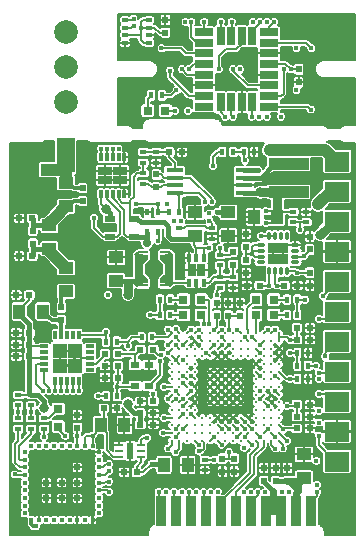
<source format=gtl>
G04 #@! TF.FileFunction,Copper,L1,Top,Signal*
%FSLAX46Y46*%
G04 Gerber Fmt 4.6, Leading zero omitted, Abs format (unit mm)*
G04 Created by KiCad (PCBNEW 4.0.2+dfsg1-stable) date Mo 03 Apr 2017 04:54:38 CEST*
%MOMM*%
G01*
G04 APERTURE LIST*
%ADD10C,0.100000*%
%ADD11R,0.900000X0.500000*%
%ADD12R,2.032000X1.727200*%
%ADD13R,0.600000X0.500000*%
%ADD14R,1.450000X0.450000*%
%ADD15R,0.800000X0.600000*%
%ADD16R,0.500000X0.600000*%
%ADD17R,0.500000X0.350000*%
%ADD18R,0.400000X0.600000*%
%ADD19R,0.600000X0.400000*%
%ADD20O,0.750000X0.300000*%
%ADD21O,0.300000X0.750000*%
%ADD22R,0.900000X0.900000*%
%ADD23R,1.000000X1.250000*%
%ADD24R,0.300000X0.650000*%
%ADD25R,1.240000X0.775000*%
%ADD26R,0.300000X0.400000*%
%ADD27R,0.400000X0.300000*%
%ADD28R,0.500000X0.500000*%
%ADD29R,0.300000X0.730000*%
%ADD30R,0.730000X0.300000*%
%ADD31R,1.250000X1.250000*%
%ADD32R,0.350000X0.650000*%
%ADD33R,0.800000X1.000000*%
%ADD34R,1.250000X1.000000*%
%ADD35R,0.797560X0.797560*%
%ADD36R,0.762000X2.540000*%
%ADD37R,0.889000X0.254000*%
%ADD38R,0.381000X0.444500*%
%ADD39C,0.300000*%
%ADD40R,2.120000X2.500000*%
%ADD41R,0.850000X2.500000*%
%ADD42R,1.600000X0.700000*%
%ADD43R,0.700000X1.600000*%
%ADD44C,2.000000*%
%ADD45R,1.500000X3.000000*%
%ADD46R,0.700000X0.250000*%
%ADD47R,0.610000X0.710000*%
%ADD48R,2.200000X1.050000*%
%ADD49R,1.050000X1.000000*%
%ADD50R,3.400000X0.980000*%
%ADD51C,0.400000*%
%ADD52C,0.800000*%
%ADD53C,0.600000*%
%ADD54C,1.000000*%
%ADD55C,0.700000*%
%ADD56C,0.400000*%
%ADD57C,0.200000*%
%ADD58C,0.800000*%
%ADD59C,0.600000*%
%ADD60C,0.300000*%
%ADD61C,1.000000*%
%ADD62C,0.140000*%
G04 APERTURE END LIST*
D10*
D11*
X57900000Y-99050000D03*
X57900000Y-97550000D03*
D12*
X75100000Y-118100000D03*
X75100000Y-115560000D03*
X75100000Y-113020000D03*
X75100000Y-110480000D03*
X75100000Y-107940000D03*
X75100000Y-105400000D03*
X75100000Y-102860000D03*
X75100000Y-100320000D03*
X75100000Y-97780000D03*
X75100000Y-95240000D03*
X75100000Y-92700000D03*
D13*
X58150000Y-119000000D03*
X57050000Y-119000000D03*
D14*
X67250000Y-95375000D03*
X67250000Y-94725000D03*
X67250000Y-94075000D03*
X67250000Y-93425000D03*
X61350000Y-93425000D03*
X61350000Y-94075000D03*
X61350000Y-94725000D03*
X61350000Y-95375000D03*
D13*
X58450000Y-108650000D03*
X59550000Y-108650000D03*
D15*
X58000000Y-109900000D03*
X59200000Y-109900000D03*
X58000000Y-111700000D03*
X59200000Y-111700000D03*
D13*
X58450000Y-115000000D03*
X59550000Y-115000000D03*
D16*
X60570000Y-81800000D03*
X60570000Y-80700000D03*
D17*
X59195000Y-82675000D03*
X59195000Y-82025000D03*
X59195000Y-81375000D03*
X59195000Y-80725000D03*
X57145000Y-82675000D03*
X57145000Y-82025000D03*
X57145000Y-81375000D03*
X57145000Y-80725000D03*
D18*
X55550000Y-107950000D03*
X56450000Y-107950000D03*
D19*
X59800000Y-91900000D03*
X59800000Y-92800000D03*
X66300000Y-102500000D03*
X66300000Y-103400000D03*
D16*
X66300000Y-100350000D03*
X66300000Y-101450000D03*
D20*
X68625000Y-99750000D03*
X68625000Y-100250000D03*
X68625000Y-100750000D03*
X68625000Y-101250000D03*
D21*
X69350000Y-101975000D03*
X69850000Y-101975000D03*
X70350000Y-101975000D03*
X70850000Y-101975000D03*
D20*
X71575000Y-101250000D03*
X71575000Y-100750000D03*
X71575000Y-100250000D03*
X71575000Y-99750000D03*
D21*
X70850000Y-99025000D03*
X70350000Y-99025000D03*
X69850000Y-99025000D03*
X69350000Y-99025000D03*
D22*
X70550000Y-100950000D03*
X70550000Y-100050000D03*
X69650000Y-100950000D03*
X69650000Y-100050000D03*
D23*
X70050000Y-97400000D03*
X68050000Y-97400000D03*
D24*
X55100000Y-95450000D03*
X55600000Y-95450000D03*
X56100000Y-95450000D03*
X56600000Y-95450000D03*
X57100000Y-95450000D03*
X57100000Y-92350000D03*
X56600000Y-92350000D03*
X56100000Y-92350000D03*
X55600000Y-92350000D03*
X55100000Y-92350000D03*
D25*
X56720000Y-93512500D03*
X55480000Y-93512500D03*
X56720000Y-94287500D03*
X55480000Y-94287500D03*
D16*
X59800000Y-93800000D03*
X59800000Y-94900000D03*
D19*
X58700000Y-94600000D03*
X58700000Y-93700000D03*
D18*
X59950000Y-98700000D03*
X59050000Y-98700000D03*
D26*
X49200000Y-123050000D03*
X49850000Y-123050000D03*
X50500000Y-123050000D03*
X51150000Y-123050000D03*
X51800000Y-123050000D03*
X52450000Y-123050000D03*
X53100000Y-123050000D03*
X53750000Y-123050000D03*
X54400000Y-123050000D03*
D27*
X54950000Y-121850000D03*
X54950000Y-121200000D03*
X54950000Y-120550000D03*
X54950000Y-119900000D03*
X54950000Y-119250000D03*
X54950000Y-118600000D03*
X54950000Y-117950000D03*
X54950000Y-117300000D03*
D26*
X54400000Y-116750000D03*
D27*
X54950000Y-122500000D03*
D26*
X53750000Y-116750000D03*
X53100000Y-116750000D03*
X52450000Y-116750000D03*
X51800000Y-116750000D03*
X51150000Y-116750000D03*
X50500000Y-116750000D03*
X49850000Y-116750000D03*
X49200000Y-116750000D03*
D27*
X48650000Y-117300000D03*
X48650000Y-117950000D03*
X48650000Y-118600000D03*
X48650000Y-119250000D03*
X48650000Y-119900000D03*
X48650000Y-120550000D03*
X48650000Y-121200000D03*
X48650000Y-121850000D03*
X48650000Y-122500000D03*
D28*
X51800000Y-119900000D03*
X51800000Y-121200000D03*
X50500000Y-119900000D03*
X50500000Y-121200000D03*
X53100000Y-119900000D03*
X53100000Y-121200000D03*
X53100000Y-118600000D03*
D13*
X49050000Y-108200000D03*
X47950000Y-108200000D03*
X71700000Y-107800000D03*
X72800000Y-107800000D03*
D16*
X53100000Y-115250000D03*
X53100000Y-114150000D03*
D19*
X49200000Y-112450000D03*
X49200000Y-113350000D03*
D18*
X60100000Y-104400000D03*
X61000000Y-104400000D03*
D13*
X56550000Y-111000000D03*
X55450000Y-111000000D03*
D19*
X48100000Y-114450000D03*
X48100000Y-115350000D03*
X50300000Y-114450000D03*
X50300000Y-115350000D03*
X48100000Y-112450000D03*
X48100000Y-113350000D03*
D29*
X53250000Y-107385000D03*
X52750000Y-107385000D03*
X52250000Y-107385000D03*
X51750000Y-107385000D03*
X51250000Y-107385000D03*
D30*
X50285000Y-108350000D03*
X50285000Y-108850000D03*
X50285000Y-109350000D03*
X50285000Y-109850000D03*
X50285000Y-110350000D03*
D29*
X51250000Y-111315000D03*
X51750000Y-111315000D03*
X52250000Y-111315000D03*
X52750000Y-111315000D03*
X53250000Y-111315000D03*
D30*
X54215000Y-110350000D03*
X54215000Y-109850000D03*
X54215000Y-109350000D03*
X54215000Y-108850000D03*
X54215000Y-108350000D03*
D31*
X51625000Y-109975000D03*
X52875000Y-109975000D03*
X51625000Y-108725000D03*
X52875000Y-108725000D03*
D32*
X62550000Y-102950000D03*
X63200000Y-102950000D03*
X63850000Y-102950000D03*
X63850000Y-100850000D03*
X63200000Y-100850000D03*
X62550000Y-100850000D03*
D33*
X63600000Y-101900000D03*
X62800000Y-101900000D03*
D13*
X60900000Y-91900000D03*
X62000000Y-91900000D03*
D34*
X63100000Y-99000000D03*
X63100000Y-97000000D03*
X56400000Y-102800000D03*
X56400000Y-100800000D03*
D16*
X67400000Y-99950000D03*
X67400000Y-98850000D03*
X67400000Y-101050000D03*
X67400000Y-102150000D03*
X72800000Y-100150000D03*
X72800000Y-99050000D03*
D13*
X68550000Y-103200000D03*
X67450000Y-103200000D03*
X70650000Y-103200000D03*
X71750000Y-103200000D03*
D16*
X72800000Y-102100000D03*
X72800000Y-103200000D03*
D13*
X49050000Y-107200000D03*
X47950000Y-107200000D03*
X49050000Y-109200000D03*
X47950000Y-109200000D03*
X56550000Y-109000000D03*
X55450000Y-109000000D03*
X49050000Y-104000000D03*
X47950000Y-104000000D03*
D16*
X51750000Y-105050000D03*
X51750000Y-106150000D03*
D13*
X55350000Y-113600000D03*
X56450000Y-113600000D03*
D16*
X68900000Y-118650000D03*
X68900000Y-119750000D03*
X69900000Y-118650000D03*
X69900000Y-119750000D03*
X70900000Y-118650000D03*
X70900000Y-119750000D03*
D13*
X59550000Y-113000000D03*
X58450000Y-113000000D03*
D16*
X64900000Y-105750000D03*
X64900000Y-104650000D03*
D13*
X71700000Y-106800000D03*
X72800000Y-106800000D03*
D16*
X65400000Y-117850000D03*
X65400000Y-118950000D03*
D13*
X71700000Y-114300000D03*
X72800000Y-114300000D03*
D16*
X66900000Y-105750000D03*
X66900000Y-104650000D03*
X66400000Y-117850000D03*
X66400000Y-118950000D03*
D13*
X71700000Y-113300000D03*
X72800000Y-113300000D03*
D16*
X65900000Y-105750000D03*
X65900000Y-104650000D03*
D13*
X58450000Y-114000000D03*
X59550000Y-114000000D03*
X71700000Y-115300000D03*
X72800000Y-115300000D03*
D35*
X69749300Y-105700000D03*
X68250700Y-105700000D03*
X69749300Y-104400000D03*
X68250700Y-104400000D03*
X62100000Y-104400000D03*
X63598600Y-104400000D03*
X62100000Y-105700000D03*
X63598600Y-105700000D03*
X51500000Y-115149300D03*
X51500000Y-113650700D03*
D19*
X58700000Y-92800000D03*
X58700000Y-91900000D03*
X71400000Y-96950000D03*
X71400000Y-97850000D03*
X72500000Y-97850000D03*
X72500000Y-96950000D03*
X64500000Y-98350000D03*
X64500000Y-99250000D03*
X65200000Y-100600000D03*
X65200000Y-101500000D03*
D18*
X71750000Y-105700000D03*
X70850000Y-105700000D03*
X60100000Y-105700000D03*
X61000000Y-105700000D03*
X71750000Y-111100000D03*
X72650000Y-111100000D03*
D11*
X55900000Y-97550000D03*
X55900000Y-99050000D03*
D13*
X56550000Y-110000000D03*
X55450000Y-110000000D03*
D18*
X55550000Y-112550000D03*
X56450000Y-112550000D03*
D34*
X72300000Y-117500000D03*
X72300000Y-119500000D03*
X65900000Y-97000000D03*
X65900000Y-99000000D03*
D18*
X61750000Y-97000000D03*
X60850000Y-97000000D03*
X72650000Y-110000000D03*
X71750000Y-110000000D03*
D36*
X60870000Y-101800000D03*
X58330000Y-101800000D03*
D37*
X60552500Y-103197000D03*
X60552500Y-100403000D03*
X58647500Y-103197000D03*
X58647500Y-100403000D03*
D38*
X60298500Y-100752250D03*
X58901500Y-100752250D03*
X58901500Y-102847750D03*
X60298500Y-102847750D03*
D10*
G36*
X60997000Y-100276038D02*
X61250962Y-100530000D01*
X60997000Y-100783962D01*
X60743038Y-100530000D01*
X60997000Y-100276038D01*
X60997000Y-100276038D01*
G37*
G36*
X60997000Y-102816038D02*
X61250962Y-103070000D01*
X60997000Y-103323962D01*
X60743038Y-103070000D01*
X60997000Y-102816038D01*
X60997000Y-102816038D01*
G37*
G36*
X58203000Y-102816038D02*
X58456962Y-103070000D01*
X58203000Y-103323962D01*
X57949038Y-103070000D01*
X58203000Y-102816038D01*
X58203000Y-102816038D01*
G37*
G36*
X58203000Y-100276038D02*
X58456962Y-100530000D01*
X58203000Y-100783962D01*
X57949038Y-100530000D01*
X58203000Y-100276038D01*
X58203000Y-100276038D01*
G37*
G36*
X60489000Y-100593737D02*
X60869763Y-100974500D01*
X60489000Y-101355263D01*
X60108237Y-100974500D01*
X60489000Y-100593737D01*
X60489000Y-100593737D01*
G37*
G36*
X60489000Y-102244737D02*
X60869763Y-102625500D01*
X60489000Y-103006263D01*
X60108237Y-102625500D01*
X60489000Y-102244737D01*
X60489000Y-102244737D01*
G37*
G36*
X58711000Y-102244737D02*
X59091763Y-102625500D01*
X58711000Y-103006263D01*
X58330237Y-102625500D01*
X58711000Y-102244737D01*
X58711000Y-102244737D01*
G37*
G36*
X58711000Y-100593737D02*
X59091763Y-100974500D01*
X58711000Y-101355263D01*
X58330237Y-100974500D01*
X58711000Y-100593737D01*
X58711000Y-100593737D01*
G37*
D23*
X55100000Y-115000000D03*
X57100000Y-115000000D03*
D18*
X71750000Y-108900000D03*
X72650000Y-108900000D03*
X67200000Y-91900000D03*
X68100000Y-91900000D03*
X65387530Y-91900000D03*
X66287530Y-91900000D03*
D39*
X65650000Y-111800000D03*
X66300000Y-111800000D03*
X66300000Y-112450000D03*
X65650000Y-112450000D03*
X65000000Y-112450000D03*
X65000000Y-111800000D03*
X65000000Y-111150000D03*
X65650000Y-111150000D03*
X66300000Y-111150000D03*
X66950000Y-111150000D03*
X66950000Y-111800000D03*
X66950000Y-112450000D03*
X66950000Y-113100000D03*
X66300000Y-113100000D03*
X65650000Y-113100000D03*
X65000000Y-113100000D03*
X64350000Y-113100000D03*
X64350000Y-112450000D03*
X64350000Y-111800000D03*
X64350000Y-111150000D03*
X64350000Y-110500000D03*
X65000000Y-110500000D03*
X65650000Y-110500000D03*
X66300000Y-110500000D03*
X66950000Y-110500000D03*
X68250000Y-114400000D03*
X68250000Y-113750000D03*
X68250000Y-113100000D03*
X68250000Y-112450000D03*
X68250000Y-111800000D03*
X68250000Y-115050000D03*
X68250000Y-115700000D03*
X68250000Y-116350000D03*
X68900000Y-113100000D03*
X69550000Y-113100000D03*
X70200000Y-113100000D03*
X70200000Y-113750000D03*
X70200000Y-114400000D03*
X70200000Y-115050000D03*
X70200000Y-115700000D03*
X70200000Y-116350000D03*
X69550000Y-116350000D03*
X68900000Y-116350000D03*
X68900000Y-115700000D03*
X69550000Y-115700000D03*
X69550000Y-115050000D03*
X68900000Y-115050000D03*
X68900000Y-114400000D03*
X69550000Y-114400000D03*
X69550000Y-113750000D03*
X68900000Y-113750000D03*
X70200000Y-112450000D03*
X69550000Y-112450000D03*
X68900000Y-112450000D03*
X68900000Y-111800000D03*
X69550000Y-111800000D03*
X70200000Y-111800000D03*
X70200000Y-111150000D03*
X69550000Y-111150000D03*
X68900000Y-111150000D03*
X68250000Y-111150000D03*
X68250000Y-110500000D03*
X68900000Y-110500000D03*
X69550000Y-110500000D03*
X70200000Y-110500000D03*
X70200000Y-109850000D03*
X69550000Y-109850000D03*
X68900000Y-109850000D03*
X68250000Y-109850000D03*
X66950000Y-109200000D03*
X66950000Y-108550000D03*
X66950000Y-107900000D03*
X66950000Y-107250000D03*
X67600000Y-107250000D03*
X68250000Y-107250000D03*
X68900000Y-107250000D03*
X69550000Y-107250000D03*
X70200000Y-107250000D03*
X70200000Y-107900000D03*
X70200000Y-108550000D03*
X70200000Y-109200000D03*
X69550000Y-109200000D03*
X68900000Y-109200000D03*
X68250000Y-109200000D03*
X67600000Y-109200000D03*
X67600000Y-108550000D03*
X67600000Y-107900000D03*
X68250000Y-107900000D03*
X68900000Y-107900000D03*
X69550000Y-107900000D03*
X69550000Y-108550000D03*
X68900000Y-108550000D03*
X68250000Y-108550000D03*
X66300000Y-107250000D03*
X65650000Y-107250000D03*
X63050000Y-110500000D03*
X62400000Y-110500000D03*
X61750000Y-110500000D03*
X61100000Y-110500000D03*
X61100000Y-109850000D03*
X61100000Y-109200000D03*
X61100000Y-108550000D03*
X61100000Y-107900000D03*
X61100000Y-107250000D03*
X61750000Y-107250000D03*
X62400000Y-107250000D03*
X63050000Y-107250000D03*
X63700000Y-107250000D03*
X64350000Y-107250000D03*
X65000000Y-107250000D03*
X66300000Y-107900000D03*
X65650000Y-107900000D03*
X65000000Y-107900000D03*
X64350000Y-107900000D03*
X63700000Y-107900000D03*
X63050000Y-107900000D03*
X62400000Y-107900000D03*
X61750000Y-107900000D03*
X61750000Y-108550000D03*
X62400000Y-108550000D03*
X63700000Y-108550000D03*
X66300000Y-109200000D03*
X65650000Y-109200000D03*
X65000000Y-109200000D03*
X64350000Y-109200000D03*
X63700000Y-109200000D03*
X63050000Y-109200000D03*
X63050000Y-109850000D03*
X62400000Y-109850000D03*
X61750000Y-109850000D03*
X61750000Y-109200000D03*
X62400000Y-109200000D03*
X63050000Y-108550000D03*
X64350000Y-108550000D03*
X65000000Y-108550000D03*
X65650000Y-108550000D03*
X66300000Y-108550000D03*
X63050000Y-111150000D03*
X63050000Y-111800000D03*
X63050000Y-112450000D03*
X63050000Y-113100000D03*
X63050000Y-113750000D03*
X63050000Y-114400000D03*
X63700000Y-114400000D03*
X64350000Y-114400000D03*
X65000000Y-114400000D03*
X67600000Y-114400000D03*
X66950000Y-114400000D03*
X66300000Y-114400000D03*
X65650000Y-114400000D03*
X67600000Y-116350000D03*
X66950000Y-116350000D03*
X66300000Y-116350000D03*
X65650000Y-116350000D03*
X65000000Y-116350000D03*
X64350000Y-116350000D03*
X63700000Y-116350000D03*
X63050000Y-116350000D03*
X62400000Y-116350000D03*
X61750000Y-116350000D03*
X61100000Y-116350000D03*
X61100000Y-115700000D03*
X61100000Y-115050000D03*
X61100000Y-113750000D03*
X61100000Y-114400000D03*
X61100000Y-113100000D03*
X61100000Y-112450000D03*
X61100000Y-111800000D03*
X61100000Y-111150000D03*
X61750000Y-111150000D03*
X61750000Y-111800000D03*
X61750000Y-112450000D03*
X61750000Y-113100000D03*
X61750000Y-113750000D03*
X61750000Y-114400000D03*
X61750000Y-115050000D03*
X61750000Y-115700000D03*
X62400000Y-115700000D03*
X63050000Y-115700000D03*
X63700000Y-115700000D03*
X64350000Y-115700000D03*
X65000000Y-115700000D03*
X65650000Y-115700000D03*
X66950000Y-115700000D03*
X66300000Y-115700000D03*
X67600000Y-115700000D03*
X67600000Y-115050000D03*
X66950000Y-115050000D03*
X66300000Y-115050000D03*
X65650000Y-115050000D03*
X65000000Y-115050000D03*
X64350000Y-115050000D03*
X63700000Y-115050000D03*
X63050000Y-115050000D03*
X62400000Y-115050000D03*
X62400000Y-114400000D03*
X62400000Y-113750000D03*
X62400000Y-113100000D03*
X62400000Y-112450000D03*
X62400000Y-111800000D03*
X62400000Y-111150000D03*
D19*
X61700000Y-99250000D03*
X61700000Y-98350000D03*
D18*
X71750000Y-104400000D03*
X70850000Y-104400000D03*
X58550000Y-107600000D03*
X59450000Y-107600000D03*
D19*
X65200000Y-102500000D03*
X65200000Y-103400000D03*
X49200000Y-114450000D03*
X49200000Y-115350000D03*
X63900000Y-117950000D03*
X63900000Y-118850000D03*
D40*
X74840000Y-122300000D03*
D41*
X72935000Y-122300000D03*
X71665000Y-122300000D03*
X70395000Y-122300000D03*
X69125000Y-122300000D03*
X67855000Y-122300000D03*
X66585000Y-122300000D03*
X65315000Y-122300000D03*
X64045000Y-122300000D03*
X62775000Y-122300000D03*
X61505000Y-122300000D03*
X60235000Y-122300000D03*
D40*
X58330000Y-122300000D03*
D35*
X59070000Y-88400000D03*
X60568600Y-88400000D03*
D18*
X60270000Y-87100000D03*
X59370000Y-87100000D03*
D16*
X71870000Y-84900000D03*
X71870000Y-86000000D03*
D42*
X63835000Y-81750000D03*
X63835000Y-82650000D03*
X63835000Y-83550000D03*
X63835000Y-84450000D03*
X63835000Y-85350000D03*
X63835000Y-86250000D03*
X63835000Y-87150000D03*
X63835000Y-88050000D03*
D43*
X65235000Y-87700000D03*
X66135000Y-87700000D03*
X67035000Y-87700000D03*
X67935000Y-87700000D03*
D42*
X69335000Y-88050000D03*
X69335000Y-87150000D03*
X69335000Y-86250000D03*
X69335000Y-85350000D03*
X69335000Y-84450000D03*
X69335000Y-83550000D03*
X69335000Y-82650000D03*
X69335000Y-81750000D03*
D43*
X67935000Y-82100000D03*
X67035000Y-82100000D03*
X66135000Y-82100000D03*
X65235000Y-82100000D03*
D16*
X49350000Y-99650000D03*
X49350000Y-98550000D03*
D13*
X49300000Y-97500000D03*
X48200000Y-97500000D03*
D16*
X53550000Y-96050000D03*
X53550000Y-94950000D03*
D23*
X50200000Y-105400000D03*
X48200000Y-105400000D03*
D34*
X52150000Y-101700000D03*
X52150000Y-103700000D03*
X50750000Y-98100000D03*
X50750000Y-100100000D03*
X52150000Y-94500000D03*
X52150000Y-96500000D03*
D44*
X52150000Y-87700000D03*
X52150000Y-84700000D03*
X52150000Y-81700000D03*
D13*
X49300000Y-100700000D03*
X48200000Y-100700000D03*
D45*
X52150000Y-92150000D03*
D23*
X60450000Y-118400000D03*
X62450000Y-118400000D03*
D46*
X58525000Y-117700000D03*
X58525000Y-117200000D03*
X58525000Y-116700000D03*
X56675000Y-116700000D03*
X56675000Y-117200000D03*
X56675000Y-117700000D03*
D47*
X57600000Y-116845000D03*
X57600000Y-117555000D03*
D48*
X49000000Y-91925000D03*
X49000000Y-94875000D03*
D49*
X50525000Y-93400000D03*
D18*
X59950000Y-97000000D03*
X59050000Y-97000000D03*
D50*
X71000000Y-92915000D03*
X71000000Y-95285000D03*
D51*
X73550000Y-111100000D03*
X73400000Y-120700000D03*
X57400000Y-108300000D03*
X58470000Y-81400000D03*
X73550000Y-114799997D03*
X71100000Y-107800000D03*
X73300000Y-110000000D03*
X67925000Y-115375000D03*
X67275000Y-115375000D03*
X66625000Y-115375000D03*
X65975000Y-115375000D03*
X65325000Y-115375000D03*
X65975000Y-106925000D03*
X64675000Y-108225000D03*
X65325000Y-108225000D03*
X65975000Y-108225000D03*
X62725000Y-110825000D03*
X62075000Y-110825000D03*
X62075000Y-111475000D03*
X62725000Y-112125000D03*
X68575000Y-110825000D03*
X68575000Y-112125000D03*
X70850000Y-113425000D03*
X69225000Y-113425000D03*
X68575000Y-112775000D03*
X70525000Y-115375000D03*
X65975000Y-117325000D03*
X54900000Y-112550000D03*
X53100000Y-115900000D03*
X65200000Y-100000000D03*
D52*
X57400000Y-113200000D03*
X50300000Y-113550000D03*
X57400000Y-104000000D03*
D51*
X54200000Y-105800000D03*
X58100000Y-96900000D03*
X65100000Y-94400000D03*
X60500000Y-92800000D03*
X62725000Y-91900000D03*
X66000000Y-92600000D03*
X68100000Y-98850000D03*
X67100000Y-97800000D03*
X67100000Y-97000000D03*
X53900000Y-115100000D03*
X57600000Y-116845000D03*
X57600000Y-117555000D03*
X58330000Y-122300000D03*
X74840000Y-122300000D03*
X48100000Y-96800000D03*
X48100000Y-100000000D03*
X48100000Y-98200000D03*
X48100000Y-101400000D03*
X49850000Y-122500000D03*
X63300000Y-96100000D03*
X54950000Y-116800000D03*
X47950000Y-103300000D03*
X61800000Y-100000000D03*
X55450000Y-111750000D03*
X59200000Y-109300000D03*
X57100000Y-116049990D03*
X59550000Y-115700000D03*
X63375000Y-108225000D03*
X67870000Y-84900000D03*
X66970000Y-88900000D03*
X65670000Y-84900000D03*
X72970000Y-84900000D03*
X74840000Y-86678000D03*
X74840000Y-83122000D03*
X58330000Y-86678000D03*
X58330000Y-83122000D03*
X61320000Y-80700000D03*
X73350000Y-117500000D03*
X69900000Y-117900000D03*
X66400000Y-119700000D03*
X73600000Y-102400000D03*
X72800000Y-101200000D03*
X62725000Y-111475000D03*
X62725000Y-110175000D03*
X64675000Y-110175000D03*
X64675000Y-110825000D03*
X65325000Y-110825000D03*
X65325000Y-110175000D03*
X65975000Y-110175000D03*
X65975000Y-110825000D03*
X66625000Y-110825000D03*
X66625000Y-110175000D03*
X67275000Y-110175000D03*
X67275000Y-110825000D03*
X63600000Y-101900000D03*
X62800000Y-101900000D03*
X52875000Y-108725000D03*
X52875000Y-109975000D03*
X51625000Y-109975000D03*
X51625000Y-108725000D03*
X47950000Y-109900000D03*
X47950000Y-106500000D03*
X57450000Y-100400000D03*
X55300000Y-100400000D03*
X66300000Y-104000000D03*
X72800000Y-103850000D03*
X65325000Y-114725000D03*
X65975000Y-114725000D03*
X66625000Y-114725000D03*
X67925000Y-114725000D03*
X69875000Y-108875000D03*
X69875000Y-109525000D03*
X65975000Y-108875000D03*
X65325000Y-108875000D03*
X63375000Y-112125000D03*
X63375000Y-112775000D03*
X66625000Y-112775000D03*
X66625000Y-112125000D03*
X65975000Y-112125000D03*
X65975000Y-112775000D03*
X65325000Y-112775000D03*
X65325000Y-112125000D03*
X64675000Y-112125000D03*
X64675000Y-112775000D03*
X64025000Y-112125000D03*
X64025000Y-112775000D03*
X64025000Y-113425000D03*
X64675000Y-113425000D03*
X65325000Y-113425000D03*
X65975000Y-113425000D03*
X66625000Y-113425000D03*
X68575000Y-110175000D03*
X69225000Y-112125000D03*
X69875000Y-112775000D03*
X73550000Y-113300000D03*
X73550000Y-115300000D03*
X64700000Y-118950000D03*
X51150000Y-119250000D03*
X52450000Y-119250000D03*
X52450000Y-120550000D03*
X51150000Y-120550000D03*
X53100000Y-122500000D03*
X54400000Y-122500000D03*
X55480000Y-94287500D03*
X55480000Y-93512500D03*
X56720000Y-93512500D03*
X56720000Y-94287500D03*
X73550000Y-107800000D03*
X69650000Y-100050000D03*
X70550000Y-100050000D03*
X70550000Y-100950000D03*
X69650000Y-100950000D03*
X68100000Y-102000000D03*
X73550000Y-106800000D03*
X71100000Y-108900000D03*
X60100000Y-109600000D03*
X67925000Y-107575000D03*
D52*
X68600000Y-95300000D03*
D51*
X63900000Y-96100000D03*
D52*
X73700000Y-98900000D03*
D51*
X69050000Y-97900000D03*
X69050000Y-97400000D03*
X69050000Y-96900000D03*
D52*
X55500000Y-96700000D03*
D51*
X56600000Y-91600000D03*
X55100000Y-91600000D03*
X59300000Y-105700000D03*
X72400000Y-104400000D03*
X69300000Y-103200000D03*
X70000010Y-103200000D03*
D53*
X71800000Y-120600000D03*
X69700000Y-120600000D03*
D51*
X71700000Y-102100000D03*
X60200000Y-109050000D03*
X62075000Y-109525000D03*
X69875000Y-112125000D03*
X56450000Y-111750000D03*
X61425000Y-109525000D03*
X55550000Y-107150000D03*
X61425000Y-107575000D03*
X50200000Y-112100000D03*
X61425000Y-108225000D03*
X60775000Y-108225000D03*
X50700000Y-112100000D03*
X60775000Y-108875000D03*
X51250000Y-112100000D03*
X62075000Y-114075000D03*
X51750000Y-112100000D03*
X61425000Y-115375000D03*
X52250000Y-112100000D03*
X62075000Y-115375000D03*
X52750000Y-112100000D03*
X60450000Y-114400000D03*
X53250000Y-112100000D03*
X67800000Y-120700000D03*
X56100000Y-91600000D03*
X68575000Y-116025000D03*
X48100000Y-113900000D03*
X73350000Y-118050000D03*
X73400000Y-120100000D03*
X70850000Y-116350000D03*
X69225000Y-115375000D03*
X64400000Y-120700000D03*
X69875000Y-116025000D03*
X69000000Y-120700000D03*
X73550000Y-110600000D03*
X69875000Y-110825000D03*
X71950000Y-98500000D03*
X69875000Y-106925000D03*
X67275000Y-107575000D03*
X64300000Y-97700000D03*
X63200000Y-120700000D03*
X68575000Y-108225000D03*
X62725000Y-114075000D03*
X55800000Y-118350000D03*
X63375000Y-116675000D03*
X55800000Y-118900000D03*
X68400000Y-120700000D03*
X68575000Y-108875000D03*
X73900000Y-104100000D03*
X62725000Y-106925000D03*
X73550000Y-106050000D03*
X63375000Y-106925000D03*
X63800000Y-106500020D03*
X63375000Y-107575000D03*
X65325000Y-107575000D03*
X64300000Y-106500020D03*
X49200000Y-113900000D03*
X67200000Y-120700000D03*
X55600000Y-91600000D03*
X67925000Y-116675000D03*
X74100000Y-109200000D03*
X64675000Y-116025000D03*
X73550000Y-115900000D03*
X61425000Y-117325000D03*
X73550000Y-112400000D03*
X60775000Y-117000000D03*
X61300000Y-120700000D03*
X61425000Y-112775000D03*
X60600000Y-120700000D03*
X60775000Y-112775000D03*
X60450000Y-111800000D03*
X62600000Y-120700000D03*
X61425000Y-112125000D03*
X60000000Y-120700000D03*
X62000000Y-120700000D03*
X62075000Y-112775000D03*
X66625000Y-116025000D03*
X63800000Y-120700000D03*
X65000000Y-120700000D03*
X67250000Y-116950000D03*
X67275000Y-116025000D03*
X54500000Y-97500000D03*
D54*
X69400000Y-91700000D03*
D55*
X59000000Y-99600000D03*
D51*
X47800000Y-119200000D03*
X50300000Y-116000000D03*
X63375000Y-117200000D03*
X71000000Y-120700000D03*
X70525000Y-117000000D03*
X68700000Y-99000000D03*
X71100000Y-111100000D03*
X59549989Y-112400000D03*
X62075000Y-113425000D03*
X64675000Y-106925000D03*
X64025000Y-108875000D03*
X49600000Y-123600000D03*
X60400000Y-115700000D03*
X55800000Y-120700000D03*
X65325000Y-116675000D03*
X55800000Y-119800000D03*
X61453555Y-106896445D03*
X61300000Y-97700000D03*
X60775000Y-106925000D03*
X61900000Y-97700000D03*
X58100000Y-96300000D03*
X59950000Y-96300000D03*
X65325000Y-106925000D03*
X59900000Y-99450000D03*
X64500000Y-96100000D03*
X67300000Y-92600000D03*
X69225000Y-106925000D03*
X59000000Y-116100000D03*
X61425000Y-116025000D03*
X64700000Y-117950000D03*
X67275000Y-114725000D03*
X73550000Y-113800000D03*
X64300000Y-97100000D03*
X64900000Y-104000000D03*
X66625000Y-106925000D03*
X55700000Y-104000000D03*
X62075000Y-108225000D03*
X64600000Y-93100000D03*
X60700000Y-96300000D03*
D54*
X73500000Y-96300000D03*
D51*
X70400000Y-120700000D03*
X69875000Y-117000000D03*
X60235000Y-83122000D03*
X61505000Y-86678000D03*
X71170000Y-84900000D03*
X60970000Y-85000000D03*
X62470000Y-88400000D03*
X69770000Y-80900000D03*
X65070000Y-84900000D03*
X62570000Y-84900000D03*
X66300000Y-88900000D03*
X66270000Y-84900000D03*
X57870000Y-81200000D03*
X70570000Y-84900000D03*
X57870000Y-80600000D03*
X66870000Y-84900000D03*
X67870000Y-88900000D03*
X69170000Y-88900000D03*
X65270000Y-80900000D03*
X63870000Y-80900000D03*
X67970000Y-80900000D03*
X62770000Y-80900000D03*
X69170000Y-80900000D03*
X70370000Y-88900000D03*
X68570000Y-80900000D03*
X71665000Y-86678000D03*
X61970000Y-84900000D03*
X66170000Y-80900000D03*
X71665000Y-83122000D03*
X72870000Y-88300000D03*
X72935000Y-83122000D03*
X65600000Y-88900000D03*
X62270000Y-80900000D03*
X68470000Y-88900000D03*
X61370000Y-88400000D03*
X52094836Y-115917214D03*
X54400000Y-115900000D03*
X59400000Y-118300000D03*
X59900000Y-97850000D03*
X68400000Y-93400000D03*
X64900000Y-97000000D03*
X72300000Y-100700000D03*
X64300000Y-100000000D03*
X67900000Y-100500000D03*
D56*
X57400000Y-113500000D02*
X57900000Y-114000000D01*
X57900000Y-114000000D02*
X58450000Y-114000000D01*
X57400000Y-113200000D02*
X57400000Y-113500000D01*
D57*
X58645000Y-80725000D02*
X58470000Y-80900000D01*
X58470000Y-80900000D02*
X58470000Y-81400000D01*
X59195000Y-80725000D02*
X58645000Y-80725000D01*
X72935000Y-121465000D02*
X73400000Y-121000000D01*
X73400000Y-121000000D02*
X73400000Y-120700000D01*
X72935000Y-122300000D02*
X72935000Y-121465000D01*
X53100000Y-115900000D02*
X53100000Y-115250000D01*
X49050000Y-104450000D02*
X48200000Y-105300000D01*
X48200000Y-105300000D02*
X48200000Y-105400000D01*
X49050000Y-104000000D02*
X49050000Y-104450000D01*
D56*
X49050000Y-106450000D02*
X48200000Y-105600000D01*
X48200000Y-105600000D02*
X48200000Y-105400000D01*
X49050000Y-107200000D02*
X49050000Y-106450000D01*
X49200000Y-112450000D02*
X49750000Y-112450000D01*
X49750000Y-112450000D02*
X50300000Y-113000000D01*
X50300000Y-113000000D02*
X50300000Y-113550000D01*
D57*
X55550000Y-112550000D02*
X54900000Y-112550000D01*
X58550000Y-107600000D02*
X57750000Y-107600000D01*
X57750000Y-107600000D02*
X57400000Y-107950000D01*
X56450000Y-107950000D02*
X57400000Y-107950000D01*
X57400000Y-108300000D02*
X57400000Y-107950000D01*
D56*
X57400000Y-103000000D02*
X57600000Y-102800000D01*
D58*
X57400000Y-104000000D02*
X57400000Y-103000000D01*
D56*
X58450000Y-115000000D02*
X58450000Y-114000000D01*
D57*
X59645000Y-81375000D02*
X60070000Y-81800000D01*
X60070000Y-81800000D02*
X60570000Y-81800000D01*
X59195000Y-81375000D02*
X59645000Y-81375000D01*
X58470000Y-81400000D02*
X58470000Y-82025000D01*
X58470000Y-82025000D02*
X58470000Y-82400000D01*
X57145000Y-82025000D02*
X58470000Y-82025000D01*
X58470000Y-82400000D02*
X58745000Y-82675000D01*
X59195000Y-81375000D02*
X58495000Y-81375000D01*
X58495000Y-81375000D02*
X58470000Y-81400000D01*
X59195000Y-82675000D02*
X58745000Y-82675000D01*
X71700000Y-115300000D02*
X70600000Y-115300000D01*
X70600000Y-115300000D02*
X70525000Y-115375000D01*
D56*
X56400000Y-102800000D02*
X57400000Y-102800000D01*
D57*
X65200000Y-100600000D02*
X65200000Y-100000000D01*
X65200000Y-100600000D02*
X66050000Y-100600000D01*
X66050000Y-100600000D02*
X66300000Y-100350000D01*
X66250000Y-100400000D02*
X66300000Y-100350000D01*
X65975000Y-106925000D02*
X65975000Y-105825000D01*
X65975000Y-105825000D02*
X65900000Y-105750000D01*
X66900000Y-105750000D02*
X65900000Y-105750000D01*
D56*
X57400000Y-102800000D02*
X57600000Y-102800000D01*
X57600000Y-102800000D02*
X57933000Y-102800000D01*
D57*
X57500000Y-102900000D02*
X57600000Y-102800000D01*
X72650000Y-110000000D02*
X73300000Y-110000000D01*
X68900000Y-112450000D02*
X68575000Y-112775000D01*
X66300000Y-115050000D02*
X66625000Y-115375000D01*
D56*
X49050000Y-109200000D02*
X49050000Y-112300000D01*
X49050000Y-112300000D02*
X49200000Y-112450000D01*
D57*
X53100000Y-115900000D02*
X53100000Y-116750000D01*
X68250000Y-110500000D02*
X68575000Y-110825000D01*
X48100000Y-112450000D02*
X49200000Y-112450000D01*
X62400000Y-111150000D02*
X62075000Y-110825000D01*
X63050000Y-111150000D02*
X62725000Y-110825000D01*
X62400000Y-111800000D02*
X62075000Y-111475000D01*
X70200000Y-107600000D02*
X70900000Y-107600000D01*
X70900000Y-107600000D02*
X71100000Y-107800000D01*
X71200000Y-107800000D02*
X71100000Y-107800000D01*
X71700000Y-106800000D02*
X71700000Y-107800000D01*
X57933000Y-102800000D02*
X58203000Y-103070000D01*
D56*
X49050000Y-108200000D02*
X49050000Y-107200000D01*
D57*
X70850000Y-113425000D02*
X71575000Y-113425000D01*
X71575000Y-113425000D02*
X71700000Y-113300000D01*
X71700000Y-113300000D02*
X71700000Y-114300000D01*
X71700000Y-107800000D02*
X71200000Y-107800000D01*
X70200000Y-107600000D02*
X70200000Y-107250000D01*
X70200000Y-107900000D02*
X70200000Y-107600000D01*
X62400000Y-112450000D02*
X62725000Y-112125000D01*
X65975000Y-117850000D02*
X66400000Y-117850000D01*
X70200000Y-115050000D02*
X70525000Y-115375000D01*
X65650000Y-108550000D02*
X65975000Y-108225000D01*
X65000000Y-108550000D02*
X65325000Y-108225000D01*
X64499999Y-108400001D02*
X64675000Y-108225000D01*
X64350000Y-108550000D02*
X64499999Y-108400001D01*
X65000000Y-115050000D02*
X65325000Y-115375000D01*
X65650000Y-115050000D02*
X65975000Y-115375000D01*
X66950000Y-115050000D02*
X67275000Y-115375000D01*
X67600000Y-115050000D02*
X67925000Y-115375000D01*
X68900000Y-113100000D02*
X69225000Y-113425000D01*
D56*
X49050000Y-108200000D02*
X49050000Y-109200000D01*
D57*
X50285000Y-108350000D02*
X49200000Y-108350000D01*
X49200000Y-108350000D02*
X49050000Y-108200000D01*
X50285000Y-109350000D02*
X49200000Y-109350000D01*
X49200000Y-109350000D02*
X49050000Y-109200000D01*
X65400000Y-117850000D02*
X65975000Y-117850000D01*
X65975000Y-117325000D02*
X65975000Y-117850000D01*
X67400000Y-102150000D02*
X67950000Y-102150000D01*
X67950000Y-102150000D02*
X68100000Y-102000000D01*
X59050000Y-97000000D02*
X58200000Y-97000000D01*
X58200000Y-97000000D02*
X58100000Y-96900000D01*
X59800000Y-92800000D02*
X60500000Y-92800000D01*
X62000000Y-91900000D02*
X62725000Y-91900000D01*
X67400000Y-98850000D02*
X68100000Y-98850000D01*
X67100000Y-97000000D02*
X67650000Y-97000000D01*
X67650000Y-97000000D02*
X68050000Y-97400000D01*
X67100000Y-97800000D02*
X67650000Y-97800000D01*
X67650000Y-97800000D02*
X68050000Y-97400000D01*
X53900000Y-114150000D02*
X53900000Y-115100000D01*
X53100000Y-114150000D02*
X53900000Y-114150000D01*
X72300000Y-117500000D02*
X73350000Y-117500000D01*
X48200000Y-97500000D02*
X48200000Y-96900000D01*
X48200000Y-96900000D02*
X48100000Y-96800000D01*
X48200000Y-100700000D02*
X48200000Y-100100000D01*
X48200000Y-100100000D02*
X48100000Y-100000000D01*
X48200000Y-97500000D02*
X48200000Y-98100000D01*
X48200000Y-98100000D02*
X48100000Y-98200000D01*
X48200000Y-100700000D02*
X48200000Y-101300000D01*
X48200000Y-101300000D02*
X48100000Y-101400000D01*
X49850000Y-123050000D02*
X49850000Y-122500000D01*
X55300000Y-100800000D02*
X55400000Y-100800000D01*
X55300000Y-100400000D02*
X55300000Y-100800000D01*
X57450000Y-100800000D02*
X57450000Y-100400000D01*
X59550000Y-115700000D02*
X59550000Y-115000000D01*
X64700000Y-118950000D02*
X65400000Y-118950000D01*
X54950000Y-117300000D02*
X54950000Y-116800000D01*
X47950000Y-104000000D02*
X47950000Y-103300000D01*
X62550000Y-100850000D02*
X62550000Y-101650000D01*
X62550000Y-101650000D02*
X62800000Y-101900000D01*
X62550000Y-100000000D02*
X61800000Y-100000000D01*
X62550000Y-100850000D02*
X62550000Y-100000000D01*
X55450000Y-111000000D02*
X55450000Y-111750000D01*
X59200000Y-109900000D02*
X59200000Y-109300000D01*
X57100000Y-115000000D02*
X57100000Y-116049990D01*
X63050000Y-107900000D02*
X63375000Y-108225000D01*
X67870000Y-83900000D02*
X67870000Y-84900000D01*
X69335000Y-85350000D02*
X68320000Y-85350000D01*
X68320000Y-85350000D02*
X67870000Y-84900000D01*
X67035000Y-87700000D02*
X67035000Y-88835000D01*
X67035000Y-88835000D02*
X66970000Y-88900000D01*
X68220000Y-83550000D02*
X67870000Y-83900000D01*
X69335000Y-83550000D02*
X68220000Y-83550000D01*
X65670000Y-85600000D02*
X65020000Y-86250000D01*
X65020000Y-86250000D02*
X63835000Y-86250000D01*
X65670000Y-84900000D02*
X65670000Y-85600000D01*
X60570000Y-80700000D02*
X61320000Y-80700000D01*
X72970000Y-85600000D02*
X74048000Y-86678000D01*
X74048000Y-86678000D02*
X74840000Y-86678000D01*
X72970000Y-84900000D02*
X72970000Y-85600000D01*
X69900000Y-118650000D02*
X69900000Y-117900000D01*
X66400000Y-118950000D02*
X66400000Y-119700000D01*
X66300000Y-104000000D02*
X66300000Y-103400000D01*
X55480000Y-94287500D02*
X55337498Y-94287500D01*
X75100000Y-100320000D02*
X75100000Y-100900000D01*
X75100000Y-100320000D02*
X73680000Y-100320000D01*
X73680000Y-100320000D02*
X72800000Y-101200000D01*
X71575000Y-99750000D02*
X70850000Y-99750000D01*
X70850000Y-99750000D02*
X70550000Y-100050000D01*
X54215000Y-109350000D02*
X53500000Y-109350000D01*
X53500000Y-109350000D02*
X52875000Y-109975000D01*
X50500000Y-119900000D02*
X50500000Y-120550000D01*
X50500000Y-120550000D02*
X51150000Y-120550000D01*
X54400000Y-123050000D02*
X54400000Y-122500000D01*
X53100000Y-123050000D02*
X53100000Y-122500000D01*
X69550000Y-113100000D02*
X69875000Y-112775000D01*
X68250000Y-109850000D02*
X68575000Y-110175000D01*
X70200000Y-109200000D02*
X69875000Y-109525000D01*
X70200000Y-108550000D02*
X69875000Y-108875000D01*
X66950000Y-111800000D02*
X66625000Y-112125000D01*
X66950000Y-112450000D02*
X66625000Y-112775000D01*
X66950000Y-113100000D02*
X66625000Y-113425000D01*
X66300000Y-113100000D02*
X65975000Y-113425000D01*
X66300000Y-112450000D02*
X65975000Y-112775000D01*
X66300000Y-111800000D02*
X65975000Y-112125000D01*
X64350000Y-111150000D02*
X64675000Y-110825000D01*
X64350000Y-110500000D02*
X64675000Y-110175000D01*
X65000000Y-110500000D02*
X65325000Y-110175000D01*
X65000000Y-111150000D02*
X65325000Y-110825000D01*
X64350000Y-111800000D02*
X64025000Y-112125000D01*
X65000000Y-111800000D02*
X64675000Y-112125000D01*
X63050000Y-111800000D02*
X62725000Y-111475000D01*
X69550000Y-112450000D02*
X69225000Y-112125000D01*
X63050000Y-113100000D02*
X63375000Y-112775000D01*
X63050000Y-112450000D02*
X63375000Y-112125000D01*
X67600000Y-114400000D02*
X67925000Y-114725000D01*
X65000000Y-109200000D02*
X65325000Y-108875000D01*
X65650000Y-109200000D02*
X65975000Y-108875000D01*
X66300000Y-114400000D02*
X66625000Y-114725000D01*
X65650000Y-114400000D02*
X65975000Y-114725000D01*
X65000000Y-114400000D02*
X65325000Y-114725000D01*
X65000000Y-112450000D02*
X64675000Y-112775000D01*
X65650000Y-111800000D02*
X65325000Y-112125000D01*
X66300000Y-111150000D02*
X66625000Y-110825000D01*
X65650000Y-111150000D02*
X65975000Y-110825000D01*
X65650000Y-110500000D02*
X65975000Y-110175000D01*
X66300000Y-110500000D02*
X66625000Y-110175000D01*
X66950000Y-110500000D02*
X67275000Y-110175000D01*
X66950000Y-111150000D02*
X67275000Y-110825000D01*
X64350000Y-112450000D02*
X64025000Y-112775000D01*
X64350000Y-113100000D02*
X64025000Y-113425000D01*
X65000000Y-113100000D02*
X64675000Y-113425000D01*
X65650000Y-112450000D02*
X65325000Y-112775000D01*
X65650000Y-113100000D02*
X65325000Y-113425000D01*
X72800000Y-103200000D02*
X72800000Y-103850000D01*
X56400000Y-100800000D02*
X57450000Y-100800000D01*
X56400000Y-100800000D02*
X55400000Y-100800000D01*
X72800000Y-107800000D02*
X73550000Y-107800000D01*
X52450000Y-119250000D02*
X51150000Y-119250000D01*
X52450000Y-120550000D02*
X52450000Y-119250000D01*
X51150000Y-120550000D02*
X52450000Y-120550000D01*
X63600000Y-101900000D02*
X62800000Y-101900000D01*
X51625000Y-108725000D02*
X52875000Y-108725000D01*
X51625000Y-109975000D02*
X51625000Y-108725000D01*
X52875000Y-109975000D02*
X51625000Y-109975000D01*
X72800000Y-106800000D02*
X73550000Y-106800000D01*
X72800000Y-113300000D02*
X73550000Y-113300000D01*
X72800000Y-115300000D02*
X73550000Y-115300000D01*
X47950000Y-109200000D02*
X47950000Y-109900000D01*
X47950000Y-107200000D02*
X47950000Y-106500000D01*
X56550000Y-109000000D02*
X57900000Y-109000000D01*
X57900000Y-109000000D02*
X58000000Y-109100000D01*
X57900000Y-109900000D02*
X58000000Y-109900000D01*
X58000000Y-109900000D02*
X58000000Y-109100000D01*
X58000000Y-109100000D02*
X58450000Y-108650000D01*
X60100000Y-109600000D02*
X60100000Y-110800000D01*
X60100000Y-110800000D02*
X59200000Y-111700000D01*
X68250000Y-107900000D02*
X67925000Y-107575000D01*
X71750000Y-110000000D02*
X71750000Y-108900000D01*
X71100000Y-108900000D02*
X71750000Y-108900000D01*
D58*
X70050000Y-95550000D02*
X70315000Y-95285000D01*
X70315000Y-95285000D02*
X71000000Y-95285000D01*
X70050000Y-97400000D02*
X70050000Y-95550000D01*
D56*
X67250000Y-95375000D02*
X68525000Y-95375000D01*
X68525000Y-95375000D02*
X68600000Y-95300000D01*
D58*
X71000000Y-95285000D02*
X68615000Y-95285000D01*
X68615000Y-95285000D02*
X68600000Y-95300000D01*
D57*
X69050000Y-96900000D02*
X69550000Y-96900000D01*
X69550000Y-96900000D02*
X70050000Y-97400000D01*
D56*
X69050000Y-97400000D02*
X70050000Y-97400000D01*
D57*
X69050000Y-97900000D02*
X69550000Y-97900000D01*
X69550000Y-97900000D02*
X70050000Y-97400000D01*
X71400000Y-96950000D02*
X70500000Y-96950000D01*
X70500000Y-96950000D02*
X70050000Y-97400000D01*
X61475000Y-95375000D02*
X61750000Y-95650000D01*
X61750000Y-95650000D02*
X61750000Y-97000000D01*
X61350000Y-95375000D02*
X61475000Y-95375000D01*
X63375000Y-95375000D02*
X63900000Y-95900000D01*
X63900000Y-95900000D02*
X63900000Y-96100000D01*
X61350000Y-95375000D02*
X63375000Y-95375000D01*
D58*
X75100000Y-97780000D02*
X74820000Y-97780000D01*
X74820000Y-97780000D02*
X73700000Y-98900000D01*
D56*
X55900000Y-97550000D02*
X55900000Y-97100000D01*
X55900000Y-97100000D02*
X55500000Y-96700000D01*
D57*
X55100000Y-95450000D02*
X55100000Y-96300000D01*
X55100000Y-96300000D02*
X55500000Y-96700000D01*
X61350000Y-93425000D02*
X61350000Y-92800000D01*
X60900000Y-91900000D02*
X60900000Y-92350000D01*
X60900000Y-92350000D02*
X61350000Y-92800000D01*
X59800000Y-91900000D02*
X60900000Y-91900000D01*
X58700000Y-91900000D02*
X59800000Y-91900000D01*
X63850000Y-102950000D02*
X64225000Y-102950000D01*
X64225000Y-102950000D02*
X64675000Y-102500000D01*
X64675000Y-102500000D02*
X65200000Y-102500000D01*
X65200000Y-102500000D02*
X65200000Y-101500000D01*
X66300000Y-102500000D02*
X65200000Y-102500000D01*
X66300000Y-101450000D02*
X66300000Y-102500000D01*
X55100000Y-92350000D02*
X55100000Y-91600000D01*
X60100000Y-105700000D02*
X59300000Y-105700000D01*
X72400000Y-104400000D02*
X71750000Y-104400000D01*
X60100000Y-105700000D02*
X60100000Y-104400000D01*
X71750000Y-104400000D02*
X71750000Y-105700000D01*
X69350000Y-101975000D02*
X69350000Y-103150000D01*
X69350000Y-103150000D02*
X69300000Y-103200000D01*
X68550000Y-103200000D02*
X69300000Y-103200000D01*
D59*
X70900000Y-119750000D02*
X72050000Y-119750000D01*
X72050000Y-119750000D02*
X72300000Y-119500000D01*
X71800000Y-120600000D02*
X71800000Y-120000000D01*
X71800000Y-120000000D02*
X72300000Y-119500000D01*
D56*
X70900000Y-119750000D02*
X70950000Y-119750000D01*
X70950000Y-119750000D02*
X71800000Y-120600000D01*
D59*
X71665000Y-122300000D02*
X71665000Y-120735000D01*
X71665000Y-120735000D02*
X71800000Y-120600000D01*
D56*
X70900000Y-119750000D02*
X69900000Y-119750000D01*
D57*
X69850000Y-101975000D02*
X69850000Y-103049990D01*
X69850000Y-103049990D02*
X70000010Y-103200000D01*
X70650000Y-103200000D02*
X70000010Y-103200000D01*
D56*
X68900000Y-119750000D02*
X68900000Y-119800000D01*
X68900000Y-119800000D02*
X69700000Y-120600000D01*
D59*
X70395000Y-122300000D02*
X69700000Y-122300000D01*
X69700000Y-122300000D02*
X69125000Y-122300000D01*
X69700000Y-120600000D02*
X69700000Y-122300000D01*
D57*
X72800000Y-102100000D02*
X71700000Y-102100000D01*
X70850000Y-101975000D02*
X71575000Y-101975000D01*
X71575000Y-101975000D02*
X71700000Y-102100000D01*
X54700000Y-109850000D02*
X55450000Y-109100000D01*
X55450000Y-109100000D02*
X55450000Y-109000000D01*
X54215000Y-109850000D02*
X54700000Y-109850000D01*
D60*
X51750000Y-105050000D02*
X51750000Y-104100000D01*
X51750000Y-104100000D02*
X52150000Y-103700000D01*
X51750000Y-106150000D02*
X50950000Y-106150000D01*
X50950000Y-106150000D02*
X50200000Y-105400000D01*
X51750000Y-107385000D02*
X51750000Y-106150000D01*
D57*
X59100000Y-94600000D02*
X59400000Y-94900000D01*
X59400000Y-94900000D02*
X59800000Y-94900000D01*
X58700000Y-94600000D02*
X59100000Y-94600000D01*
X60375000Y-94725000D02*
X60200000Y-94900000D01*
X60200000Y-94900000D02*
X59800000Y-94900000D01*
X61350000Y-94725000D02*
X60375000Y-94725000D01*
X60200000Y-109050000D02*
X59950000Y-109050000D01*
X59950000Y-109050000D02*
X59550000Y-108650000D01*
X70200000Y-112450000D02*
X69875000Y-112125000D01*
X56550000Y-110000000D02*
X56550000Y-111000000D01*
X56550000Y-111000000D02*
X56550000Y-111450000D01*
X56450000Y-111750000D02*
X56450000Y-111550000D01*
X56450000Y-111550000D02*
X56550000Y-111450000D01*
X56450000Y-111750000D02*
X57950000Y-111750000D01*
X57950000Y-111750000D02*
X58000000Y-111700000D01*
X56450000Y-112550000D02*
X56450000Y-111750000D01*
X61100000Y-109200000D02*
X61425000Y-109525000D01*
X61750000Y-109850000D02*
X61425000Y-109525000D01*
X61750000Y-109200000D02*
X61425000Y-109525000D01*
X58100000Y-111700000D02*
X58000000Y-111700000D01*
D56*
X68625000Y-94075000D02*
X69785000Y-92915000D01*
X69785000Y-92915000D02*
X71000000Y-92915000D01*
X67250000Y-94075000D02*
X68625000Y-94075000D01*
D57*
X55550000Y-107950000D02*
X55550000Y-107400000D01*
X55550000Y-107400000D02*
X55550000Y-107150000D01*
X55100000Y-107400000D02*
X55550000Y-107400000D01*
X53900000Y-107400000D02*
X55100000Y-107400000D01*
X55550000Y-107850000D02*
X55550000Y-107950000D01*
X61750000Y-107900000D02*
X61425000Y-107575000D01*
X53900000Y-107400000D02*
X53265000Y-107400000D01*
X53265000Y-107400000D02*
X53250000Y-107385000D01*
X50200000Y-112100000D02*
X49600000Y-111500000D01*
X49600000Y-111500000D02*
X49600000Y-109970000D01*
X49600000Y-109970000D02*
X49720000Y-109850000D01*
X49720000Y-109850000D02*
X50285000Y-109850000D01*
X61750000Y-108550000D02*
X61425000Y-108225000D01*
X50285000Y-110350000D02*
X50285000Y-111472868D01*
X50285000Y-111472868D02*
X50700000Y-111887868D01*
X50700000Y-111887868D02*
X50700000Y-112100000D01*
X61100000Y-107900000D02*
X60775000Y-108225000D01*
X61100000Y-108550000D02*
X60775000Y-108875000D01*
X51250000Y-111880000D02*
X51250000Y-112100000D01*
X51250000Y-111315000D02*
X51250000Y-111880000D01*
X61750000Y-114400000D02*
X62075000Y-114075000D01*
X51750000Y-111315000D02*
X51750000Y-112100000D01*
X61750000Y-115050000D02*
X61425000Y-115375000D01*
X52250000Y-111315000D02*
X52250000Y-112100000D01*
X62400000Y-115050000D02*
X62075000Y-115375000D01*
X52750000Y-111315000D02*
X52750000Y-112100000D01*
X61100000Y-114400000D02*
X60450000Y-114400000D01*
X53250000Y-111880000D02*
X53250000Y-112100000D01*
X53250000Y-111315000D02*
X53250000Y-111880000D01*
X68250000Y-115700000D02*
X68575000Y-116025000D01*
X56100000Y-92350000D02*
X56100000Y-91600000D01*
X48100000Y-113900000D02*
X48100000Y-113350000D01*
X48100000Y-114450000D02*
X48100000Y-113900000D01*
X48150000Y-114400000D02*
X48125000Y-114425000D01*
X70200000Y-115700000D02*
X70850000Y-116350000D01*
X68900000Y-115700000D02*
X69225000Y-115375000D01*
X69550000Y-115700000D02*
X69875000Y-116025000D01*
X73550000Y-110600000D02*
X74980000Y-110600000D01*
X74980000Y-110600000D02*
X75100000Y-110480000D01*
X70200000Y-111150000D02*
X69875000Y-110825000D01*
X75100000Y-110480000D02*
X75100000Y-110600000D01*
X71950000Y-97850000D02*
X72500000Y-97850000D01*
X71400000Y-97850000D02*
X71950000Y-97850000D01*
X71950000Y-98500000D02*
X71950000Y-97850000D01*
X69550000Y-107250000D02*
X69875000Y-106925000D01*
X63900000Y-98200000D02*
X62300000Y-98200000D01*
X61700000Y-98350000D02*
X62150000Y-98350000D01*
X62150000Y-98350000D02*
X62300000Y-98200000D01*
X64500000Y-98350000D02*
X64050000Y-98350000D01*
X64050000Y-98350000D02*
X63900000Y-98200000D01*
X64500000Y-98350000D02*
X64500000Y-97900000D01*
X64500000Y-97900000D02*
X64300000Y-97700000D01*
X67600000Y-107900000D02*
X67275000Y-107575000D01*
X68900000Y-107900000D02*
X68575000Y-108225000D01*
X55300000Y-118600000D02*
X55550000Y-118350000D01*
X55550000Y-118350000D02*
X55800000Y-118350000D01*
X54950000Y-118600000D02*
X55300000Y-118600000D01*
X54950000Y-118600000D02*
X55033998Y-118600000D01*
X63050000Y-114400000D02*
X62725000Y-114075000D01*
X54950000Y-119250000D02*
X55450000Y-119250000D01*
X55450000Y-119250000D02*
X55800000Y-118900000D01*
X63375000Y-116675000D02*
X63050000Y-116350000D01*
X67855000Y-121445000D02*
X68400000Y-120900000D01*
X68400000Y-120900000D02*
X68400000Y-120700000D01*
X67855000Y-122300000D02*
X67855000Y-121445000D01*
X68250000Y-108550000D02*
X68575000Y-108875000D01*
X68250000Y-107250000D02*
X68250000Y-105700700D01*
X68250000Y-105700700D02*
X68250700Y-105700000D01*
X75100000Y-102860000D02*
X75100000Y-102900000D01*
X75100000Y-102900000D02*
X73900000Y-104100000D01*
X74960000Y-103000000D02*
X75100000Y-102860000D01*
X62400000Y-107250000D02*
X62725000Y-106925000D01*
X73550000Y-106050000D02*
X74450000Y-106050000D01*
X74450000Y-106050000D02*
X75100000Y-105400000D01*
X63050000Y-107250000D02*
X63375000Y-106925000D01*
X63800000Y-106500020D02*
X63800000Y-105901400D01*
X63800000Y-105901400D02*
X63598600Y-105700000D01*
X63700000Y-107900000D02*
X63375000Y-107575000D01*
X67500000Y-105100000D02*
X67500000Y-106900000D01*
X67600000Y-107250000D02*
X67600000Y-107000000D01*
X67600000Y-107000000D02*
X67500000Y-106900000D01*
X68250700Y-104400000D02*
X68200000Y-104400000D01*
X68200000Y-104400000D02*
X67500000Y-105100000D01*
X64148080Y-104400000D02*
X63598600Y-104400000D01*
X64300000Y-106500020D02*
X64300000Y-106217178D01*
X64300000Y-106217178D02*
X64299376Y-106216554D01*
X64299376Y-106216554D02*
X64299376Y-104551296D01*
X64148080Y-104400000D02*
X64299376Y-104551296D01*
X65650000Y-107900000D02*
X65325000Y-107575000D01*
X55600000Y-92350000D02*
X55600000Y-91600000D01*
X49200000Y-113350000D02*
X49200000Y-113900000D01*
X49200000Y-114450000D02*
X49200000Y-113900000D01*
X67600000Y-116350000D02*
X67925000Y-116675000D01*
X64350000Y-116350000D02*
X64675000Y-116025000D01*
X74100000Y-109200000D02*
X74100000Y-108940000D01*
X74100000Y-108940000D02*
X75100000Y-107940000D01*
X74950000Y-118100000D02*
X73550000Y-116700000D01*
X73550000Y-116700000D02*
X73550000Y-115900000D01*
X75100000Y-118100000D02*
X74950000Y-118100000D01*
X61750000Y-116350000D02*
X61750000Y-117000000D01*
X61750000Y-117000000D02*
X61425000Y-117325000D01*
X73550000Y-112400000D02*
X74480000Y-112400000D01*
X74480000Y-112400000D02*
X75100000Y-113020000D01*
X61100000Y-116350000D02*
X61100000Y-116675000D01*
X61100000Y-116675000D02*
X60775000Y-117000000D01*
X61100000Y-113100000D02*
X61425000Y-112775000D01*
X61300000Y-120700000D02*
X61300000Y-122095000D01*
X61300000Y-122095000D02*
X61505000Y-122300000D01*
X61100000Y-112450000D02*
X60775000Y-112775000D01*
X61100000Y-111800000D02*
X60450000Y-111800000D01*
X62600000Y-120700000D02*
X62600000Y-122125000D01*
X62600000Y-122125000D02*
X62775000Y-122300000D01*
X61750000Y-112450000D02*
X61425000Y-112125000D01*
X60000000Y-120700000D02*
X60000000Y-122065000D01*
X60000000Y-122065000D02*
X60235000Y-122300000D01*
X61750000Y-113100000D02*
X62075000Y-112775000D01*
X66950000Y-115700000D02*
X66625000Y-116025000D01*
X63800000Y-120700000D02*
X63800000Y-122055000D01*
X63800000Y-122055000D02*
X64045000Y-122300000D01*
X67600000Y-115700000D02*
X67275000Y-116025000D01*
X54500000Y-97800000D02*
X54500000Y-97500000D01*
X55900000Y-99050000D02*
X56450000Y-99050000D01*
X56450000Y-99050000D02*
X56700000Y-98800000D01*
X56700000Y-98800000D02*
X56700000Y-96950000D01*
X56700000Y-96950000D02*
X55600000Y-95850000D01*
X55600000Y-95850000D02*
X55600000Y-95450000D01*
X55250000Y-99050000D02*
X54500000Y-98300000D01*
X54500000Y-98300000D02*
X54500000Y-97800000D01*
X55900000Y-99050000D02*
X55250000Y-99050000D01*
D61*
X74100000Y-91700000D02*
X69400000Y-91700000D01*
X74100000Y-91700000D02*
X75100000Y-92700000D01*
D56*
X57900000Y-99050000D02*
X58950000Y-99050000D01*
X58950000Y-99050000D02*
X59000000Y-99000000D01*
D57*
X57900000Y-99050000D02*
X57350000Y-99050000D01*
X57350000Y-99050000D02*
X57100000Y-98800000D01*
X57100000Y-98800000D02*
X57100000Y-96824278D01*
X57100000Y-96824278D02*
X56100000Y-95824278D01*
X56100000Y-95824278D02*
X56100000Y-95450000D01*
X59000000Y-99600000D02*
X59000000Y-99200000D01*
X59000000Y-99200000D02*
X59000000Y-99000000D01*
X59150000Y-99000000D02*
X59000000Y-99000000D01*
X59150000Y-98700000D02*
X59150000Y-99450000D01*
X59150000Y-99450000D02*
X59000000Y-99600000D01*
X50300000Y-114450000D02*
X50700700Y-114450000D01*
X50700700Y-114450000D02*
X51500000Y-113650700D01*
X47850000Y-119250000D02*
X47800000Y-119200000D01*
X50300000Y-115350000D02*
X50300000Y-116000000D01*
X48650000Y-119250000D02*
X47850000Y-119250000D01*
X63800000Y-117000000D02*
X63600000Y-117200000D01*
X63600000Y-117200000D02*
X63375000Y-117200000D01*
X63700000Y-116350000D02*
X63800000Y-116450000D01*
X63800000Y-116450000D02*
X63800000Y-117000000D01*
X70525000Y-117000000D02*
X70525000Y-116675000D01*
X70525000Y-116675000D02*
X70200000Y-116350000D01*
X62550000Y-102950000D02*
X61117000Y-102950000D01*
X61117000Y-102950000D02*
X60997000Y-103070000D01*
X69350000Y-99025000D02*
X68725000Y-99025000D01*
X68725000Y-99025000D02*
X68700000Y-99000000D01*
X71100000Y-111100000D02*
X70800000Y-111100000D01*
X70800000Y-111100000D02*
X70200000Y-110500000D01*
X71100000Y-111100000D02*
X71750000Y-111100000D01*
X69850000Y-99025000D02*
X69350000Y-99025000D01*
X59550000Y-113000000D02*
X59550000Y-112400011D01*
X59550000Y-112400011D02*
X59549989Y-112400000D01*
X62400000Y-113100000D02*
X62075000Y-113425000D01*
X64350000Y-109200000D02*
X64025000Y-108875000D01*
X64900000Y-105750000D02*
X64900000Y-106700000D01*
X64900000Y-106700000D02*
X64675000Y-106925000D01*
D60*
X49200000Y-123400000D02*
X49400000Y-123600000D01*
X49400000Y-123600000D02*
X49600000Y-123600000D01*
X49200000Y-123050000D02*
X49200000Y-123400000D01*
D57*
X54950000Y-120550000D02*
X55650000Y-120550000D01*
X55650000Y-120550000D02*
X55800000Y-120700000D01*
X61100000Y-115700000D02*
X60400000Y-115700000D01*
X65000000Y-116350000D02*
X65325000Y-116675000D01*
X54950000Y-119900000D02*
X55400000Y-119900000D01*
X55800000Y-119800000D02*
X55500000Y-119800000D01*
X55500000Y-119800000D02*
X55400000Y-119900000D01*
X49200000Y-115350000D02*
X49200000Y-115750000D01*
X48199999Y-116750001D02*
X48199999Y-117899999D01*
X49200000Y-115750000D02*
X48199999Y-116750001D01*
X48199999Y-117899999D02*
X48250000Y-117950000D01*
X48250000Y-117950000D02*
X48650000Y-117950000D01*
X47849991Y-116605021D02*
X47849991Y-118199991D01*
X47849991Y-118199991D02*
X48250000Y-118600000D01*
X48250000Y-118600000D02*
X48650000Y-118600000D01*
X48100000Y-115350000D02*
X48100000Y-116355012D01*
X48100000Y-116355012D02*
X47849991Y-116605021D01*
X61750000Y-107250000D02*
X61750000Y-107192890D01*
X61750000Y-107192890D02*
X61453555Y-106896445D01*
X59450000Y-107600000D02*
X60750000Y-107600000D01*
X60750000Y-107600000D02*
X61100000Y-107250000D01*
X61100000Y-107250000D02*
X60775000Y-106925000D01*
X70850000Y-105700000D02*
X69749300Y-105700000D01*
X69749300Y-104400000D02*
X70850000Y-104400000D01*
X62100000Y-104400000D02*
X61000000Y-104400000D01*
X62100000Y-105700000D02*
X61000000Y-105700000D01*
X59950000Y-96300000D02*
X58100000Y-96300000D01*
X59950000Y-97000000D02*
X59950000Y-96300000D01*
X59950000Y-97000000D02*
X60850000Y-97000000D01*
X65000000Y-107250000D02*
X65325000Y-106925000D01*
X64500000Y-95900000D02*
X64500000Y-96100000D01*
X61350000Y-94075000D02*
X62675000Y-94075000D01*
X62675000Y-94075000D02*
X64500000Y-95900000D01*
X60475000Y-94075000D02*
X60200000Y-93800000D01*
X60200000Y-93800000D02*
X59800000Y-93800000D01*
X61350000Y-94075000D02*
X60475000Y-94075000D01*
X60050000Y-98700000D02*
X60050000Y-99300000D01*
X60050000Y-99300000D02*
X59900000Y-99450000D01*
X67200000Y-91900000D02*
X67200000Y-92500000D01*
X67200000Y-92500000D02*
X67300000Y-92600000D01*
X66287530Y-91900000D02*
X67300000Y-91900000D01*
X68900000Y-107250000D02*
X69225000Y-106925000D01*
X58525000Y-116275000D02*
X58700000Y-116100000D01*
X58700000Y-116100000D02*
X59000000Y-116100000D01*
X58525000Y-116700000D02*
X58525000Y-116275000D01*
X61750000Y-115700000D02*
X61425000Y-116025000D01*
X63900000Y-117950000D02*
X64700000Y-117950000D01*
X66950000Y-114400000D02*
X67275000Y-114725000D01*
X66950000Y-107250000D02*
X66625000Y-106925000D01*
X65200000Y-103400000D02*
X64900000Y-103700000D01*
X64900000Y-103700000D02*
X64900000Y-104000000D01*
X64600000Y-93100000D02*
X64600000Y-92300000D01*
X64600000Y-92300000D02*
X65000000Y-91900000D01*
X65000000Y-91900000D02*
X65387530Y-91900000D01*
X62400000Y-107900000D02*
X62075000Y-108225000D01*
D61*
X75100000Y-95240000D02*
X74560000Y-95240000D01*
X74560000Y-95240000D02*
X73500000Y-96300000D01*
D56*
X49350000Y-99650000D02*
X49350000Y-100100000D01*
X49350000Y-100100000D02*
X49350000Y-100650000D01*
X50750000Y-100100000D02*
X49350000Y-100100000D01*
X49350000Y-100650000D02*
X49300000Y-100700000D01*
D61*
X50750000Y-100300000D02*
X51200000Y-100750000D01*
X51200000Y-100750000D02*
X52150000Y-101700000D01*
X50750000Y-100100000D02*
X50750000Y-100300000D01*
D57*
X68400000Y-116866002D02*
X68400000Y-116500000D01*
X68250000Y-116350000D02*
X68400000Y-116500000D01*
X65315000Y-122300000D02*
X65315000Y-121451002D01*
X65315000Y-121451002D02*
X67725001Y-119041001D01*
X67725001Y-119041001D02*
X67725001Y-117541001D01*
X67725001Y-117541001D02*
X68400000Y-116866002D01*
X66585000Y-122300000D02*
X66585000Y-120675990D01*
X66585000Y-120675990D02*
X68100000Y-119160990D01*
X68100000Y-119160990D02*
X68100000Y-117660990D01*
X68100000Y-117660990D02*
X68900000Y-116860990D01*
X68900000Y-116860990D02*
X68900000Y-116350000D01*
X69550000Y-116350000D02*
X69550000Y-116675000D01*
X69550000Y-116675000D02*
X69875000Y-117000000D01*
X61892000Y-83122000D02*
X62320000Y-83550000D01*
X62320000Y-83550000D02*
X63835000Y-83550000D01*
X60235000Y-83122000D02*
X61892000Y-83122000D01*
X60270000Y-87100000D02*
X61083000Y-87100000D01*
X61083000Y-87100000D02*
X61505000Y-86678000D01*
X71870000Y-84900000D02*
X71170000Y-84900000D01*
X69335000Y-84450000D02*
X70720000Y-84450000D01*
X70720000Y-84450000D02*
X71170000Y-84900000D01*
X60970000Y-85000000D02*
X60970000Y-85550998D01*
X60970000Y-85550998D02*
X62569002Y-87150000D01*
X62569002Y-87150000D02*
X63835000Y-87150000D01*
X69335000Y-81750000D02*
X69335000Y-81335000D01*
X69335000Y-81335000D02*
X69770000Y-80900000D01*
X65670000Y-83200000D02*
X66545002Y-83200000D01*
X66545002Y-83200000D02*
X67035000Y-82710002D01*
X67035000Y-82710002D02*
X67035000Y-82100000D01*
X65070000Y-83800000D02*
X65670000Y-83200000D01*
X65070000Y-84900000D02*
X65070000Y-83800000D01*
X63835000Y-84450000D02*
X63020000Y-84450000D01*
X63020000Y-84450000D02*
X62570000Y-84900000D01*
X66135000Y-87700000D02*
X66135000Y-88735000D01*
X66135000Y-88735000D02*
X66300000Y-88900000D01*
X57145000Y-81375000D02*
X57695000Y-81375000D01*
X57695000Y-81375000D02*
X57870000Y-81200000D01*
X66270000Y-84900000D02*
X66270000Y-85000000D01*
X66270000Y-85000000D02*
X67520000Y-86250000D01*
X69335000Y-86250000D02*
X67520000Y-86250000D01*
X57145000Y-80725000D02*
X57745000Y-80725000D01*
X57745000Y-80725000D02*
X57870000Y-80600000D01*
X70570000Y-84900000D02*
X70570000Y-86950000D01*
X70570000Y-86950000D02*
X70370000Y-87150000D01*
X70370000Y-87150000D02*
X69335000Y-87150000D01*
X67870000Y-88900000D02*
X67870000Y-87765000D01*
X67870000Y-87765000D02*
X67935000Y-87700000D01*
X65235000Y-82100000D02*
X65235000Y-80935000D01*
X65235000Y-80935000D02*
X65270000Y-80900000D01*
X63870000Y-80900000D02*
X63870000Y-81715000D01*
X63870000Y-81715000D02*
X63835000Y-81750000D01*
X62770000Y-80900000D02*
X62770000Y-81700000D01*
X63835000Y-82650000D02*
X63224998Y-82650000D01*
X63224998Y-82650000D02*
X62770000Y-82195002D01*
X62770000Y-82195002D02*
X62770000Y-81700000D01*
X68570000Y-81000000D02*
X67935000Y-81635000D01*
X67935000Y-81635000D02*
X67935000Y-82100000D01*
X68570000Y-80900000D02*
X68570000Y-81000000D01*
X63835000Y-85350000D02*
X62420000Y-85350000D01*
X62420000Y-85350000D02*
X61970000Y-84900000D01*
X66170000Y-80900000D02*
X66170000Y-82065000D01*
X66170000Y-82065000D02*
X66135000Y-82100000D01*
X71563000Y-88050000D02*
X72620000Y-88050000D01*
X72620000Y-88050000D02*
X72870000Y-88300000D01*
X69335000Y-88050000D02*
X71563000Y-88050000D01*
X69335000Y-82650000D02*
X72463000Y-82650000D01*
X72463000Y-82650000D02*
X72935000Y-83122000D01*
X65235000Y-87700000D02*
X65235000Y-88535000D01*
X65235000Y-88535000D02*
X65600000Y-88900000D01*
X59070000Y-88400000D02*
X59070000Y-87400000D01*
X59070000Y-87400000D02*
X59370000Y-87100000D01*
X60568600Y-88400000D02*
X61370000Y-88400000D01*
X53900000Y-115900000D02*
X53750000Y-116050000D01*
X53750000Y-116050000D02*
X53750000Y-116750000D01*
X54400000Y-115900000D02*
X53900000Y-115900000D01*
X55100000Y-115200000D02*
X55600000Y-115700000D01*
X55600000Y-115700000D02*
X55600000Y-117133998D01*
X55600000Y-117133998D02*
X56166002Y-117700000D01*
X56166002Y-117700000D02*
X56675000Y-117700000D01*
X55100000Y-115200000D02*
X55100000Y-115000000D01*
X51500000Y-115149300D02*
X51500000Y-115322378D01*
X51500000Y-115322378D02*
X52094836Y-115917214D01*
X55350000Y-113600000D02*
X55350000Y-114750000D01*
X55350000Y-114750000D02*
X55100000Y-115000000D01*
X55100000Y-115200000D02*
X54400000Y-115900000D01*
X54400000Y-116750000D02*
X54400000Y-115900000D01*
X57900000Y-94000000D02*
X57900000Y-95700000D01*
X57600000Y-96200000D02*
X57600000Y-96000000D01*
X57600000Y-96000000D02*
X57900000Y-95700000D01*
D56*
X67250000Y-93425000D02*
X68375000Y-93425000D01*
X68375000Y-93425000D02*
X68400000Y-93400000D01*
D57*
X58700000Y-93700000D02*
X58200000Y-93700000D01*
X58200000Y-93700000D02*
X57900000Y-94000000D01*
X57500000Y-96200000D02*
X57400000Y-96200000D01*
X57400000Y-96200000D02*
X56900000Y-96200000D01*
X57600000Y-96200000D02*
X57400000Y-96200000D01*
X57600000Y-97300000D02*
X57600000Y-96200000D01*
X57850000Y-97550000D02*
X57600000Y-97300000D01*
X56900000Y-96200000D02*
X56600000Y-95900000D01*
X56600000Y-95450000D02*
X56600000Y-95900000D01*
X57900000Y-97550000D02*
X57850000Y-97550000D01*
X58700000Y-93700000D02*
X58700000Y-92800000D01*
D56*
X57900000Y-97550000D02*
X58200000Y-97550000D01*
X58200000Y-97550000D02*
X58500000Y-97850000D01*
X61700000Y-99250000D02*
X62850000Y-99250000D01*
X62850000Y-99250000D02*
X63100000Y-99000000D01*
X61050000Y-99250000D02*
X61700000Y-99250000D01*
X59400000Y-118300000D02*
X60350000Y-118300000D01*
D57*
X60350000Y-118300000D02*
X60450000Y-118400000D01*
X58150000Y-119000000D02*
X58700000Y-119000000D01*
X58700000Y-119000000D02*
X59400000Y-118300000D01*
X58525000Y-117700000D02*
X58525000Y-118150000D01*
X58150000Y-119000000D02*
X58150000Y-118525000D01*
X58150000Y-118525000D02*
X58525000Y-118150000D01*
D56*
X59900000Y-97850000D02*
X58500000Y-97850000D01*
X59900000Y-97850000D02*
X60425000Y-97850000D01*
D57*
X67900000Y-99900000D02*
X67900000Y-100200000D01*
X67900000Y-100200000D02*
X67900000Y-100500000D01*
X68625000Y-100250000D02*
X67950000Y-100250000D01*
X67950000Y-100250000D02*
X67900000Y-100200000D01*
X68050000Y-99750000D02*
X67900000Y-99900000D01*
X68625000Y-99750000D02*
X68050000Y-99750000D01*
D56*
X65900000Y-97000000D02*
X64900000Y-97000000D01*
D57*
X63000000Y-99000000D02*
X63000000Y-99800000D01*
X63000000Y-99800000D02*
X63200000Y-100000000D01*
D56*
X60800000Y-99000000D02*
X60800000Y-98225000D01*
X60800000Y-98225000D02*
X60675000Y-98100000D01*
X61050000Y-99250000D02*
X60800000Y-99000000D01*
X60425000Y-97850000D02*
X60675000Y-98100000D01*
D57*
X63200000Y-100000000D02*
X63300000Y-100000000D01*
X63300000Y-100000000D02*
X63800000Y-100000000D01*
X63800000Y-100000000D02*
X64000000Y-100000000D01*
X63850000Y-100850000D02*
X63850000Y-100050000D01*
X63850000Y-100050000D02*
X63800000Y-100000000D01*
X63200000Y-100200000D02*
X63200000Y-100000000D01*
X64000000Y-100000000D02*
X64300000Y-100000000D01*
X72800000Y-100150000D02*
X72800000Y-100200000D01*
X72800000Y-100200000D02*
X72300000Y-100700000D01*
X72250000Y-100750000D02*
X72300000Y-100700000D01*
X71575000Y-100750000D02*
X72250000Y-100750000D01*
X63200000Y-100850000D02*
X63200000Y-100200000D01*
X67400000Y-101050000D02*
X67400000Y-100500000D01*
X67400000Y-100500000D02*
X67400000Y-99950000D01*
X67900000Y-100500000D02*
X67687868Y-100500000D01*
X67687868Y-100500000D02*
X67400000Y-100500000D01*
X68625000Y-100750000D02*
X68150000Y-100750000D01*
X68150000Y-100750000D02*
X67900000Y-100500000D01*
D56*
X49350000Y-98550000D02*
X49350000Y-98100000D01*
X49350000Y-98100000D02*
X49350000Y-97550000D01*
X50750000Y-98100000D02*
X49350000Y-98100000D01*
X49350000Y-97550000D02*
X49300000Y-97500000D01*
D61*
X50750000Y-97900000D02*
X51200000Y-97450000D01*
X51200000Y-97450000D02*
X52150000Y-96500000D01*
X50750000Y-98100000D02*
X50750000Y-97900000D01*
D60*
X53550000Y-96050000D02*
X52800000Y-96050000D01*
X52150000Y-96500000D02*
X52350000Y-96500000D01*
X52350000Y-96500000D02*
X52800000Y-96050000D01*
D61*
X52150000Y-92150000D02*
X52150000Y-93700000D01*
X52150000Y-93700000D02*
X52150000Y-94500000D01*
X50525000Y-93400000D02*
X51850000Y-93400000D01*
D57*
X51850000Y-93400000D02*
X52150000Y-93700000D01*
D60*
X53550000Y-94950000D02*
X52800000Y-94950000D01*
X52150000Y-94500000D02*
X52350000Y-94500000D01*
X52350000Y-94500000D02*
X52800000Y-94950000D01*
D62*
G36*
X76630000Y-84130000D02*
X73980000Y-84130000D01*
X73953919Y-84135188D01*
X73927326Y-84135188D01*
X73735984Y-84173248D01*
X73735983Y-84173248D01*
X73638653Y-84213564D01*
X73476442Y-84321951D01*
X73439197Y-84359197D01*
X73401951Y-84396442D01*
X73293564Y-84558653D01*
X73253248Y-84655983D01*
X73253248Y-84655984D01*
X73215188Y-84847324D01*
X73215188Y-84952674D01*
X73253248Y-85144016D01*
X73253248Y-85144017D01*
X73293564Y-85241347D01*
X73401951Y-85403558D01*
X73439197Y-85440803D01*
X73476442Y-85478049D01*
X73638653Y-85586436D01*
X73735983Y-85626752D01*
X73735984Y-85626752D01*
X73927326Y-85664812D01*
X73953919Y-85664812D01*
X73980000Y-85670000D01*
X76630000Y-85670000D01*
X76630000Y-89630000D01*
X75840000Y-89630000D01*
X75813919Y-89635188D01*
X75787326Y-89635188D01*
X75595984Y-89673248D01*
X75595983Y-89673248D01*
X75498653Y-89713564D01*
X75336442Y-89821951D01*
X75328393Y-89830000D01*
X74351607Y-89830000D01*
X74343558Y-89821951D01*
X74181347Y-89713564D01*
X74084017Y-89673248D01*
X74084016Y-89673248D01*
X73892674Y-89635188D01*
X73866081Y-89635188D01*
X73840000Y-89630000D01*
X65411475Y-89630000D01*
X65396752Y-89555984D01*
X65396752Y-89555983D01*
X65356436Y-89458653D01*
X65248049Y-89296442D01*
X65210803Y-89259197D01*
X65173558Y-89221951D01*
X65011347Y-89113564D01*
X64914017Y-89073248D01*
X64914016Y-89073248D01*
X64722674Y-89035188D01*
X64696081Y-89035188D01*
X64670000Y-89030000D01*
X59330000Y-89030000D01*
X59303919Y-89035188D01*
X59277326Y-89035188D01*
X59085984Y-89073248D01*
X59085983Y-89073248D01*
X58988653Y-89113564D01*
X58826442Y-89221951D01*
X58789197Y-89259197D01*
X58751951Y-89296442D01*
X58643564Y-89458653D01*
X58603248Y-89555983D01*
X58603248Y-89555984D01*
X58565188Y-89747326D01*
X58565188Y-89773919D01*
X58560000Y-89800000D01*
X58560000Y-89830000D01*
X57841607Y-89830000D01*
X57833558Y-89821951D01*
X57671347Y-89713564D01*
X57574017Y-89673248D01*
X57574016Y-89673248D01*
X57382674Y-89635188D01*
X57356081Y-89635188D01*
X57330000Y-89630000D01*
X56540000Y-89630000D01*
X56540000Y-88001220D01*
X58446910Y-88001220D01*
X58446910Y-88798780D01*
X58462250Y-88880307D01*
X58510433Y-88955185D01*
X58583951Y-89005418D01*
X58671220Y-89023090D01*
X59468780Y-89023090D01*
X59550307Y-89007750D01*
X59625185Y-88959567D01*
X59675418Y-88886049D01*
X59693090Y-88798780D01*
X59693090Y-88001220D01*
X59945510Y-88001220D01*
X59945510Y-88798780D01*
X59960850Y-88880307D01*
X60009033Y-88955185D01*
X60082551Y-89005418D01*
X60169820Y-89023090D01*
X60967380Y-89023090D01*
X61048907Y-89007750D01*
X61123785Y-88959567D01*
X61174018Y-88886049D01*
X61191690Y-88798780D01*
X61191690Y-88780728D01*
X61286090Y-88819927D01*
X61453177Y-88820072D01*
X61607600Y-88756266D01*
X61725851Y-88638221D01*
X61789927Y-88483910D01*
X61790072Y-88316823D01*
X61726266Y-88162400D01*
X61608221Y-88044149D01*
X61453910Y-87980073D01*
X61286823Y-87979928D01*
X61191690Y-88019236D01*
X61191690Y-88001220D01*
X61176350Y-87919693D01*
X61128167Y-87844815D01*
X61054649Y-87794582D01*
X60967380Y-87776910D01*
X60169820Y-87776910D01*
X60088293Y-87792250D01*
X60013415Y-87840433D01*
X59963182Y-87913951D01*
X59945510Y-88001220D01*
X59693090Y-88001220D01*
X59677750Y-87919693D01*
X59629567Y-87844815D01*
X59556049Y-87794582D01*
X59468780Y-87776910D01*
X59390000Y-87776910D01*
X59390000Y-87624310D01*
X59570000Y-87624310D01*
X59651527Y-87608970D01*
X59726405Y-87560787D01*
X59776638Y-87487269D01*
X59794310Y-87400000D01*
X59794310Y-86800000D01*
X59845690Y-86800000D01*
X59845690Y-87400000D01*
X59861030Y-87481527D01*
X59909213Y-87556405D01*
X59982731Y-87606638D01*
X60070000Y-87624310D01*
X60470000Y-87624310D01*
X60551527Y-87608970D01*
X60626405Y-87560787D01*
X60676638Y-87487269D01*
X60690260Y-87420000D01*
X61083000Y-87420000D01*
X61205459Y-87395641D01*
X61309274Y-87326274D01*
X61537520Y-87098028D01*
X61588177Y-87098072D01*
X61742600Y-87034266D01*
X61860851Y-86916221D01*
X61867254Y-86900800D01*
X62342728Y-87376274D01*
X62446543Y-87445641D01*
X62569002Y-87470000D01*
X62810690Y-87470000D01*
X62810690Y-87500000D01*
X62826030Y-87581527D01*
X62837502Y-87599355D01*
X62828362Y-87612731D01*
X62810690Y-87700000D01*
X62810690Y-88146797D01*
X62708221Y-88044149D01*
X62553910Y-87980073D01*
X62386823Y-87979928D01*
X62232400Y-88043734D01*
X62114149Y-88161779D01*
X62050073Y-88316090D01*
X62049928Y-88483177D01*
X62113734Y-88637600D01*
X62231779Y-88755851D01*
X62386090Y-88819927D01*
X62553177Y-88820072D01*
X62707600Y-88756266D01*
X62825851Y-88638221D01*
X62865468Y-88542814D01*
X62874213Y-88556405D01*
X62947731Y-88606638D01*
X63035000Y-88624310D01*
X64635000Y-88624310D01*
X64696156Y-88612803D01*
X64724213Y-88656405D01*
X64797731Y-88706638D01*
X64885000Y-88724310D01*
X64984027Y-88724310D01*
X65005380Y-88756266D01*
X65008726Y-88761274D01*
X65179972Y-88932520D01*
X65179928Y-88983177D01*
X65243734Y-89137600D01*
X65361779Y-89255851D01*
X65516090Y-89319927D01*
X65683177Y-89320072D01*
X65837600Y-89256266D01*
X65950092Y-89143970D01*
X66061779Y-89255851D01*
X66216090Y-89319927D01*
X66383177Y-89320072D01*
X66537600Y-89256266D01*
X66655851Y-89138221D01*
X66719927Y-88983910D01*
X66720072Y-88816823D01*
X66680066Y-88720000D01*
X66975000Y-88720000D01*
X67030000Y-88665000D01*
X67030000Y-87705000D01*
X67010000Y-87705000D01*
X67010000Y-87695000D01*
X67030000Y-87695000D01*
X67030000Y-86735000D01*
X66975000Y-86680000D01*
X66641239Y-86680000D01*
X66586125Y-86702829D01*
X66572269Y-86693362D01*
X66485000Y-86675690D01*
X65785000Y-86675690D01*
X65703473Y-86691030D01*
X65685645Y-86702502D01*
X65672269Y-86693362D01*
X65585000Y-86675690D01*
X64885000Y-86675690D01*
X64838121Y-86684511D01*
X64855000Y-86643761D01*
X64855000Y-86310000D01*
X64800000Y-86255000D01*
X63840000Y-86255000D01*
X63840000Y-86275000D01*
X63830000Y-86275000D01*
X63830000Y-86255000D01*
X62870000Y-86255000D01*
X62815000Y-86310000D01*
X62815000Y-86643761D01*
X62837829Y-86698875D01*
X62828362Y-86712731D01*
X62810690Y-86800000D01*
X62810690Y-86830000D01*
X62701550Y-86830000D01*
X61290000Y-85418450D01*
X61290000Y-85274010D01*
X61325851Y-85238221D01*
X61389927Y-85083910D01*
X61390072Y-84916823D01*
X61326266Y-84762400D01*
X61208221Y-84644149D01*
X61053910Y-84580073D01*
X60886823Y-84579928D01*
X60732400Y-84643734D01*
X60614149Y-84761779D01*
X60550073Y-84916090D01*
X60549928Y-85083177D01*
X60613734Y-85237600D01*
X60650000Y-85273929D01*
X60650000Y-85550998D01*
X60674359Y-85673457D01*
X60715481Y-85735000D01*
X60743726Y-85777272D01*
X61282110Y-86315656D01*
X61267400Y-86321734D01*
X61149149Y-86439779D01*
X61085073Y-86594090D01*
X61085028Y-86645424D01*
X60950452Y-86780000D01*
X60690547Y-86780000D01*
X60678970Y-86718473D01*
X60630787Y-86643595D01*
X60557269Y-86593362D01*
X60470000Y-86575690D01*
X60070000Y-86575690D01*
X59988473Y-86591030D01*
X59913595Y-86639213D01*
X59863362Y-86712731D01*
X59845690Y-86800000D01*
X59794310Y-86800000D01*
X59778970Y-86718473D01*
X59730787Y-86643595D01*
X59657269Y-86593362D01*
X59570000Y-86575690D01*
X59170000Y-86575690D01*
X59088473Y-86591030D01*
X59013595Y-86639213D01*
X58963362Y-86712731D01*
X58945690Y-86800000D01*
X58945690Y-87071762D01*
X58843726Y-87173726D01*
X58774359Y-87277541D01*
X58750000Y-87400000D01*
X58750000Y-87776910D01*
X58671220Y-87776910D01*
X58589693Y-87792250D01*
X58514815Y-87840433D01*
X58464582Y-87913951D01*
X58446910Y-88001220D01*
X56540000Y-88001220D01*
X56540000Y-85670000D01*
X59190000Y-85670000D01*
X59216081Y-85664812D01*
X59242674Y-85664812D01*
X59434016Y-85626752D01*
X59434017Y-85626752D01*
X59531347Y-85586436D01*
X59693558Y-85478049D01*
X59730803Y-85440803D01*
X59768049Y-85403558D01*
X59876436Y-85241347D01*
X59916752Y-85144017D01*
X59916752Y-85144016D01*
X59954812Y-84952674D01*
X59954812Y-84847324D01*
X59954811Y-84847322D01*
X59916752Y-84655984D01*
X59916752Y-84655983D01*
X59876436Y-84558653D01*
X59768049Y-84396442D01*
X59730803Y-84359197D01*
X59693558Y-84321951D01*
X59531347Y-84213564D01*
X59434017Y-84173248D01*
X59434016Y-84173248D01*
X59242674Y-84135188D01*
X59216081Y-84135188D01*
X59190000Y-84130000D01*
X56540000Y-84130000D01*
X56540000Y-83205177D01*
X59814928Y-83205177D01*
X59878734Y-83359600D01*
X59996779Y-83477851D01*
X60151090Y-83541927D01*
X60318177Y-83542072D01*
X60472600Y-83478266D01*
X60508929Y-83442000D01*
X61759452Y-83442000D01*
X62093726Y-83776274D01*
X62197541Y-83845641D01*
X62320000Y-83870000D01*
X62810690Y-83870000D01*
X62810690Y-83900000D01*
X62826030Y-83981527D01*
X62837502Y-83999355D01*
X62828362Y-84012731D01*
X62810690Y-84100000D01*
X62810690Y-84212391D01*
X62808935Y-84213564D01*
X62793726Y-84223726D01*
X62537480Y-84479972D01*
X62486823Y-84479928D01*
X62332400Y-84543734D01*
X62269995Y-84606031D01*
X62208221Y-84544149D01*
X62053910Y-84480073D01*
X61886823Y-84479928D01*
X61732400Y-84543734D01*
X61614149Y-84661779D01*
X61550073Y-84816090D01*
X61549928Y-84983177D01*
X61613734Y-85137600D01*
X61731779Y-85255851D01*
X61886090Y-85319927D01*
X61937424Y-85319972D01*
X62193726Y-85576274D01*
X62297541Y-85645641D01*
X62420000Y-85670000D01*
X62810690Y-85670000D01*
X62810690Y-85700000D01*
X62826030Y-85781527D01*
X62838147Y-85800357D01*
X62815000Y-85856239D01*
X62815000Y-86190000D01*
X62870000Y-86245000D01*
X63830000Y-86245000D01*
X63830000Y-86225000D01*
X63840000Y-86225000D01*
X63840000Y-86245000D01*
X64800000Y-86245000D01*
X64855000Y-86190000D01*
X64855000Y-85856239D01*
X64832171Y-85801125D01*
X64841638Y-85787269D01*
X64859310Y-85700000D01*
X64859310Y-85267283D01*
X64986090Y-85319927D01*
X65153177Y-85320072D01*
X65307600Y-85256266D01*
X65425851Y-85138221D01*
X65489927Y-84983910D01*
X65489927Y-84983177D01*
X65849928Y-84983177D01*
X65913734Y-85137600D01*
X66031779Y-85255851D01*
X66102789Y-85285337D01*
X67293726Y-86476274D01*
X67397541Y-86545641D01*
X67520000Y-86570000D01*
X68310690Y-86570000D01*
X68310690Y-86600000D01*
X68326030Y-86681527D01*
X68327859Y-86684369D01*
X68285000Y-86675690D01*
X67585000Y-86675690D01*
X67503473Y-86691030D01*
X67484643Y-86703147D01*
X67428761Y-86680000D01*
X67095000Y-86680000D01*
X67040000Y-86735000D01*
X67040000Y-87695000D01*
X67060000Y-87695000D01*
X67060000Y-87705000D01*
X67040000Y-87705000D01*
X67040000Y-88665000D01*
X67095000Y-88720000D01*
X67428761Y-88720000D01*
X67483875Y-88697171D01*
X67496010Y-88705462D01*
X67450073Y-88816090D01*
X67449928Y-88983177D01*
X67513734Y-89137600D01*
X67631779Y-89255851D01*
X67786090Y-89319927D01*
X67953177Y-89320072D01*
X68107600Y-89256266D01*
X68170005Y-89193969D01*
X68231779Y-89255851D01*
X68386090Y-89319927D01*
X68553177Y-89320072D01*
X68707600Y-89256266D01*
X68820092Y-89143970D01*
X68931779Y-89255851D01*
X69086090Y-89319927D01*
X69253177Y-89320072D01*
X69407600Y-89256266D01*
X69525851Y-89138221D01*
X69589927Y-88983910D01*
X69590072Y-88816823D01*
X69526266Y-88662400D01*
X69488242Y-88624310D01*
X70051683Y-88624310D01*
X70014149Y-88661779D01*
X69950073Y-88816090D01*
X69949928Y-88983177D01*
X70013734Y-89137600D01*
X70131779Y-89255851D01*
X70286090Y-89319927D01*
X70453177Y-89320072D01*
X70607600Y-89256266D01*
X70725851Y-89138221D01*
X70789927Y-88983910D01*
X70790072Y-88816823D01*
X70726266Y-88662400D01*
X70608221Y-88544149D01*
X70453910Y-88480073D01*
X70343115Y-88479977D01*
X70359310Y-88400000D01*
X70359310Y-88370000D01*
X72449939Y-88370000D01*
X72449928Y-88383177D01*
X72513734Y-88537600D01*
X72631779Y-88655851D01*
X72786090Y-88719927D01*
X72953177Y-88720072D01*
X73107600Y-88656266D01*
X73225851Y-88538221D01*
X73289927Y-88383910D01*
X73290072Y-88216823D01*
X73226266Y-88062400D01*
X73108221Y-87944149D01*
X72953910Y-87880073D01*
X72902576Y-87880028D01*
X72846274Y-87823726D01*
X72802657Y-87794582D01*
X72742459Y-87754359D01*
X72620000Y-87730000D01*
X70359310Y-87730000D01*
X70359310Y-87700000D01*
X70343970Y-87618473D01*
X70332498Y-87600645D01*
X70341638Y-87587269D01*
X70359310Y-87500000D01*
X70359310Y-87470000D01*
X70370000Y-87470000D01*
X70492459Y-87445641D01*
X70596274Y-87376274D01*
X70796274Y-87176274D01*
X70865642Y-87072458D01*
X70890000Y-86950000D01*
X70890000Y-86761177D01*
X71244928Y-86761177D01*
X71308734Y-86915600D01*
X71426779Y-87033851D01*
X71581090Y-87097927D01*
X71748177Y-87098072D01*
X71902600Y-87034266D01*
X72020851Y-86916221D01*
X72084927Y-86761910D01*
X72085072Y-86594823D01*
X72054156Y-86520000D01*
X72163760Y-86520000D01*
X72244620Y-86486507D01*
X72306507Y-86424620D01*
X72340000Y-86343761D01*
X72340000Y-86060000D01*
X72285000Y-86005000D01*
X71875000Y-86005000D01*
X71875000Y-86025000D01*
X71865000Y-86025000D01*
X71865000Y-86005000D01*
X71455000Y-86005000D01*
X71400000Y-86060000D01*
X71400000Y-86343761D01*
X71401561Y-86347528D01*
X71309149Y-86439779D01*
X71245073Y-86594090D01*
X71244928Y-86761177D01*
X70890000Y-86761177D01*
X70890000Y-85656239D01*
X71400000Y-85656239D01*
X71400000Y-85940000D01*
X71455000Y-85995000D01*
X71865000Y-85995000D01*
X71865000Y-85535000D01*
X71875000Y-85535000D01*
X71875000Y-85995000D01*
X72285000Y-85995000D01*
X72340000Y-85940000D01*
X72340000Y-85656239D01*
X72306507Y-85575380D01*
X72244620Y-85513493D01*
X72163760Y-85480000D01*
X71930000Y-85480000D01*
X71875000Y-85535000D01*
X71865000Y-85535000D01*
X71810000Y-85480000D01*
X71576240Y-85480000D01*
X71495380Y-85513493D01*
X71433493Y-85575380D01*
X71400000Y-85656239D01*
X70890000Y-85656239D01*
X70890000Y-85213999D01*
X70931779Y-85255851D01*
X71086090Y-85319927D01*
X71253177Y-85320072D01*
X71406372Y-85256773D01*
X71411030Y-85281527D01*
X71459213Y-85356405D01*
X71532731Y-85406638D01*
X71620000Y-85424310D01*
X72120000Y-85424310D01*
X72201527Y-85408970D01*
X72276405Y-85360787D01*
X72326638Y-85287269D01*
X72344310Y-85200000D01*
X72344310Y-84600000D01*
X72328970Y-84518473D01*
X72280787Y-84443595D01*
X72207269Y-84393362D01*
X72120000Y-84375690D01*
X71620000Y-84375690D01*
X71538473Y-84391030D01*
X71463595Y-84439213D01*
X71413362Y-84512731D01*
X71407095Y-84543681D01*
X71253910Y-84480073D01*
X71202576Y-84480028D01*
X70946274Y-84223726D01*
X70931065Y-84213564D01*
X70842459Y-84154359D01*
X70720000Y-84130000D01*
X70359310Y-84130000D01*
X70359310Y-84100000D01*
X70343970Y-84018473D01*
X70331853Y-83999643D01*
X70355000Y-83943761D01*
X70355000Y-83610000D01*
X70300000Y-83555000D01*
X69340000Y-83555000D01*
X69340000Y-83575000D01*
X69330000Y-83575000D01*
X69330000Y-83555000D01*
X68370000Y-83555000D01*
X68315000Y-83610000D01*
X68315000Y-83943761D01*
X68337829Y-83998875D01*
X68328362Y-84012731D01*
X68310690Y-84100000D01*
X68310690Y-84800000D01*
X68326030Y-84881527D01*
X68338147Y-84900357D01*
X68315000Y-84956239D01*
X68315000Y-85290000D01*
X68370000Y-85345000D01*
X69330000Y-85345000D01*
X69330000Y-85325000D01*
X69340000Y-85325000D01*
X69340000Y-85345000D01*
X69360000Y-85345000D01*
X69360000Y-85355000D01*
X69340000Y-85355000D01*
X69340000Y-85375000D01*
X69330000Y-85375000D01*
X69330000Y-85355000D01*
X68370000Y-85355000D01*
X68315000Y-85410000D01*
X68315000Y-85743761D01*
X68337829Y-85798875D01*
X68328362Y-85812731D01*
X68310690Y-85900000D01*
X68310690Y-85930000D01*
X67652548Y-85930000D01*
X67016469Y-85293921D01*
X67107600Y-85256266D01*
X67225851Y-85138221D01*
X67289927Y-84983910D01*
X67290072Y-84816823D01*
X67226266Y-84662400D01*
X67108221Y-84544149D01*
X66953910Y-84480073D01*
X66786823Y-84479928D01*
X66632400Y-84543734D01*
X66569995Y-84606031D01*
X66508221Y-84544149D01*
X66353910Y-84480073D01*
X66186823Y-84479928D01*
X66032400Y-84543734D01*
X65914149Y-84661779D01*
X65850073Y-84816090D01*
X65849928Y-84983177D01*
X65489927Y-84983177D01*
X65490072Y-84816823D01*
X65426266Y-84662400D01*
X65390000Y-84626071D01*
X65390000Y-83932548D01*
X65802548Y-83520000D01*
X66545002Y-83520000D01*
X66667461Y-83495641D01*
X66771276Y-83426274D01*
X67073240Y-83124310D01*
X67385000Y-83124310D01*
X67466527Y-83108970D01*
X67484355Y-83097498D01*
X67497731Y-83106638D01*
X67585000Y-83124310D01*
X68285000Y-83124310D01*
X68331879Y-83115489D01*
X68315000Y-83156239D01*
X68315000Y-83490000D01*
X68370000Y-83545000D01*
X69330000Y-83545000D01*
X69330000Y-83525000D01*
X69340000Y-83525000D01*
X69340000Y-83545000D01*
X70300000Y-83545000D01*
X70355000Y-83490000D01*
X70355000Y-83156239D01*
X70332171Y-83101125D01*
X70341638Y-83087269D01*
X70359310Y-83000000D01*
X70359310Y-82970000D01*
X71273347Y-82970000D01*
X71245073Y-83038090D01*
X71244928Y-83205177D01*
X71308734Y-83359600D01*
X71426779Y-83477851D01*
X71581090Y-83541927D01*
X71748177Y-83542072D01*
X71902600Y-83478266D01*
X72020851Y-83360221D01*
X72084927Y-83205910D01*
X72085072Y-83038823D01*
X72056635Y-82970000D01*
X72330452Y-82970000D01*
X72514972Y-83154520D01*
X72514928Y-83205177D01*
X72578734Y-83359600D01*
X72696779Y-83477851D01*
X72851090Y-83541927D01*
X73018177Y-83542072D01*
X73172600Y-83478266D01*
X73290851Y-83360221D01*
X73354927Y-83205910D01*
X73355072Y-83038823D01*
X73291266Y-82884400D01*
X73173221Y-82766149D01*
X73018910Y-82702073D01*
X72967576Y-82702028D01*
X72689274Y-82423726D01*
X72663700Y-82406638D01*
X72585459Y-82354359D01*
X72463000Y-82330000D01*
X70359310Y-82330000D01*
X70359310Y-82300000D01*
X70343970Y-82218473D01*
X70332498Y-82200645D01*
X70341638Y-82187269D01*
X70359310Y-82100000D01*
X70359310Y-81400000D01*
X70343970Y-81318473D01*
X70295787Y-81243595D01*
X70222269Y-81193362D01*
X70135000Y-81175690D01*
X70088317Y-81175690D01*
X70125851Y-81138221D01*
X70189927Y-80983910D01*
X70190072Y-80816823D01*
X70126266Y-80662400D01*
X70008221Y-80544149D01*
X69853910Y-80480073D01*
X69686823Y-80479928D01*
X69532400Y-80543734D01*
X69469995Y-80606031D01*
X69408221Y-80544149D01*
X69253910Y-80480073D01*
X69086823Y-80479928D01*
X68932400Y-80543734D01*
X68869995Y-80606031D01*
X68808221Y-80544149D01*
X68653910Y-80480073D01*
X68486823Y-80479928D01*
X68332400Y-80543734D01*
X68269995Y-80606031D01*
X68208221Y-80544149D01*
X68053910Y-80480073D01*
X67886823Y-80479928D01*
X67732400Y-80543734D01*
X67614149Y-80661779D01*
X67550073Y-80816090D01*
X67549928Y-80983177D01*
X67588153Y-81075690D01*
X67585000Y-81075690D01*
X67503473Y-81091030D01*
X67485645Y-81102502D01*
X67472269Y-81093362D01*
X67385000Y-81075690D01*
X66685000Y-81075690D01*
X66603473Y-81091030D01*
X66585645Y-81102502D01*
X66572269Y-81093362D01*
X66546634Y-81088171D01*
X66589927Y-80983910D01*
X66590072Y-80816823D01*
X66526266Y-80662400D01*
X66408221Y-80544149D01*
X66253910Y-80480073D01*
X66086823Y-80479928D01*
X65932400Y-80543734D01*
X65814149Y-80661779D01*
X65750073Y-80816090D01*
X65749928Y-80983177D01*
X65788153Y-81075690D01*
X65785000Y-81075690D01*
X65703473Y-81091030D01*
X65685645Y-81102502D01*
X65672269Y-81093362D01*
X65646634Y-81088171D01*
X65689927Y-80983910D01*
X65690072Y-80816823D01*
X65626266Y-80662400D01*
X65508221Y-80544149D01*
X65353910Y-80480073D01*
X65186823Y-80479928D01*
X65032400Y-80543734D01*
X64914149Y-80661779D01*
X64850073Y-80816090D01*
X64849928Y-80983177D01*
X64888153Y-81075690D01*
X64885000Y-81075690D01*
X64803473Y-81091030D01*
X64728595Y-81139213D01*
X64695324Y-81187906D01*
X64635000Y-81175690D01*
X64190000Y-81175690D01*
X64190000Y-81174010D01*
X64225851Y-81138221D01*
X64289927Y-80983910D01*
X64290072Y-80816823D01*
X64226266Y-80662400D01*
X64108221Y-80544149D01*
X63953910Y-80480073D01*
X63786823Y-80479928D01*
X63632400Y-80543734D01*
X63514149Y-80661779D01*
X63450073Y-80816090D01*
X63449928Y-80983177D01*
X63513734Y-81137600D01*
X63550000Y-81173929D01*
X63550000Y-81175690D01*
X63090000Y-81175690D01*
X63090000Y-81174010D01*
X63125851Y-81138221D01*
X63189927Y-80983910D01*
X63190072Y-80816823D01*
X63126266Y-80662400D01*
X63008221Y-80544149D01*
X62853910Y-80480073D01*
X62686823Y-80479928D01*
X62532400Y-80543734D01*
X62520082Y-80556031D01*
X62508221Y-80544149D01*
X62353910Y-80480073D01*
X62186823Y-80479928D01*
X62032400Y-80543734D01*
X61914149Y-80661779D01*
X61850073Y-80816090D01*
X61849928Y-80983177D01*
X61913734Y-81137600D01*
X62031779Y-81255851D01*
X62186090Y-81319927D01*
X62353177Y-81320072D01*
X62450000Y-81280066D01*
X62450000Y-82195002D01*
X62474359Y-82317461D01*
X62526597Y-82395641D01*
X62543726Y-82421276D01*
X62810690Y-82688240D01*
X62810690Y-83000000D01*
X62826030Y-83081527D01*
X62837502Y-83099355D01*
X62828362Y-83112731D01*
X62810690Y-83200000D01*
X62810690Y-83230000D01*
X62452548Y-83230000D01*
X62118274Y-82895726D01*
X62049840Y-82850000D01*
X62014459Y-82826359D01*
X61892000Y-82802000D01*
X60509010Y-82802000D01*
X60473221Y-82766149D01*
X60318910Y-82702073D01*
X60151823Y-82701928D01*
X59997400Y-82765734D01*
X59879149Y-82883779D01*
X59815073Y-83038090D01*
X59814928Y-83205177D01*
X56540000Y-83205177D01*
X56540000Y-82735000D01*
X56675000Y-82735000D01*
X56675000Y-82893760D01*
X56708493Y-82974620D01*
X56770380Y-83036507D01*
X56851239Y-83070000D01*
X57085000Y-83070000D01*
X57140000Y-83015000D01*
X57140000Y-82680000D01*
X57150000Y-82680000D01*
X57150000Y-83015000D01*
X57205000Y-83070000D01*
X57438761Y-83070000D01*
X57519620Y-83036507D01*
X57581507Y-82974620D01*
X57615000Y-82893760D01*
X57615000Y-82735000D01*
X57560000Y-82680000D01*
X57150000Y-82680000D01*
X57140000Y-82680000D01*
X56730000Y-82680000D01*
X56675000Y-82735000D01*
X56540000Y-82735000D01*
X56540000Y-80550000D01*
X56670690Y-80550000D01*
X56670690Y-80900000D01*
X56686030Y-80981527D01*
X56730641Y-81050854D01*
X56688362Y-81112731D01*
X56670690Y-81200000D01*
X56670690Y-81550000D01*
X56686030Y-81631527D01*
X56730641Y-81700854D01*
X56688362Y-81762731D01*
X56670690Y-81850000D01*
X56670690Y-82200000D01*
X56686030Y-82281527D01*
X56731572Y-82352301D01*
X56708493Y-82375380D01*
X56675000Y-82456240D01*
X56675000Y-82615000D01*
X56730000Y-82670000D01*
X57140000Y-82670000D01*
X57140000Y-82650000D01*
X57150000Y-82650000D01*
X57150000Y-82670000D01*
X57560000Y-82670000D01*
X57615000Y-82615000D01*
X57615000Y-82456240D01*
X57581507Y-82375380D01*
X57557700Y-82351573D01*
X57562192Y-82345000D01*
X58150000Y-82345000D01*
X58150000Y-82400000D01*
X58174359Y-82522459D01*
X58236193Y-82615000D01*
X58243726Y-82626274D01*
X58518726Y-82901274D01*
X58622542Y-82970642D01*
X58745000Y-82995000D01*
X58776874Y-82995000D01*
X58784213Y-83006405D01*
X58857731Y-83056638D01*
X58945000Y-83074310D01*
X59445000Y-83074310D01*
X59526527Y-83058970D01*
X59601405Y-83010787D01*
X59651638Y-82937269D01*
X59669310Y-82850000D01*
X59669310Y-82500000D01*
X59653970Y-82418473D01*
X59608428Y-82347699D01*
X59631507Y-82324620D01*
X59665000Y-82243760D01*
X59665000Y-82085000D01*
X59610000Y-82030000D01*
X59200000Y-82030000D01*
X59200000Y-82050000D01*
X59190000Y-82050000D01*
X59190000Y-82030000D01*
X59170000Y-82030000D01*
X59170000Y-82020000D01*
X59190000Y-82020000D01*
X59190000Y-82000000D01*
X59200000Y-82000000D01*
X59200000Y-82020000D01*
X59610000Y-82020000D01*
X59665000Y-81965000D01*
X59665000Y-81847548D01*
X59843726Y-82026274D01*
X59947542Y-82095642D01*
X60070000Y-82120000D01*
X60099453Y-82120000D01*
X60111030Y-82181527D01*
X60159213Y-82256405D01*
X60232731Y-82306638D01*
X60320000Y-82324310D01*
X60820000Y-82324310D01*
X60901527Y-82308970D01*
X60976405Y-82260787D01*
X61026638Y-82187269D01*
X61044310Y-82100000D01*
X61044310Y-81500000D01*
X61028970Y-81418473D01*
X60980787Y-81343595D01*
X60907269Y-81293362D01*
X60820000Y-81275690D01*
X60320000Y-81275690D01*
X60238473Y-81291030D01*
X60163595Y-81339213D01*
X60122259Y-81399711D01*
X59871274Y-81148726D01*
X59854623Y-81137600D01*
X59767459Y-81079359D01*
X59645000Y-81055000D01*
X59613126Y-81055000D01*
X59609359Y-81049146D01*
X59651638Y-80987269D01*
X59669310Y-80900000D01*
X59669310Y-80760000D01*
X60100000Y-80760000D01*
X60100000Y-81043761D01*
X60133493Y-81124620D01*
X60195380Y-81186507D01*
X60276240Y-81220000D01*
X60510000Y-81220000D01*
X60565000Y-81165000D01*
X60565000Y-80705000D01*
X60575000Y-80705000D01*
X60575000Y-81165000D01*
X60630000Y-81220000D01*
X60863760Y-81220000D01*
X60944620Y-81186507D01*
X61006507Y-81124620D01*
X61040000Y-81043761D01*
X61040000Y-80760000D01*
X60985000Y-80705000D01*
X60575000Y-80705000D01*
X60565000Y-80705000D01*
X60155000Y-80705000D01*
X60100000Y-80760000D01*
X59669310Y-80760000D01*
X59669310Y-80550000D01*
X59653970Y-80468473D01*
X59605787Y-80393595D01*
X59551116Y-80356239D01*
X60100000Y-80356239D01*
X60100000Y-80640000D01*
X60155000Y-80695000D01*
X60565000Y-80695000D01*
X60565000Y-80235000D01*
X60575000Y-80235000D01*
X60575000Y-80695000D01*
X60985000Y-80695000D01*
X61040000Y-80640000D01*
X61040000Y-80356239D01*
X61006507Y-80275380D01*
X60944620Y-80213493D01*
X60863760Y-80180000D01*
X60630000Y-80180000D01*
X60575000Y-80235000D01*
X60565000Y-80235000D01*
X60510000Y-80180000D01*
X60276240Y-80180000D01*
X60195380Y-80213493D01*
X60133493Y-80275380D01*
X60100000Y-80356239D01*
X59551116Y-80356239D01*
X59532269Y-80343362D01*
X59445000Y-80325690D01*
X58945000Y-80325690D01*
X58863473Y-80341030D01*
X58788595Y-80389213D01*
X58777808Y-80405000D01*
X58645000Y-80405000D01*
X58522541Y-80429359D01*
X58464003Y-80468473D01*
X58418726Y-80498726D01*
X58289976Y-80627476D01*
X58290072Y-80516823D01*
X58226266Y-80362400D01*
X58108221Y-80244149D01*
X57953910Y-80180073D01*
X57786823Y-80179928D01*
X57632400Y-80243734D01*
X57514149Y-80361779D01*
X57513060Y-80364401D01*
X57482269Y-80343362D01*
X57395000Y-80325690D01*
X56895000Y-80325690D01*
X56813473Y-80341030D01*
X56738595Y-80389213D01*
X56688362Y-80462731D01*
X56670690Y-80550000D01*
X56540000Y-80550000D01*
X56540000Y-80170000D01*
X76630000Y-80170000D01*
X76630000Y-84130000D01*
X76630000Y-84130000D01*
G37*
X76630000Y-84130000D02*
X73980000Y-84130000D01*
X73953919Y-84135188D01*
X73927326Y-84135188D01*
X73735984Y-84173248D01*
X73735983Y-84173248D01*
X73638653Y-84213564D01*
X73476442Y-84321951D01*
X73439197Y-84359197D01*
X73401951Y-84396442D01*
X73293564Y-84558653D01*
X73253248Y-84655983D01*
X73253248Y-84655984D01*
X73215188Y-84847324D01*
X73215188Y-84952674D01*
X73253248Y-85144016D01*
X73253248Y-85144017D01*
X73293564Y-85241347D01*
X73401951Y-85403558D01*
X73439197Y-85440803D01*
X73476442Y-85478049D01*
X73638653Y-85586436D01*
X73735983Y-85626752D01*
X73735984Y-85626752D01*
X73927326Y-85664812D01*
X73953919Y-85664812D01*
X73980000Y-85670000D01*
X76630000Y-85670000D01*
X76630000Y-89630000D01*
X75840000Y-89630000D01*
X75813919Y-89635188D01*
X75787326Y-89635188D01*
X75595984Y-89673248D01*
X75595983Y-89673248D01*
X75498653Y-89713564D01*
X75336442Y-89821951D01*
X75328393Y-89830000D01*
X74351607Y-89830000D01*
X74343558Y-89821951D01*
X74181347Y-89713564D01*
X74084017Y-89673248D01*
X74084016Y-89673248D01*
X73892674Y-89635188D01*
X73866081Y-89635188D01*
X73840000Y-89630000D01*
X65411475Y-89630000D01*
X65396752Y-89555984D01*
X65396752Y-89555983D01*
X65356436Y-89458653D01*
X65248049Y-89296442D01*
X65210803Y-89259197D01*
X65173558Y-89221951D01*
X65011347Y-89113564D01*
X64914017Y-89073248D01*
X64914016Y-89073248D01*
X64722674Y-89035188D01*
X64696081Y-89035188D01*
X64670000Y-89030000D01*
X59330000Y-89030000D01*
X59303919Y-89035188D01*
X59277326Y-89035188D01*
X59085984Y-89073248D01*
X59085983Y-89073248D01*
X58988653Y-89113564D01*
X58826442Y-89221951D01*
X58789197Y-89259197D01*
X58751951Y-89296442D01*
X58643564Y-89458653D01*
X58603248Y-89555983D01*
X58603248Y-89555984D01*
X58565188Y-89747326D01*
X58565188Y-89773919D01*
X58560000Y-89800000D01*
X58560000Y-89830000D01*
X57841607Y-89830000D01*
X57833558Y-89821951D01*
X57671347Y-89713564D01*
X57574017Y-89673248D01*
X57574016Y-89673248D01*
X57382674Y-89635188D01*
X57356081Y-89635188D01*
X57330000Y-89630000D01*
X56540000Y-89630000D01*
X56540000Y-88001220D01*
X58446910Y-88001220D01*
X58446910Y-88798780D01*
X58462250Y-88880307D01*
X58510433Y-88955185D01*
X58583951Y-89005418D01*
X58671220Y-89023090D01*
X59468780Y-89023090D01*
X59550307Y-89007750D01*
X59625185Y-88959567D01*
X59675418Y-88886049D01*
X59693090Y-88798780D01*
X59693090Y-88001220D01*
X59945510Y-88001220D01*
X59945510Y-88798780D01*
X59960850Y-88880307D01*
X60009033Y-88955185D01*
X60082551Y-89005418D01*
X60169820Y-89023090D01*
X60967380Y-89023090D01*
X61048907Y-89007750D01*
X61123785Y-88959567D01*
X61174018Y-88886049D01*
X61191690Y-88798780D01*
X61191690Y-88780728D01*
X61286090Y-88819927D01*
X61453177Y-88820072D01*
X61607600Y-88756266D01*
X61725851Y-88638221D01*
X61789927Y-88483910D01*
X61790072Y-88316823D01*
X61726266Y-88162400D01*
X61608221Y-88044149D01*
X61453910Y-87980073D01*
X61286823Y-87979928D01*
X61191690Y-88019236D01*
X61191690Y-88001220D01*
X61176350Y-87919693D01*
X61128167Y-87844815D01*
X61054649Y-87794582D01*
X60967380Y-87776910D01*
X60169820Y-87776910D01*
X60088293Y-87792250D01*
X60013415Y-87840433D01*
X59963182Y-87913951D01*
X59945510Y-88001220D01*
X59693090Y-88001220D01*
X59677750Y-87919693D01*
X59629567Y-87844815D01*
X59556049Y-87794582D01*
X59468780Y-87776910D01*
X59390000Y-87776910D01*
X59390000Y-87624310D01*
X59570000Y-87624310D01*
X59651527Y-87608970D01*
X59726405Y-87560787D01*
X59776638Y-87487269D01*
X59794310Y-87400000D01*
X59794310Y-86800000D01*
X59845690Y-86800000D01*
X59845690Y-87400000D01*
X59861030Y-87481527D01*
X59909213Y-87556405D01*
X59982731Y-87606638D01*
X60070000Y-87624310D01*
X60470000Y-87624310D01*
X60551527Y-87608970D01*
X60626405Y-87560787D01*
X60676638Y-87487269D01*
X60690260Y-87420000D01*
X61083000Y-87420000D01*
X61205459Y-87395641D01*
X61309274Y-87326274D01*
X61537520Y-87098028D01*
X61588177Y-87098072D01*
X61742600Y-87034266D01*
X61860851Y-86916221D01*
X61867254Y-86900800D01*
X62342728Y-87376274D01*
X62446543Y-87445641D01*
X62569002Y-87470000D01*
X62810690Y-87470000D01*
X62810690Y-87500000D01*
X62826030Y-87581527D01*
X62837502Y-87599355D01*
X62828362Y-87612731D01*
X62810690Y-87700000D01*
X62810690Y-88146797D01*
X62708221Y-88044149D01*
X62553910Y-87980073D01*
X62386823Y-87979928D01*
X62232400Y-88043734D01*
X62114149Y-88161779D01*
X62050073Y-88316090D01*
X62049928Y-88483177D01*
X62113734Y-88637600D01*
X62231779Y-88755851D01*
X62386090Y-88819927D01*
X62553177Y-88820072D01*
X62707600Y-88756266D01*
X62825851Y-88638221D01*
X62865468Y-88542814D01*
X62874213Y-88556405D01*
X62947731Y-88606638D01*
X63035000Y-88624310D01*
X64635000Y-88624310D01*
X64696156Y-88612803D01*
X64724213Y-88656405D01*
X64797731Y-88706638D01*
X64885000Y-88724310D01*
X64984027Y-88724310D01*
X65005380Y-88756266D01*
X65008726Y-88761274D01*
X65179972Y-88932520D01*
X65179928Y-88983177D01*
X65243734Y-89137600D01*
X65361779Y-89255851D01*
X65516090Y-89319927D01*
X65683177Y-89320072D01*
X65837600Y-89256266D01*
X65950092Y-89143970D01*
X66061779Y-89255851D01*
X66216090Y-89319927D01*
X66383177Y-89320072D01*
X66537600Y-89256266D01*
X66655851Y-89138221D01*
X66719927Y-88983910D01*
X66720072Y-88816823D01*
X66680066Y-88720000D01*
X66975000Y-88720000D01*
X67030000Y-88665000D01*
X67030000Y-87705000D01*
X67010000Y-87705000D01*
X67010000Y-87695000D01*
X67030000Y-87695000D01*
X67030000Y-86735000D01*
X66975000Y-86680000D01*
X66641239Y-86680000D01*
X66586125Y-86702829D01*
X66572269Y-86693362D01*
X66485000Y-86675690D01*
X65785000Y-86675690D01*
X65703473Y-86691030D01*
X65685645Y-86702502D01*
X65672269Y-86693362D01*
X65585000Y-86675690D01*
X64885000Y-86675690D01*
X64838121Y-86684511D01*
X64855000Y-86643761D01*
X64855000Y-86310000D01*
X64800000Y-86255000D01*
X63840000Y-86255000D01*
X63840000Y-86275000D01*
X63830000Y-86275000D01*
X63830000Y-86255000D01*
X62870000Y-86255000D01*
X62815000Y-86310000D01*
X62815000Y-86643761D01*
X62837829Y-86698875D01*
X62828362Y-86712731D01*
X62810690Y-86800000D01*
X62810690Y-86830000D01*
X62701550Y-86830000D01*
X61290000Y-85418450D01*
X61290000Y-85274010D01*
X61325851Y-85238221D01*
X61389927Y-85083910D01*
X61390072Y-84916823D01*
X61326266Y-84762400D01*
X61208221Y-84644149D01*
X61053910Y-84580073D01*
X60886823Y-84579928D01*
X60732400Y-84643734D01*
X60614149Y-84761779D01*
X60550073Y-84916090D01*
X60549928Y-85083177D01*
X60613734Y-85237600D01*
X60650000Y-85273929D01*
X60650000Y-85550998D01*
X60674359Y-85673457D01*
X60715481Y-85735000D01*
X60743726Y-85777272D01*
X61282110Y-86315656D01*
X61267400Y-86321734D01*
X61149149Y-86439779D01*
X61085073Y-86594090D01*
X61085028Y-86645424D01*
X60950452Y-86780000D01*
X60690547Y-86780000D01*
X60678970Y-86718473D01*
X60630787Y-86643595D01*
X60557269Y-86593362D01*
X60470000Y-86575690D01*
X60070000Y-86575690D01*
X59988473Y-86591030D01*
X59913595Y-86639213D01*
X59863362Y-86712731D01*
X59845690Y-86800000D01*
X59794310Y-86800000D01*
X59778970Y-86718473D01*
X59730787Y-86643595D01*
X59657269Y-86593362D01*
X59570000Y-86575690D01*
X59170000Y-86575690D01*
X59088473Y-86591030D01*
X59013595Y-86639213D01*
X58963362Y-86712731D01*
X58945690Y-86800000D01*
X58945690Y-87071762D01*
X58843726Y-87173726D01*
X58774359Y-87277541D01*
X58750000Y-87400000D01*
X58750000Y-87776910D01*
X58671220Y-87776910D01*
X58589693Y-87792250D01*
X58514815Y-87840433D01*
X58464582Y-87913951D01*
X58446910Y-88001220D01*
X56540000Y-88001220D01*
X56540000Y-85670000D01*
X59190000Y-85670000D01*
X59216081Y-85664812D01*
X59242674Y-85664812D01*
X59434016Y-85626752D01*
X59434017Y-85626752D01*
X59531347Y-85586436D01*
X59693558Y-85478049D01*
X59730803Y-85440803D01*
X59768049Y-85403558D01*
X59876436Y-85241347D01*
X59916752Y-85144017D01*
X59916752Y-85144016D01*
X59954812Y-84952674D01*
X59954812Y-84847324D01*
X59954811Y-84847322D01*
X59916752Y-84655984D01*
X59916752Y-84655983D01*
X59876436Y-84558653D01*
X59768049Y-84396442D01*
X59730803Y-84359197D01*
X59693558Y-84321951D01*
X59531347Y-84213564D01*
X59434017Y-84173248D01*
X59434016Y-84173248D01*
X59242674Y-84135188D01*
X59216081Y-84135188D01*
X59190000Y-84130000D01*
X56540000Y-84130000D01*
X56540000Y-83205177D01*
X59814928Y-83205177D01*
X59878734Y-83359600D01*
X59996779Y-83477851D01*
X60151090Y-83541927D01*
X60318177Y-83542072D01*
X60472600Y-83478266D01*
X60508929Y-83442000D01*
X61759452Y-83442000D01*
X62093726Y-83776274D01*
X62197541Y-83845641D01*
X62320000Y-83870000D01*
X62810690Y-83870000D01*
X62810690Y-83900000D01*
X62826030Y-83981527D01*
X62837502Y-83999355D01*
X62828362Y-84012731D01*
X62810690Y-84100000D01*
X62810690Y-84212391D01*
X62808935Y-84213564D01*
X62793726Y-84223726D01*
X62537480Y-84479972D01*
X62486823Y-84479928D01*
X62332400Y-84543734D01*
X62269995Y-84606031D01*
X62208221Y-84544149D01*
X62053910Y-84480073D01*
X61886823Y-84479928D01*
X61732400Y-84543734D01*
X61614149Y-84661779D01*
X61550073Y-84816090D01*
X61549928Y-84983177D01*
X61613734Y-85137600D01*
X61731779Y-85255851D01*
X61886090Y-85319927D01*
X61937424Y-85319972D01*
X62193726Y-85576274D01*
X62297541Y-85645641D01*
X62420000Y-85670000D01*
X62810690Y-85670000D01*
X62810690Y-85700000D01*
X62826030Y-85781527D01*
X62838147Y-85800357D01*
X62815000Y-85856239D01*
X62815000Y-86190000D01*
X62870000Y-86245000D01*
X63830000Y-86245000D01*
X63830000Y-86225000D01*
X63840000Y-86225000D01*
X63840000Y-86245000D01*
X64800000Y-86245000D01*
X64855000Y-86190000D01*
X64855000Y-85856239D01*
X64832171Y-85801125D01*
X64841638Y-85787269D01*
X64859310Y-85700000D01*
X64859310Y-85267283D01*
X64986090Y-85319927D01*
X65153177Y-85320072D01*
X65307600Y-85256266D01*
X65425851Y-85138221D01*
X65489927Y-84983910D01*
X65489927Y-84983177D01*
X65849928Y-84983177D01*
X65913734Y-85137600D01*
X66031779Y-85255851D01*
X66102789Y-85285337D01*
X67293726Y-86476274D01*
X67397541Y-86545641D01*
X67520000Y-86570000D01*
X68310690Y-86570000D01*
X68310690Y-86600000D01*
X68326030Y-86681527D01*
X68327859Y-86684369D01*
X68285000Y-86675690D01*
X67585000Y-86675690D01*
X67503473Y-86691030D01*
X67484643Y-86703147D01*
X67428761Y-86680000D01*
X67095000Y-86680000D01*
X67040000Y-86735000D01*
X67040000Y-87695000D01*
X67060000Y-87695000D01*
X67060000Y-87705000D01*
X67040000Y-87705000D01*
X67040000Y-88665000D01*
X67095000Y-88720000D01*
X67428761Y-88720000D01*
X67483875Y-88697171D01*
X67496010Y-88705462D01*
X67450073Y-88816090D01*
X67449928Y-88983177D01*
X67513734Y-89137600D01*
X67631779Y-89255851D01*
X67786090Y-89319927D01*
X67953177Y-89320072D01*
X68107600Y-89256266D01*
X68170005Y-89193969D01*
X68231779Y-89255851D01*
X68386090Y-89319927D01*
X68553177Y-89320072D01*
X68707600Y-89256266D01*
X68820092Y-89143970D01*
X68931779Y-89255851D01*
X69086090Y-89319927D01*
X69253177Y-89320072D01*
X69407600Y-89256266D01*
X69525851Y-89138221D01*
X69589927Y-88983910D01*
X69590072Y-88816823D01*
X69526266Y-88662400D01*
X69488242Y-88624310D01*
X70051683Y-88624310D01*
X70014149Y-88661779D01*
X69950073Y-88816090D01*
X69949928Y-88983177D01*
X70013734Y-89137600D01*
X70131779Y-89255851D01*
X70286090Y-89319927D01*
X70453177Y-89320072D01*
X70607600Y-89256266D01*
X70725851Y-89138221D01*
X70789927Y-88983910D01*
X70790072Y-88816823D01*
X70726266Y-88662400D01*
X70608221Y-88544149D01*
X70453910Y-88480073D01*
X70343115Y-88479977D01*
X70359310Y-88400000D01*
X70359310Y-88370000D01*
X72449939Y-88370000D01*
X72449928Y-88383177D01*
X72513734Y-88537600D01*
X72631779Y-88655851D01*
X72786090Y-88719927D01*
X72953177Y-88720072D01*
X73107600Y-88656266D01*
X73225851Y-88538221D01*
X73289927Y-88383910D01*
X73290072Y-88216823D01*
X73226266Y-88062400D01*
X73108221Y-87944149D01*
X72953910Y-87880073D01*
X72902576Y-87880028D01*
X72846274Y-87823726D01*
X72802657Y-87794582D01*
X72742459Y-87754359D01*
X72620000Y-87730000D01*
X70359310Y-87730000D01*
X70359310Y-87700000D01*
X70343970Y-87618473D01*
X70332498Y-87600645D01*
X70341638Y-87587269D01*
X70359310Y-87500000D01*
X70359310Y-87470000D01*
X70370000Y-87470000D01*
X70492459Y-87445641D01*
X70596274Y-87376274D01*
X70796274Y-87176274D01*
X70865642Y-87072458D01*
X70890000Y-86950000D01*
X70890000Y-86761177D01*
X71244928Y-86761177D01*
X71308734Y-86915600D01*
X71426779Y-87033851D01*
X71581090Y-87097927D01*
X71748177Y-87098072D01*
X71902600Y-87034266D01*
X72020851Y-86916221D01*
X72084927Y-86761910D01*
X72085072Y-86594823D01*
X72054156Y-86520000D01*
X72163760Y-86520000D01*
X72244620Y-86486507D01*
X72306507Y-86424620D01*
X72340000Y-86343761D01*
X72340000Y-86060000D01*
X72285000Y-86005000D01*
X71875000Y-86005000D01*
X71875000Y-86025000D01*
X71865000Y-86025000D01*
X71865000Y-86005000D01*
X71455000Y-86005000D01*
X71400000Y-86060000D01*
X71400000Y-86343761D01*
X71401561Y-86347528D01*
X71309149Y-86439779D01*
X71245073Y-86594090D01*
X71244928Y-86761177D01*
X70890000Y-86761177D01*
X70890000Y-85656239D01*
X71400000Y-85656239D01*
X71400000Y-85940000D01*
X71455000Y-85995000D01*
X71865000Y-85995000D01*
X71865000Y-85535000D01*
X71875000Y-85535000D01*
X71875000Y-85995000D01*
X72285000Y-85995000D01*
X72340000Y-85940000D01*
X72340000Y-85656239D01*
X72306507Y-85575380D01*
X72244620Y-85513493D01*
X72163760Y-85480000D01*
X71930000Y-85480000D01*
X71875000Y-85535000D01*
X71865000Y-85535000D01*
X71810000Y-85480000D01*
X71576240Y-85480000D01*
X71495380Y-85513493D01*
X71433493Y-85575380D01*
X71400000Y-85656239D01*
X70890000Y-85656239D01*
X70890000Y-85213999D01*
X70931779Y-85255851D01*
X71086090Y-85319927D01*
X71253177Y-85320072D01*
X71406372Y-85256773D01*
X71411030Y-85281527D01*
X71459213Y-85356405D01*
X71532731Y-85406638D01*
X71620000Y-85424310D01*
X72120000Y-85424310D01*
X72201527Y-85408970D01*
X72276405Y-85360787D01*
X72326638Y-85287269D01*
X72344310Y-85200000D01*
X72344310Y-84600000D01*
X72328970Y-84518473D01*
X72280787Y-84443595D01*
X72207269Y-84393362D01*
X72120000Y-84375690D01*
X71620000Y-84375690D01*
X71538473Y-84391030D01*
X71463595Y-84439213D01*
X71413362Y-84512731D01*
X71407095Y-84543681D01*
X71253910Y-84480073D01*
X71202576Y-84480028D01*
X70946274Y-84223726D01*
X70931065Y-84213564D01*
X70842459Y-84154359D01*
X70720000Y-84130000D01*
X70359310Y-84130000D01*
X70359310Y-84100000D01*
X70343970Y-84018473D01*
X70331853Y-83999643D01*
X70355000Y-83943761D01*
X70355000Y-83610000D01*
X70300000Y-83555000D01*
X69340000Y-83555000D01*
X69340000Y-83575000D01*
X69330000Y-83575000D01*
X69330000Y-83555000D01*
X68370000Y-83555000D01*
X68315000Y-83610000D01*
X68315000Y-83943761D01*
X68337829Y-83998875D01*
X68328362Y-84012731D01*
X68310690Y-84100000D01*
X68310690Y-84800000D01*
X68326030Y-84881527D01*
X68338147Y-84900357D01*
X68315000Y-84956239D01*
X68315000Y-85290000D01*
X68370000Y-85345000D01*
X69330000Y-85345000D01*
X69330000Y-85325000D01*
X69340000Y-85325000D01*
X69340000Y-85345000D01*
X69360000Y-85345000D01*
X69360000Y-85355000D01*
X69340000Y-85355000D01*
X69340000Y-85375000D01*
X69330000Y-85375000D01*
X69330000Y-85355000D01*
X68370000Y-85355000D01*
X68315000Y-85410000D01*
X68315000Y-85743761D01*
X68337829Y-85798875D01*
X68328362Y-85812731D01*
X68310690Y-85900000D01*
X68310690Y-85930000D01*
X67652548Y-85930000D01*
X67016469Y-85293921D01*
X67107600Y-85256266D01*
X67225851Y-85138221D01*
X67289927Y-84983910D01*
X67290072Y-84816823D01*
X67226266Y-84662400D01*
X67108221Y-84544149D01*
X66953910Y-84480073D01*
X66786823Y-84479928D01*
X66632400Y-84543734D01*
X66569995Y-84606031D01*
X66508221Y-84544149D01*
X66353910Y-84480073D01*
X66186823Y-84479928D01*
X66032400Y-84543734D01*
X65914149Y-84661779D01*
X65850073Y-84816090D01*
X65849928Y-84983177D01*
X65489927Y-84983177D01*
X65490072Y-84816823D01*
X65426266Y-84662400D01*
X65390000Y-84626071D01*
X65390000Y-83932548D01*
X65802548Y-83520000D01*
X66545002Y-83520000D01*
X66667461Y-83495641D01*
X66771276Y-83426274D01*
X67073240Y-83124310D01*
X67385000Y-83124310D01*
X67466527Y-83108970D01*
X67484355Y-83097498D01*
X67497731Y-83106638D01*
X67585000Y-83124310D01*
X68285000Y-83124310D01*
X68331879Y-83115489D01*
X68315000Y-83156239D01*
X68315000Y-83490000D01*
X68370000Y-83545000D01*
X69330000Y-83545000D01*
X69330000Y-83525000D01*
X69340000Y-83525000D01*
X69340000Y-83545000D01*
X70300000Y-83545000D01*
X70355000Y-83490000D01*
X70355000Y-83156239D01*
X70332171Y-83101125D01*
X70341638Y-83087269D01*
X70359310Y-83000000D01*
X70359310Y-82970000D01*
X71273347Y-82970000D01*
X71245073Y-83038090D01*
X71244928Y-83205177D01*
X71308734Y-83359600D01*
X71426779Y-83477851D01*
X71581090Y-83541927D01*
X71748177Y-83542072D01*
X71902600Y-83478266D01*
X72020851Y-83360221D01*
X72084927Y-83205910D01*
X72085072Y-83038823D01*
X72056635Y-82970000D01*
X72330452Y-82970000D01*
X72514972Y-83154520D01*
X72514928Y-83205177D01*
X72578734Y-83359600D01*
X72696779Y-83477851D01*
X72851090Y-83541927D01*
X73018177Y-83542072D01*
X73172600Y-83478266D01*
X73290851Y-83360221D01*
X73354927Y-83205910D01*
X73355072Y-83038823D01*
X73291266Y-82884400D01*
X73173221Y-82766149D01*
X73018910Y-82702073D01*
X72967576Y-82702028D01*
X72689274Y-82423726D01*
X72663700Y-82406638D01*
X72585459Y-82354359D01*
X72463000Y-82330000D01*
X70359310Y-82330000D01*
X70359310Y-82300000D01*
X70343970Y-82218473D01*
X70332498Y-82200645D01*
X70341638Y-82187269D01*
X70359310Y-82100000D01*
X70359310Y-81400000D01*
X70343970Y-81318473D01*
X70295787Y-81243595D01*
X70222269Y-81193362D01*
X70135000Y-81175690D01*
X70088317Y-81175690D01*
X70125851Y-81138221D01*
X70189927Y-80983910D01*
X70190072Y-80816823D01*
X70126266Y-80662400D01*
X70008221Y-80544149D01*
X69853910Y-80480073D01*
X69686823Y-80479928D01*
X69532400Y-80543734D01*
X69469995Y-80606031D01*
X69408221Y-80544149D01*
X69253910Y-80480073D01*
X69086823Y-80479928D01*
X68932400Y-80543734D01*
X68869995Y-80606031D01*
X68808221Y-80544149D01*
X68653910Y-80480073D01*
X68486823Y-80479928D01*
X68332400Y-80543734D01*
X68269995Y-80606031D01*
X68208221Y-80544149D01*
X68053910Y-80480073D01*
X67886823Y-80479928D01*
X67732400Y-80543734D01*
X67614149Y-80661779D01*
X67550073Y-80816090D01*
X67549928Y-80983177D01*
X67588153Y-81075690D01*
X67585000Y-81075690D01*
X67503473Y-81091030D01*
X67485645Y-81102502D01*
X67472269Y-81093362D01*
X67385000Y-81075690D01*
X66685000Y-81075690D01*
X66603473Y-81091030D01*
X66585645Y-81102502D01*
X66572269Y-81093362D01*
X66546634Y-81088171D01*
X66589927Y-80983910D01*
X66590072Y-80816823D01*
X66526266Y-80662400D01*
X66408221Y-80544149D01*
X66253910Y-80480073D01*
X66086823Y-80479928D01*
X65932400Y-80543734D01*
X65814149Y-80661779D01*
X65750073Y-80816090D01*
X65749928Y-80983177D01*
X65788153Y-81075690D01*
X65785000Y-81075690D01*
X65703473Y-81091030D01*
X65685645Y-81102502D01*
X65672269Y-81093362D01*
X65646634Y-81088171D01*
X65689927Y-80983910D01*
X65690072Y-80816823D01*
X65626266Y-80662400D01*
X65508221Y-80544149D01*
X65353910Y-80480073D01*
X65186823Y-80479928D01*
X65032400Y-80543734D01*
X64914149Y-80661779D01*
X64850073Y-80816090D01*
X64849928Y-80983177D01*
X64888153Y-81075690D01*
X64885000Y-81075690D01*
X64803473Y-81091030D01*
X64728595Y-81139213D01*
X64695324Y-81187906D01*
X64635000Y-81175690D01*
X64190000Y-81175690D01*
X64190000Y-81174010D01*
X64225851Y-81138221D01*
X64289927Y-80983910D01*
X64290072Y-80816823D01*
X64226266Y-80662400D01*
X64108221Y-80544149D01*
X63953910Y-80480073D01*
X63786823Y-80479928D01*
X63632400Y-80543734D01*
X63514149Y-80661779D01*
X63450073Y-80816090D01*
X63449928Y-80983177D01*
X63513734Y-81137600D01*
X63550000Y-81173929D01*
X63550000Y-81175690D01*
X63090000Y-81175690D01*
X63090000Y-81174010D01*
X63125851Y-81138221D01*
X63189927Y-80983910D01*
X63190072Y-80816823D01*
X63126266Y-80662400D01*
X63008221Y-80544149D01*
X62853910Y-80480073D01*
X62686823Y-80479928D01*
X62532400Y-80543734D01*
X62520082Y-80556031D01*
X62508221Y-80544149D01*
X62353910Y-80480073D01*
X62186823Y-80479928D01*
X62032400Y-80543734D01*
X61914149Y-80661779D01*
X61850073Y-80816090D01*
X61849928Y-80983177D01*
X61913734Y-81137600D01*
X62031779Y-81255851D01*
X62186090Y-81319927D01*
X62353177Y-81320072D01*
X62450000Y-81280066D01*
X62450000Y-82195002D01*
X62474359Y-82317461D01*
X62526597Y-82395641D01*
X62543726Y-82421276D01*
X62810690Y-82688240D01*
X62810690Y-83000000D01*
X62826030Y-83081527D01*
X62837502Y-83099355D01*
X62828362Y-83112731D01*
X62810690Y-83200000D01*
X62810690Y-83230000D01*
X62452548Y-83230000D01*
X62118274Y-82895726D01*
X62049840Y-82850000D01*
X62014459Y-82826359D01*
X61892000Y-82802000D01*
X60509010Y-82802000D01*
X60473221Y-82766149D01*
X60318910Y-82702073D01*
X60151823Y-82701928D01*
X59997400Y-82765734D01*
X59879149Y-82883779D01*
X59815073Y-83038090D01*
X59814928Y-83205177D01*
X56540000Y-83205177D01*
X56540000Y-82735000D01*
X56675000Y-82735000D01*
X56675000Y-82893760D01*
X56708493Y-82974620D01*
X56770380Y-83036507D01*
X56851239Y-83070000D01*
X57085000Y-83070000D01*
X57140000Y-83015000D01*
X57140000Y-82680000D01*
X57150000Y-82680000D01*
X57150000Y-83015000D01*
X57205000Y-83070000D01*
X57438761Y-83070000D01*
X57519620Y-83036507D01*
X57581507Y-82974620D01*
X57615000Y-82893760D01*
X57615000Y-82735000D01*
X57560000Y-82680000D01*
X57150000Y-82680000D01*
X57140000Y-82680000D01*
X56730000Y-82680000D01*
X56675000Y-82735000D01*
X56540000Y-82735000D01*
X56540000Y-80550000D01*
X56670690Y-80550000D01*
X56670690Y-80900000D01*
X56686030Y-80981527D01*
X56730641Y-81050854D01*
X56688362Y-81112731D01*
X56670690Y-81200000D01*
X56670690Y-81550000D01*
X56686030Y-81631527D01*
X56730641Y-81700854D01*
X56688362Y-81762731D01*
X56670690Y-81850000D01*
X56670690Y-82200000D01*
X56686030Y-82281527D01*
X56731572Y-82352301D01*
X56708493Y-82375380D01*
X56675000Y-82456240D01*
X56675000Y-82615000D01*
X56730000Y-82670000D01*
X57140000Y-82670000D01*
X57140000Y-82650000D01*
X57150000Y-82650000D01*
X57150000Y-82670000D01*
X57560000Y-82670000D01*
X57615000Y-82615000D01*
X57615000Y-82456240D01*
X57581507Y-82375380D01*
X57557700Y-82351573D01*
X57562192Y-82345000D01*
X58150000Y-82345000D01*
X58150000Y-82400000D01*
X58174359Y-82522459D01*
X58236193Y-82615000D01*
X58243726Y-82626274D01*
X58518726Y-82901274D01*
X58622542Y-82970642D01*
X58745000Y-82995000D01*
X58776874Y-82995000D01*
X58784213Y-83006405D01*
X58857731Y-83056638D01*
X58945000Y-83074310D01*
X59445000Y-83074310D01*
X59526527Y-83058970D01*
X59601405Y-83010787D01*
X59651638Y-82937269D01*
X59669310Y-82850000D01*
X59669310Y-82500000D01*
X59653970Y-82418473D01*
X59608428Y-82347699D01*
X59631507Y-82324620D01*
X59665000Y-82243760D01*
X59665000Y-82085000D01*
X59610000Y-82030000D01*
X59200000Y-82030000D01*
X59200000Y-82050000D01*
X59190000Y-82050000D01*
X59190000Y-82030000D01*
X59170000Y-82030000D01*
X59170000Y-82020000D01*
X59190000Y-82020000D01*
X59190000Y-82000000D01*
X59200000Y-82000000D01*
X59200000Y-82020000D01*
X59610000Y-82020000D01*
X59665000Y-81965000D01*
X59665000Y-81847548D01*
X59843726Y-82026274D01*
X59947542Y-82095642D01*
X60070000Y-82120000D01*
X60099453Y-82120000D01*
X60111030Y-82181527D01*
X60159213Y-82256405D01*
X60232731Y-82306638D01*
X60320000Y-82324310D01*
X60820000Y-82324310D01*
X60901527Y-82308970D01*
X60976405Y-82260787D01*
X61026638Y-82187269D01*
X61044310Y-82100000D01*
X61044310Y-81500000D01*
X61028970Y-81418473D01*
X60980787Y-81343595D01*
X60907269Y-81293362D01*
X60820000Y-81275690D01*
X60320000Y-81275690D01*
X60238473Y-81291030D01*
X60163595Y-81339213D01*
X60122259Y-81399711D01*
X59871274Y-81148726D01*
X59854623Y-81137600D01*
X59767459Y-81079359D01*
X59645000Y-81055000D01*
X59613126Y-81055000D01*
X59609359Y-81049146D01*
X59651638Y-80987269D01*
X59669310Y-80900000D01*
X59669310Y-80760000D01*
X60100000Y-80760000D01*
X60100000Y-81043761D01*
X60133493Y-81124620D01*
X60195380Y-81186507D01*
X60276240Y-81220000D01*
X60510000Y-81220000D01*
X60565000Y-81165000D01*
X60565000Y-80705000D01*
X60575000Y-80705000D01*
X60575000Y-81165000D01*
X60630000Y-81220000D01*
X60863760Y-81220000D01*
X60944620Y-81186507D01*
X61006507Y-81124620D01*
X61040000Y-81043761D01*
X61040000Y-80760000D01*
X60985000Y-80705000D01*
X60575000Y-80705000D01*
X60565000Y-80705000D01*
X60155000Y-80705000D01*
X60100000Y-80760000D01*
X59669310Y-80760000D01*
X59669310Y-80550000D01*
X59653970Y-80468473D01*
X59605787Y-80393595D01*
X59551116Y-80356239D01*
X60100000Y-80356239D01*
X60100000Y-80640000D01*
X60155000Y-80695000D01*
X60565000Y-80695000D01*
X60565000Y-80235000D01*
X60575000Y-80235000D01*
X60575000Y-80695000D01*
X60985000Y-80695000D01*
X61040000Y-80640000D01*
X61040000Y-80356239D01*
X61006507Y-80275380D01*
X60944620Y-80213493D01*
X60863760Y-80180000D01*
X60630000Y-80180000D01*
X60575000Y-80235000D01*
X60565000Y-80235000D01*
X60510000Y-80180000D01*
X60276240Y-80180000D01*
X60195380Y-80213493D01*
X60133493Y-80275380D01*
X60100000Y-80356239D01*
X59551116Y-80356239D01*
X59532269Y-80343362D01*
X59445000Y-80325690D01*
X58945000Y-80325690D01*
X58863473Y-80341030D01*
X58788595Y-80389213D01*
X58777808Y-80405000D01*
X58645000Y-80405000D01*
X58522541Y-80429359D01*
X58464003Y-80468473D01*
X58418726Y-80498726D01*
X58289976Y-80627476D01*
X58290072Y-80516823D01*
X58226266Y-80362400D01*
X58108221Y-80244149D01*
X57953910Y-80180073D01*
X57786823Y-80179928D01*
X57632400Y-80243734D01*
X57514149Y-80361779D01*
X57513060Y-80364401D01*
X57482269Y-80343362D01*
X57395000Y-80325690D01*
X56895000Y-80325690D01*
X56813473Y-80341030D01*
X56738595Y-80389213D01*
X56688362Y-80462731D01*
X56670690Y-80550000D01*
X56540000Y-80550000D01*
X56540000Y-80170000D01*
X76630000Y-80170000D01*
X76630000Y-84130000D01*
G36*
X51175690Y-92680000D02*
X51071284Y-92680000D01*
X51050000Y-92675690D01*
X50000000Y-92675690D01*
X49918473Y-92691030D01*
X49843595Y-92739213D01*
X49793362Y-92812731D01*
X49775690Y-92900000D01*
X49775690Y-93900000D01*
X49791030Y-93981527D01*
X49839213Y-94056405D01*
X49912731Y-94106638D01*
X50000000Y-94124310D01*
X51050000Y-94124310D01*
X51072906Y-94120000D01*
X51300690Y-94120000D01*
X51300690Y-95000000D01*
X51316030Y-95081527D01*
X51364213Y-95156405D01*
X51437731Y-95206638D01*
X51525000Y-95224310D01*
X52557347Y-95224310D01*
X52642980Y-95281527D01*
X52658407Y-95291835D01*
X52800000Y-95320001D01*
X52800005Y-95320000D01*
X53088861Y-95320000D01*
X53091030Y-95331527D01*
X53139213Y-95406405D01*
X53212731Y-95456638D01*
X53300000Y-95474310D01*
X53800000Y-95474310D01*
X53881527Y-95458970D01*
X53956405Y-95410787D01*
X54006638Y-95337269D01*
X54024310Y-95250000D01*
X54024310Y-94650000D01*
X54008970Y-94568473D01*
X53960787Y-94493595D01*
X53887269Y-94443362D01*
X53800000Y-94425690D01*
X53300000Y-94425690D01*
X53218473Y-94441030D01*
X53143595Y-94489213D01*
X53093362Y-94562731D01*
X53089865Y-94580000D01*
X52999310Y-94580000D01*
X52999310Y-94347500D01*
X54640000Y-94347500D01*
X54640000Y-94718761D01*
X54673493Y-94799620D01*
X54735380Y-94861507D01*
X54816240Y-94895000D01*
X55420000Y-94895000D01*
X55475000Y-94840000D01*
X55475000Y-94292500D01*
X55485000Y-94292500D01*
X55485000Y-94840000D01*
X55540000Y-94895000D01*
X56660000Y-94895000D01*
X56715000Y-94840000D01*
X56715000Y-94292500D01*
X56725000Y-94292500D01*
X56725000Y-94840000D01*
X56780000Y-94895000D01*
X57383760Y-94895000D01*
X57464620Y-94861507D01*
X57526507Y-94799620D01*
X57560000Y-94718761D01*
X57560000Y-94347500D01*
X57505000Y-94292500D01*
X56725000Y-94292500D01*
X56715000Y-94292500D01*
X55485000Y-94292500D01*
X55475000Y-94292500D01*
X54695000Y-94292500D01*
X54640000Y-94347500D01*
X52999310Y-94347500D01*
X52999310Y-94000000D01*
X52983970Y-93918473D01*
X52949552Y-93864986D01*
X52981527Y-93858970D01*
X53056405Y-93810787D01*
X53106638Y-93737269D01*
X53124310Y-93650000D01*
X53124310Y-93572500D01*
X54640000Y-93572500D01*
X54640000Y-94227500D01*
X54695000Y-94282500D01*
X55475000Y-94282500D01*
X55475000Y-93517500D01*
X55485000Y-93517500D01*
X55485000Y-94282500D01*
X56715000Y-94282500D01*
X56715000Y-93517500D01*
X56725000Y-93517500D01*
X56725000Y-94282500D01*
X57505000Y-94282500D01*
X57560000Y-94227500D01*
X57560000Y-93572500D01*
X57505000Y-93517500D01*
X56725000Y-93517500D01*
X56715000Y-93517500D01*
X55485000Y-93517500D01*
X55475000Y-93517500D01*
X54695000Y-93517500D01*
X54640000Y-93572500D01*
X53124310Y-93572500D01*
X53124310Y-93081239D01*
X54640000Y-93081239D01*
X54640000Y-93452500D01*
X54695000Y-93507500D01*
X55475000Y-93507500D01*
X55475000Y-92960000D01*
X55485000Y-92960000D01*
X55485000Y-93507500D01*
X56715000Y-93507500D01*
X56715000Y-92960000D01*
X56725000Y-92960000D01*
X56725000Y-93507500D01*
X57505000Y-93507500D01*
X57560000Y-93452500D01*
X57560000Y-93081239D01*
X57526507Y-93000380D01*
X57464620Y-92938493D01*
X57383760Y-92905000D01*
X56780000Y-92905000D01*
X56725000Y-92960000D01*
X56715000Y-92960000D01*
X56660000Y-92905000D01*
X55540000Y-92905000D01*
X55485000Y-92960000D01*
X55475000Y-92960000D01*
X55420000Y-92905000D01*
X54816240Y-92905000D01*
X54735380Y-92938493D01*
X54673493Y-93000380D01*
X54640000Y-93081239D01*
X53124310Y-93081239D01*
X53124310Y-91683177D01*
X54679928Y-91683177D01*
X54743734Y-91837600D01*
X54780000Y-91873929D01*
X54780000Y-91884110D01*
X54743362Y-91937731D01*
X54725690Y-92025000D01*
X54725690Y-92675000D01*
X54741030Y-92756527D01*
X54789213Y-92831405D01*
X54862731Y-92881638D01*
X54950000Y-92899310D01*
X55250000Y-92899310D01*
X55331527Y-92883970D01*
X55349355Y-92872498D01*
X55362731Y-92881638D01*
X55450000Y-92899310D01*
X55750000Y-92899310D01*
X55831527Y-92883970D01*
X55849355Y-92872498D01*
X55862731Y-92881638D01*
X55950000Y-92899310D01*
X56250000Y-92899310D01*
X56331527Y-92883970D01*
X56349355Y-92872498D01*
X56362731Y-92881638D01*
X56450000Y-92899310D01*
X56750000Y-92899310D01*
X56831527Y-92883970D01*
X56850357Y-92871853D01*
X56906240Y-92895000D01*
X57040000Y-92895000D01*
X57095000Y-92840000D01*
X57095000Y-92355000D01*
X57105000Y-92355000D01*
X57105000Y-92840000D01*
X57160000Y-92895000D01*
X57293760Y-92895000D01*
X57374620Y-92861507D01*
X57436507Y-92799620D01*
X57470000Y-92718761D01*
X57470000Y-92410000D01*
X57415000Y-92355000D01*
X57105000Y-92355000D01*
X57095000Y-92355000D01*
X57075000Y-92355000D01*
X57075000Y-92345000D01*
X57095000Y-92345000D01*
X57095000Y-91860000D01*
X57105000Y-91860000D01*
X57105000Y-92345000D01*
X57415000Y-92345000D01*
X57470000Y-92290000D01*
X57470000Y-91981239D01*
X57436507Y-91900380D01*
X57374620Y-91838493D01*
X57293760Y-91805000D01*
X57160000Y-91805000D01*
X57105000Y-91860000D01*
X57095000Y-91860000D01*
X57040000Y-91805000D01*
X56969646Y-91805000D01*
X57019927Y-91683910D01*
X57020072Y-91516823D01*
X56956266Y-91362400D01*
X56838221Y-91244149D01*
X56683910Y-91180073D01*
X56516823Y-91179928D01*
X56362400Y-91243734D01*
X56350082Y-91256031D01*
X56338221Y-91244149D01*
X56183910Y-91180073D01*
X56016823Y-91179928D01*
X55862400Y-91243734D01*
X55850082Y-91256031D01*
X55838221Y-91244149D01*
X55683910Y-91180073D01*
X55516823Y-91179928D01*
X55362400Y-91243734D01*
X55350082Y-91256031D01*
X55338221Y-91244149D01*
X55183910Y-91180073D01*
X55016823Y-91179928D01*
X54862400Y-91243734D01*
X54744149Y-91361779D01*
X54680073Y-91516090D01*
X54679928Y-91683177D01*
X53124310Y-91683177D01*
X53124310Y-90970000D01*
X53938393Y-90970000D01*
X53946442Y-90978049D01*
X54108653Y-91086436D01*
X54205983Y-91126752D01*
X54205984Y-91126752D01*
X54397326Y-91164812D01*
X54423919Y-91164812D01*
X54450000Y-91170000D01*
X57330000Y-91170000D01*
X57356081Y-91164812D01*
X57382674Y-91164812D01*
X57574016Y-91126752D01*
X57574017Y-91126752D01*
X57671347Y-91086436D01*
X57833558Y-90978049D01*
X57841607Y-90970000D01*
X58818393Y-90970000D01*
X58826442Y-90978049D01*
X58988653Y-91086436D01*
X59085983Y-91126752D01*
X59085984Y-91126752D01*
X59277326Y-91164812D01*
X59303919Y-91164812D01*
X59330000Y-91170000D01*
X68911801Y-91170000D01*
X68789969Y-91291620D01*
X68680125Y-91556155D01*
X68679875Y-91842589D01*
X68789257Y-92107315D01*
X68991620Y-92310031D01*
X69090645Y-92351149D01*
X69075690Y-92425000D01*
X69075690Y-93030340D01*
X68811048Y-93294982D01*
X68756266Y-93162400D01*
X68696986Y-93103017D01*
X68696985Y-93103015D01*
X68696983Y-93103014D01*
X68638221Y-93044149D01*
X68483910Y-92980073D01*
X68400001Y-92980000D01*
X68399999Y-92980000D01*
X68316823Y-92979928D01*
X68256144Y-93005000D01*
X68079302Y-93005000D01*
X68062269Y-92993362D01*
X67975000Y-92975690D01*
X67490590Y-92975690D01*
X67537600Y-92956266D01*
X67655851Y-92838221D01*
X67719927Y-92683910D01*
X67720072Y-92516823D01*
X67656266Y-92362400D01*
X67596328Y-92302358D01*
X67606638Y-92287269D01*
X67624310Y-92200000D01*
X67624310Y-91960000D01*
X67680000Y-91960000D01*
X67680000Y-92243760D01*
X67713493Y-92324620D01*
X67775380Y-92386507D01*
X67856239Y-92420000D01*
X68040000Y-92420000D01*
X68095000Y-92365000D01*
X68095000Y-91905000D01*
X68105000Y-91905000D01*
X68105000Y-92365000D01*
X68160000Y-92420000D01*
X68343761Y-92420000D01*
X68424620Y-92386507D01*
X68486507Y-92324620D01*
X68520000Y-92243760D01*
X68520000Y-91960000D01*
X68465000Y-91905000D01*
X68105000Y-91905000D01*
X68095000Y-91905000D01*
X67735000Y-91905000D01*
X67680000Y-91960000D01*
X67624310Y-91960000D01*
X67624310Y-91600000D01*
X67616077Y-91556240D01*
X67680000Y-91556240D01*
X67680000Y-91840000D01*
X67735000Y-91895000D01*
X68095000Y-91895000D01*
X68095000Y-91435000D01*
X68105000Y-91435000D01*
X68105000Y-91895000D01*
X68465000Y-91895000D01*
X68520000Y-91840000D01*
X68520000Y-91556240D01*
X68486507Y-91475380D01*
X68424620Y-91413493D01*
X68343761Y-91380000D01*
X68160000Y-91380000D01*
X68105000Y-91435000D01*
X68095000Y-91435000D01*
X68040000Y-91380000D01*
X67856239Y-91380000D01*
X67775380Y-91413493D01*
X67713493Y-91475380D01*
X67680000Y-91556240D01*
X67616077Y-91556240D01*
X67608970Y-91518473D01*
X67560787Y-91443595D01*
X67487269Y-91393362D01*
X67400000Y-91375690D01*
X67000000Y-91375690D01*
X66918473Y-91391030D01*
X66843595Y-91439213D01*
X66793362Y-91512731D01*
X66779740Y-91580000D01*
X66708077Y-91580000D01*
X66696500Y-91518473D01*
X66648317Y-91443595D01*
X66574799Y-91393362D01*
X66487530Y-91375690D01*
X66087530Y-91375690D01*
X66006003Y-91391030D01*
X65931125Y-91439213D01*
X65880892Y-91512731D01*
X65863220Y-91600000D01*
X65863220Y-92200000D01*
X65878560Y-92281527D01*
X65926743Y-92356405D01*
X66000261Y-92406638D01*
X66087530Y-92424310D01*
X66487530Y-92424310D01*
X66569057Y-92408970D01*
X66643935Y-92360787D01*
X66694168Y-92287269D01*
X66707790Y-92220000D01*
X66779453Y-92220000D01*
X66791030Y-92281527D01*
X66839213Y-92356405D01*
X66880000Y-92384274D01*
X66880000Y-92500000D01*
X66882188Y-92510998D01*
X66880073Y-92516090D01*
X66879928Y-92683177D01*
X66943734Y-92837600D01*
X67061779Y-92955851D01*
X67109556Y-92975690D01*
X66525000Y-92975690D01*
X66443473Y-92991030D01*
X66368595Y-93039213D01*
X66318362Y-93112731D01*
X66300690Y-93200000D01*
X66300690Y-93650000D01*
X66316030Y-93731527D01*
X66327502Y-93749355D01*
X66318362Y-93762731D01*
X66300690Y-93850000D01*
X66300690Y-94300000D01*
X66316030Y-94381527D01*
X66328147Y-94400357D01*
X66305000Y-94456240D01*
X66305000Y-94665000D01*
X66360000Y-94720000D01*
X67245000Y-94720000D01*
X67245000Y-94700000D01*
X67255000Y-94700000D01*
X67255000Y-94720000D01*
X68140000Y-94720000D01*
X68195000Y-94665000D01*
X68195000Y-94495000D01*
X68625000Y-94495000D01*
X68785727Y-94463029D01*
X68921985Y-94371985D01*
X69664660Y-93629310D01*
X72700000Y-93629310D01*
X72781527Y-93613970D01*
X72856405Y-93565787D01*
X72906638Y-93492269D01*
X72924310Y-93405000D01*
X72924310Y-92425000D01*
X72923369Y-92420000D01*
X73801766Y-92420000D01*
X73859690Y-92477924D01*
X73859690Y-93563600D01*
X73875030Y-93645127D01*
X73923213Y-93720005D01*
X73996731Y-93770238D01*
X74084000Y-93787910D01*
X76116000Y-93787910D01*
X76197527Y-93772570D01*
X76272405Y-93724387D01*
X76322638Y-93650869D01*
X76340310Y-93563600D01*
X76340310Y-91836400D01*
X76324970Y-91754873D01*
X76276787Y-91679995D01*
X76203269Y-91629762D01*
X76116000Y-91612090D01*
X75030324Y-91612090D01*
X74609117Y-91190883D01*
X74375532Y-91034807D01*
X74285435Y-91016886D01*
X74343558Y-90978049D01*
X74351607Y-90970000D01*
X75328393Y-90970000D01*
X75336442Y-90978049D01*
X75498653Y-91086436D01*
X75595983Y-91126752D01*
X75595984Y-91126752D01*
X75787326Y-91164812D01*
X75813919Y-91164812D01*
X75840000Y-91170000D01*
X76630000Y-91170000D01*
X76630000Y-124330000D01*
X74050000Y-124330000D01*
X74050000Y-124100000D01*
X74044812Y-124073919D01*
X74044812Y-124047326D01*
X74006752Y-123855984D01*
X74006752Y-123855983D01*
X73966436Y-123758653D01*
X73858049Y-123596442D01*
X73820803Y-123559197D01*
X73783558Y-123521951D01*
X73621347Y-123413564D01*
X73584310Y-123398223D01*
X73584310Y-121268238D01*
X73626274Y-121226274D01*
X73646742Y-121195641D01*
X73695641Y-121122459D01*
X73720000Y-121000000D01*
X73720000Y-120974010D01*
X73755851Y-120938221D01*
X73819927Y-120783910D01*
X73820072Y-120616823D01*
X73756266Y-120462400D01*
X73693969Y-120399995D01*
X73755851Y-120338221D01*
X73819927Y-120183910D01*
X73820072Y-120016823D01*
X73756266Y-119862400D01*
X73638221Y-119744149D01*
X73483910Y-119680073D01*
X73316823Y-119679928D01*
X73162400Y-119743734D01*
X73149310Y-119756801D01*
X73149310Y-119000000D01*
X73133970Y-118918473D01*
X73085787Y-118843595D01*
X73012269Y-118793362D01*
X72925000Y-118775690D01*
X71675000Y-118775690D01*
X71593473Y-118791030D01*
X71518595Y-118839213D01*
X71468362Y-118912731D01*
X71450690Y-119000000D01*
X71450690Y-119230000D01*
X71171284Y-119230000D01*
X71150000Y-119225690D01*
X70650000Y-119225690D01*
X70568473Y-119241030D01*
X70493595Y-119289213D01*
X70465726Y-119330000D01*
X70334213Y-119330000D01*
X70310787Y-119293595D01*
X70237269Y-119243362D01*
X70150000Y-119225690D01*
X69650000Y-119225690D01*
X69568473Y-119241030D01*
X69493595Y-119289213D01*
X69443362Y-119362731D01*
X69425690Y-119450000D01*
X69425690Y-119731720D01*
X69374310Y-119680340D01*
X69374310Y-119450000D01*
X69358970Y-119368473D01*
X69310787Y-119293595D01*
X69237269Y-119243362D01*
X69150000Y-119225690D01*
X68650000Y-119225690D01*
X68568473Y-119241030D01*
X68493595Y-119289213D01*
X68443362Y-119362731D01*
X68425690Y-119450000D01*
X68425690Y-120050000D01*
X68441030Y-120131527D01*
X68489213Y-120206405D01*
X68562731Y-120256638D01*
X68650000Y-120274310D01*
X68780340Y-120274310D01*
X68824220Y-120318190D01*
X68762400Y-120343734D01*
X68699995Y-120406031D01*
X68638221Y-120344149D01*
X68483910Y-120280073D01*
X68316823Y-120279928D01*
X68162400Y-120343734D01*
X68099995Y-120406031D01*
X68038221Y-120344149D01*
X67883910Y-120280073D01*
X67716823Y-120279928D01*
X67562400Y-120343734D01*
X67499995Y-120406031D01*
X67438221Y-120344149D01*
X67389585Y-120323953D01*
X68326274Y-119387264D01*
X68395642Y-119283448D01*
X68420000Y-119160990D01*
X68420000Y-118710000D01*
X68430000Y-118710000D01*
X68430000Y-118993761D01*
X68463493Y-119074620D01*
X68525380Y-119136507D01*
X68606240Y-119170000D01*
X68840000Y-119170000D01*
X68895000Y-119115000D01*
X68895000Y-118655000D01*
X68905000Y-118655000D01*
X68905000Y-119115000D01*
X68960000Y-119170000D01*
X69193760Y-119170000D01*
X69274620Y-119136507D01*
X69336507Y-119074620D01*
X69370000Y-118993761D01*
X69370000Y-118710000D01*
X69430000Y-118710000D01*
X69430000Y-118993761D01*
X69463493Y-119074620D01*
X69525380Y-119136507D01*
X69606240Y-119170000D01*
X69840000Y-119170000D01*
X69895000Y-119115000D01*
X69895000Y-118655000D01*
X69905000Y-118655000D01*
X69905000Y-119115000D01*
X69960000Y-119170000D01*
X70193760Y-119170000D01*
X70274620Y-119136507D01*
X70336507Y-119074620D01*
X70370000Y-118993761D01*
X70370000Y-118710000D01*
X70430000Y-118710000D01*
X70430000Y-118993761D01*
X70463493Y-119074620D01*
X70525380Y-119136507D01*
X70606240Y-119170000D01*
X70840000Y-119170000D01*
X70895000Y-119115000D01*
X70895000Y-118655000D01*
X70905000Y-118655000D01*
X70905000Y-119115000D01*
X70960000Y-119170000D01*
X71193760Y-119170000D01*
X71274620Y-119136507D01*
X71336507Y-119074620D01*
X71370000Y-118993761D01*
X71370000Y-118710000D01*
X71315000Y-118655000D01*
X70905000Y-118655000D01*
X70895000Y-118655000D01*
X70485000Y-118655000D01*
X70430000Y-118710000D01*
X70370000Y-118710000D01*
X70315000Y-118655000D01*
X69905000Y-118655000D01*
X69895000Y-118655000D01*
X69485000Y-118655000D01*
X69430000Y-118710000D01*
X69370000Y-118710000D01*
X69315000Y-118655000D01*
X68905000Y-118655000D01*
X68895000Y-118655000D01*
X68485000Y-118655000D01*
X68430000Y-118710000D01*
X68420000Y-118710000D01*
X68420000Y-118306239D01*
X68430000Y-118306239D01*
X68430000Y-118590000D01*
X68485000Y-118645000D01*
X68895000Y-118645000D01*
X68895000Y-118185000D01*
X68905000Y-118185000D01*
X68905000Y-118645000D01*
X69315000Y-118645000D01*
X69370000Y-118590000D01*
X69370000Y-118306239D01*
X69430000Y-118306239D01*
X69430000Y-118590000D01*
X69485000Y-118645000D01*
X69895000Y-118645000D01*
X69895000Y-118185000D01*
X69905000Y-118185000D01*
X69905000Y-118645000D01*
X70315000Y-118645000D01*
X70370000Y-118590000D01*
X70370000Y-118306239D01*
X70430000Y-118306239D01*
X70430000Y-118590000D01*
X70485000Y-118645000D01*
X70895000Y-118645000D01*
X70895000Y-118185000D01*
X70905000Y-118185000D01*
X70905000Y-118645000D01*
X71315000Y-118645000D01*
X71370000Y-118590000D01*
X71370000Y-118306239D01*
X71336507Y-118225380D01*
X71274620Y-118163493D01*
X71193760Y-118130000D01*
X70960000Y-118130000D01*
X70905000Y-118185000D01*
X70895000Y-118185000D01*
X70840000Y-118130000D01*
X70606240Y-118130000D01*
X70525380Y-118163493D01*
X70463493Y-118225380D01*
X70430000Y-118306239D01*
X70370000Y-118306239D01*
X70336507Y-118225380D01*
X70274620Y-118163493D01*
X70193760Y-118130000D01*
X69960000Y-118130000D01*
X69905000Y-118185000D01*
X69895000Y-118185000D01*
X69840000Y-118130000D01*
X69606240Y-118130000D01*
X69525380Y-118163493D01*
X69463493Y-118225380D01*
X69430000Y-118306239D01*
X69370000Y-118306239D01*
X69336507Y-118225380D01*
X69274620Y-118163493D01*
X69193760Y-118130000D01*
X68960000Y-118130000D01*
X68905000Y-118185000D01*
X68895000Y-118185000D01*
X68840000Y-118130000D01*
X68606240Y-118130000D01*
X68525380Y-118163493D01*
X68463493Y-118225380D01*
X68430000Y-118306239D01*
X68420000Y-118306239D01*
X68420000Y-117793538D01*
X68653538Y-117560000D01*
X71455000Y-117560000D01*
X71455000Y-118043761D01*
X71488493Y-118124620D01*
X71550380Y-118186507D01*
X71631240Y-118220000D01*
X72240000Y-118220000D01*
X72295000Y-118165000D01*
X72295000Y-117505000D01*
X72305000Y-117505000D01*
X72305000Y-118165000D01*
X72360000Y-118220000D01*
X72965802Y-118220000D01*
X72993734Y-118287600D01*
X73111779Y-118405851D01*
X73266090Y-118469927D01*
X73433177Y-118470072D01*
X73587600Y-118406266D01*
X73705851Y-118288221D01*
X73769927Y-118133910D01*
X73770072Y-117966823D01*
X73706266Y-117812400D01*
X73588221Y-117694149D01*
X73433910Y-117630073D01*
X73266823Y-117629928D01*
X73145000Y-117680264D01*
X73145000Y-117560000D01*
X73090000Y-117505000D01*
X72305000Y-117505000D01*
X72295000Y-117505000D01*
X71510000Y-117505000D01*
X71455000Y-117560000D01*
X68653538Y-117560000D01*
X69126274Y-117087264D01*
X69134215Y-117075380D01*
X69195641Y-116983449D01*
X69220000Y-116860990D01*
X69220000Y-116544179D01*
X69224958Y-116532238D01*
X69230000Y-116544440D01*
X69230000Y-116675000D01*
X69254359Y-116797459D01*
X69306424Y-116875380D01*
X69323726Y-116901274D01*
X69454972Y-117032520D01*
X69454928Y-117083177D01*
X69518734Y-117237600D01*
X69636779Y-117355851D01*
X69791090Y-117419927D01*
X69958177Y-117420072D01*
X70112600Y-117356266D01*
X70200049Y-117268969D01*
X70286779Y-117355851D01*
X70441090Y-117419927D01*
X70608177Y-117420072D01*
X70762600Y-117356266D01*
X70880851Y-117238221D01*
X70944927Y-117083910D01*
X70945037Y-116956239D01*
X71455000Y-116956239D01*
X71455000Y-117440000D01*
X71510000Y-117495000D01*
X72295000Y-117495000D01*
X72295000Y-116835000D01*
X72305000Y-116835000D01*
X72305000Y-117495000D01*
X73090000Y-117495000D01*
X73145000Y-117440000D01*
X73145000Y-116956239D01*
X73111507Y-116875380D01*
X73049620Y-116813493D01*
X72968760Y-116780000D01*
X72360000Y-116780000D01*
X72305000Y-116835000D01*
X72295000Y-116835000D01*
X72240000Y-116780000D01*
X71631240Y-116780000D01*
X71550380Y-116813493D01*
X71488493Y-116875380D01*
X71455000Y-116956239D01*
X70945037Y-116956239D01*
X70945072Y-116916823D01*
X70884419Y-116770030D01*
X70933177Y-116770072D01*
X71087600Y-116706266D01*
X71205851Y-116588221D01*
X71269927Y-116433910D01*
X71270072Y-116266823D01*
X71206266Y-116112400D01*
X71088221Y-115994149D01*
X70933910Y-115930073D01*
X70882576Y-115930028D01*
X70706850Y-115754302D01*
X70762600Y-115731266D01*
X70874060Y-115620000D01*
X71188861Y-115620000D01*
X71191030Y-115631527D01*
X71239213Y-115706405D01*
X71312731Y-115756638D01*
X71400000Y-115774310D01*
X72000000Y-115774310D01*
X72081527Y-115758970D01*
X72156405Y-115710787D01*
X72206638Y-115637269D01*
X72224310Y-115550000D01*
X72224310Y-115360000D01*
X72280000Y-115360000D01*
X72280000Y-115593760D01*
X72313493Y-115674620D01*
X72375380Y-115736507D01*
X72456239Y-115770000D01*
X72740000Y-115770000D01*
X72795000Y-115715000D01*
X72795000Y-115305000D01*
X72805000Y-115305000D01*
X72805000Y-115715000D01*
X72860000Y-115770000D01*
X73143761Y-115770000D01*
X73150344Y-115767273D01*
X73130073Y-115816090D01*
X73129928Y-115983177D01*
X73193734Y-116137600D01*
X73230000Y-116173929D01*
X73230000Y-116700000D01*
X73254359Y-116822459D01*
X73311331Y-116907724D01*
X73323726Y-116926274D01*
X73859690Y-117462238D01*
X73859690Y-118963600D01*
X73875030Y-119045127D01*
X73923213Y-119120005D01*
X73996731Y-119170238D01*
X74084000Y-119187910D01*
X76116000Y-119187910D01*
X76197527Y-119172570D01*
X76272405Y-119124387D01*
X76322638Y-119050869D01*
X76340310Y-118963600D01*
X76340310Y-117236400D01*
X76324970Y-117154873D01*
X76276787Y-117079995D01*
X76203269Y-117029762D01*
X76116000Y-117012090D01*
X74314638Y-117012090D01*
X73870000Y-116567452D01*
X73870000Y-116481845D01*
X73897493Y-116548220D01*
X73959380Y-116610107D01*
X74040239Y-116643600D01*
X75040000Y-116643600D01*
X75095000Y-116588600D01*
X75095000Y-115565000D01*
X75105000Y-115565000D01*
X75105000Y-116588600D01*
X75160000Y-116643600D01*
X76159761Y-116643600D01*
X76240620Y-116610107D01*
X76302507Y-116548220D01*
X76336000Y-116467360D01*
X76336000Y-115620000D01*
X76281000Y-115565000D01*
X75105000Y-115565000D01*
X75095000Y-115565000D01*
X73919000Y-115565000D01*
X73864000Y-115620000D01*
X73864000Y-115620060D01*
X73788221Y-115544149D01*
X73633910Y-115480073D01*
X73466823Y-115479928D01*
X73320000Y-115540594D01*
X73320000Y-115360000D01*
X73265000Y-115305000D01*
X72805000Y-115305000D01*
X72795000Y-115305000D01*
X72335000Y-115305000D01*
X72280000Y-115360000D01*
X72224310Y-115360000D01*
X72224310Y-115050000D01*
X72216077Y-115006240D01*
X72280000Y-115006240D01*
X72280000Y-115240000D01*
X72335000Y-115295000D01*
X72795000Y-115295000D01*
X72795000Y-114885000D01*
X72740000Y-114830000D01*
X72456239Y-114830000D01*
X72375380Y-114863493D01*
X72313493Y-114925380D01*
X72280000Y-115006240D01*
X72216077Y-115006240D01*
X72208970Y-114968473D01*
X72160787Y-114893595D01*
X72087269Y-114843362D01*
X72000000Y-114825690D01*
X71400000Y-114825690D01*
X71318473Y-114841030D01*
X71243595Y-114889213D01*
X71193362Y-114962731D01*
X71189865Y-114980000D01*
X70668940Y-114980000D01*
X70608910Y-114955073D01*
X70561101Y-114955032D01*
X70513854Y-114840685D01*
X70409862Y-114736512D01*
X70382238Y-114725042D01*
X70409315Y-114713854D01*
X70513488Y-114609862D01*
X70569936Y-114473920D01*
X70570064Y-114326725D01*
X70513854Y-114190685D01*
X70409862Y-114086512D01*
X70382238Y-114075042D01*
X70409315Y-114063854D01*
X70513488Y-113959862D01*
X70569936Y-113823920D01*
X70570010Y-113739009D01*
X70611779Y-113780851D01*
X70766090Y-113844927D01*
X70933177Y-113845072D01*
X71087600Y-113781266D01*
X71123929Y-113745000D01*
X71295698Y-113745000D01*
X71312731Y-113756638D01*
X71380000Y-113770260D01*
X71380000Y-113829453D01*
X71318473Y-113841030D01*
X71243595Y-113889213D01*
X71193362Y-113962731D01*
X71175690Y-114050000D01*
X71175690Y-114550000D01*
X71191030Y-114631527D01*
X71239213Y-114706405D01*
X71312731Y-114756638D01*
X71400000Y-114774310D01*
X72000000Y-114774310D01*
X72081527Y-114758970D01*
X72156405Y-114710787D01*
X72206638Y-114637269D01*
X72224310Y-114550000D01*
X72224310Y-114360000D01*
X72280000Y-114360000D01*
X72280000Y-114593760D01*
X72313493Y-114674620D01*
X72375380Y-114736507D01*
X72456239Y-114770000D01*
X72740000Y-114770000D01*
X72795000Y-114715000D01*
X72795000Y-114305000D01*
X72805000Y-114305000D01*
X72805000Y-114715000D01*
X72860000Y-114770000D01*
X73130026Y-114770000D01*
X73129974Y-114830000D01*
X72860000Y-114830000D01*
X72805000Y-114885000D01*
X72805000Y-115295000D01*
X73265000Y-115295000D01*
X73320000Y-115240000D01*
X73320000Y-115159262D01*
X73466090Y-115219924D01*
X73633177Y-115220069D01*
X73787600Y-115156263D01*
X73864000Y-115079996D01*
X73864000Y-115500000D01*
X73919000Y-115555000D01*
X75095000Y-115555000D01*
X75095000Y-114531400D01*
X75105000Y-114531400D01*
X75105000Y-115555000D01*
X76281000Y-115555000D01*
X76336000Y-115500000D01*
X76336000Y-114652640D01*
X76302507Y-114571780D01*
X76240620Y-114509893D01*
X76159761Y-114476400D01*
X75160000Y-114476400D01*
X75105000Y-114531400D01*
X75095000Y-114531400D01*
X75040000Y-114476400D01*
X74040239Y-114476400D01*
X73959380Y-114509893D01*
X73906444Y-114562829D01*
X73906266Y-114562397D01*
X73788221Y-114444146D01*
X73633910Y-114380070D01*
X73466823Y-114379925D01*
X73320000Y-114440591D01*
X73320000Y-114360000D01*
X73265000Y-114305000D01*
X72805000Y-114305000D01*
X72795000Y-114305000D01*
X72335000Y-114305000D01*
X72280000Y-114360000D01*
X72224310Y-114360000D01*
X72224310Y-114050000D01*
X72216077Y-114006240D01*
X72280000Y-114006240D01*
X72280000Y-114240000D01*
X72335000Y-114295000D01*
X72795000Y-114295000D01*
X72795000Y-113885000D01*
X72740000Y-113830000D01*
X72456239Y-113830000D01*
X72375380Y-113863493D01*
X72313493Y-113925380D01*
X72280000Y-114006240D01*
X72216077Y-114006240D01*
X72208970Y-113968473D01*
X72160787Y-113893595D01*
X72087269Y-113843362D01*
X72020000Y-113829740D01*
X72020000Y-113770547D01*
X72081527Y-113758970D01*
X72156405Y-113710787D01*
X72206638Y-113637269D01*
X72224310Y-113550000D01*
X72224310Y-113360000D01*
X72280000Y-113360000D01*
X72280000Y-113593760D01*
X72313493Y-113674620D01*
X72375380Y-113736507D01*
X72456239Y-113770000D01*
X72740000Y-113770000D01*
X72795000Y-113715000D01*
X72795000Y-113305000D01*
X72805000Y-113305000D01*
X72805000Y-113715000D01*
X72860000Y-113770000D01*
X73130026Y-113770000D01*
X73129974Y-113830000D01*
X72860000Y-113830000D01*
X72805000Y-113885000D01*
X72805000Y-114295000D01*
X73265000Y-114295000D01*
X73320000Y-114240000D01*
X73320000Y-114159265D01*
X73466090Y-114219927D01*
X73633177Y-114220072D01*
X73787600Y-114156266D01*
X73905851Y-114038221D01*
X73912210Y-114022906D01*
X73923213Y-114040005D01*
X73996731Y-114090238D01*
X74084000Y-114107910D01*
X76116000Y-114107910D01*
X76197527Y-114092570D01*
X76272405Y-114044387D01*
X76322638Y-113970869D01*
X76340310Y-113883600D01*
X76340310Y-112156400D01*
X76324970Y-112074873D01*
X76276787Y-111999995D01*
X76203269Y-111949762D01*
X76116000Y-111932090D01*
X74084000Y-111932090D01*
X74002473Y-111947430D01*
X73927595Y-111995613D01*
X73877362Y-112069131D01*
X73875161Y-112080000D01*
X73824010Y-112080000D01*
X73788221Y-112044149D01*
X73633910Y-111980073D01*
X73466823Y-111979928D01*
X73312400Y-112043734D01*
X73194149Y-112161779D01*
X73130073Y-112316090D01*
X73129928Y-112483177D01*
X73193734Y-112637600D01*
X73311779Y-112755851D01*
X73466090Y-112819927D01*
X73633177Y-112820072D01*
X73787600Y-112756266D01*
X73823929Y-112720000D01*
X73859690Y-112720000D01*
X73859690Y-113515743D01*
X73788221Y-113444149D01*
X73633910Y-113380073D01*
X73466823Y-113379928D01*
X73320000Y-113440594D01*
X73320000Y-113360000D01*
X73265000Y-113305000D01*
X72805000Y-113305000D01*
X72795000Y-113305000D01*
X72335000Y-113305000D01*
X72280000Y-113360000D01*
X72224310Y-113360000D01*
X72224310Y-113050000D01*
X72216077Y-113006240D01*
X72280000Y-113006240D01*
X72280000Y-113240000D01*
X72335000Y-113295000D01*
X72795000Y-113295000D01*
X72795000Y-112885000D01*
X72805000Y-112885000D01*
X72805000Y-113295000D01*
X73265000Y-113295000D01*
X73320000Y-113240000D01*
X73320000Y-113006240D01*
X73286507Y-112925380D01*
X73224620Y-112863493D01*
X73143761Y-112830000D01*
X72860000Y-112830000D01*
X72805000Y-112885000D01*
X72795000Y-112885000D01*
X72740000Y-112830000D01*
X72456239Y-112830000D01*
X72375380Y-112863493D01*
X72313493Y-112925380D01*
X72280000Y-113006240D01*
X72216077Y-113006240D01*
X72208970Y-112968473D01*
X72160787Y-112893595D01*
X72087269Y-112843362D01*
X72000000Y-112825690D01*
X71400000Y-112825690D01*
X71318473Y-112841030D01*
X71243595Y-112889213D01*
X71193362Y-112962731D01*
X71175690Y-113050000D01*
X71175690Y-113105000D01*
X71124010Y-113105000D01*
X71088221Y-113069149D01*
X70933910Y-113005073D01*
X70766823Y-113004928D01*
X70612400Y-113068734D01*
X70569991Y-113111069D01*
X70570064Y-113026725D01*
X70513854Y-112890685D01*
X70409862Y-112786512D01*
X70382238Y-112775042D01*
X70409315Y-112763854D01*
X70513488Y-112659862D01*
X70569936Y-112523920D01*
X70570064Y-112376725D01*
X70513854Y-112240685D01*
X70409862Y-112136512D01*
X70382238Y-112125042D01*
X70409315Y-112113854D01*
X70513488Y-112009862D01*
X70569936Y-111873920D01*
X70570064Y-111726725D01*
X70513854Y-111590685D01*
X70409862Y-111486512D01*
X70382238Y-111475042D01*
X70409315Y-111463854D01*
X70513488Y-111359862D01*
X70541017Y-111293565D01*
X70573726Y-111326274D01*
X70677541Y-111395641D01*
X70800000Y-111420000D01*
X70825990Y-111420000D01*
X70861779Y-111455851D01*
X71016090Y-111519927D01*
X71183177Y-111520072D01*
X71336372Y-111456773D01*
X71341030Y-111481527D01*
X71389213Y-111556405D01*
X71462731Y-111606638D01*
X71550000Y-111624310D01*
X71950000Y-111624310D01*
X72031527Y-111608970D01*
X72106405Y-111560787D01*
X72156638Y-111487269D01*
X72174310Y-111400000D01*
X72174310Y-111160000D01*
X72230000Y-111160000D01*
X72230000Y-111443760D01*
X72263493Y-111524620D01*
X72325380Y-111586507D01*
X72406239Y-111620000D01*
X72590000Y-111620000D01*
X72645000Y-111565000D01*
X72645000Y-111105000D01*
X72655000Y-111105000D01*
X72655000Y-111565000D01*
X72710000Y-111620000D01*
X72893761Y-111620000D01*
X72974620Y-111586507D01*
X73036507Y-111524620D01*
X73070000Y-111443760D01*
X73070000Y-111160000D01*
X73015000Y-111105000D01*
X72655000Y-111105000D01*
X72645000Y-111105000D01*
X72285000Y-111105000D01*
X72230000Y-111160000D01*
X72174310Y-111160000D01*
X72174310Y-110800000D01*
X72166077Y-110756240D01*
X72230000Y-110756240D01*
X72230000Y-111040000D01*
X72285000Y-111095000D01*
X72645000Y-111095000D01*
X72645000Y-110635000D01*
X72655000Y-110635000D01*
X72655000Y-111095000D01*
X73015000Y-111095000D01*
X73070000Y-111040000D01*
X73070000Y-110756240D01*
X73036507Y-110675380D01*
X72974620Y-110613493D01*
X72893761Y-110580000D01*
X72710000Y-110580000D01*
X72655000Y-110635000D01*
X72645000Y-110635000D01*
X72590000Y-110580000D01*
X72406239Y-110580000D01*
X72325380Y-110613493D01*
X72263493Y-110675380D01*
X72230000Y-110756240D01*
X72166077Y-110756240D01*
X72158970Y-110718473D01*
X72110787Y-110643595D01*
X72037269Y-110593362D01*
X71950000Y-110575690D01*
X71550000Y-110575690D01*
X71468473Y-110591030D01*
X71393595Y-110639213D01*
X71343362Y-110712731D01*
X71337095Y-110743681D01*
X71183910Y-110680073D01*
X71016823Y-110679928D01*
X70886376Y-110733828D01*
X70563580Y-110411032D01*
X70513854Y-110290685D01*
X70409862Y-110186512D01*
X70382238Y-110175042D01*
X70409315Y-110163854D01*
X70513488Y-110059862D01*
X70569936Y-109923920D01*
X70570064Y-109776725D01*
X70513854Y-109640685D01*
X70409862Y-109536512D01*
X70383889Y-109525727D01*
X70401358Y-109519018D01*
X70417677Y-109508113D01*
X70424301Y-109431372D01*
X70200000Y-109207071D01*
X69975699Y-109431372D01*
X69982323Y-109508113D01*
X70019013Y-109524441D01*
X69990685Y-109536146D01*
X69886512Y-109640138D01*
X69875042Y-109667762D01*
X69863854Y-109640685D01*
X69759862Y-109536512D01*
X69732238Y-109525042D01*
X69759315Y-109513854D01*
X69863488Y-109409862D01*
X69874273Y-109383889D01*
X69880982Y-109401358D01*
X69891887Y-109417677D01*
X69968628Y-109424301D01*
X70192929Y-109200000D01*
X70207071Y-109200000D01*
X70431372Y-109424301D01*
X70508113Y-109417677D01*
X70567961Y-109283197D01*
X70571790Y-109136052D01*
X70519018Y-108998642D01*
X70508684Y-108983177D01*
X70679928Y-108983177D01*
X70743734Y-109137600D01*
X70861779Y-109255851D01*
X71016090Y-109319927D01*
X71183177Y-109320072D01*
X71336372Y-109256773D01*
X71341030Y-109281527D01*
X71389213Y-109356405D01*
X71430000Y-109384274D01*
X71430000Y-109515787D01*
X71393595Y-109539213D01*
X71343362Y-109612731D01*
X71325690Y-109700000D01*
X71325690Y-110300000D01*
X71341030Y-110381527D01*
X71389213Y-110456405D01*
X71462731Y-110506638D01*
X71550000Y-110524310D01*
X71950000Y-110524310D01*
X72031527Y-110508970D01*
X72106405Y-110460787D01*
X72156638Y-110387269D01*
X72174310Y-110300000D01*
X72174310Y-109700000D01*
X72225690Y-109700000D01*
X72225690Y-110300000D01*
X72241030Y-110381527D01*
X72289213Y-110456405D01*
X72362731Y-110506638D01*
X72450000Y-110524310D01*
X72850000Y-110524310D01*
X72931527Y-110508970D01*
X73006405Y-110460787D01*
X73056638Y-110387269D01*
X73062905Y-110356319D01*
X73176781Y-110403605D01*
X73130073Y-110516090D01*
X73129928Y-110683177D01*
X73193734Y-110837600D01*
X73206031Y-110849918D01*
X73194149Y-110861779D01*
X73130073Y-111016090D01*
X73129928Y-111183177D01*
X73193734Y-111337600D01*
X73311779Y-111455851D01*
X73466090Y-111519927D01*
X73633177Y-111520072D01*
X73787600Y-111456266D01*
X73866137Y-111377865D01*
X73875030Y-111425127D01*
X73923213Y-111500005D01*
X73996731Y-111550238D01*
X74084000Y-111567910D01*
X76116000Y-111567910D01*
X76197527Y-111552570D01*
X76272405Y-111504387D01*
X76322638Y-111430869D01*
X76340310Y-111343600D01*
X76340310Y-109616400D01*
X76324970Y-109534873D01*
X76276787Y-109459995D01*
X76203269Y-109409762D01*
X76116000Y-109392090D01*
X74475006Y-109392090D01*
X74519927Y-109283910D01*
X74520072Y-109116823D01*
X74483334Y-109027910D01*
X76116000Y-109027910D01*
X76197527Y-109012570D01*
X76272405Y-108964387D01*
X76322638Y-108890869D01*
X76340310Y-108803600D01*
X76340310Y-107076400D01*
X76324970Y-106994873D01*
X76276787Y-106919995D01*
X76203269Y-106869762D01*
X76116000Y-106852090D01*
X74084000Y-106852090D01*
X74002473Y-106867430D01*
X73927595Y-106915613D01*
X73877362Y-106989131D01*
X73859690Y-107076400D01*
X73859690Y-108734732D01*
X73804359Y-108817541D01*
X73783477Y-108922519D01*
X73744149Y-108961779D01*
X73680073Y-109116090D01*
X73679928Y-109283177D01*
X73743734Y-109437600D01*
X73861779Y-109555851D01*
X73871162Y-109559747D01*
X73859690Y-109616400D01*
X73859690Y-110280000D01*
X73824010Y-110280000D01*
X73788221Y-110244149D01*
X73673219Y-110196395D01*
X73719927Y-110083910D01*
X73720072Y-109916823D01*
X73656266Y-109762400D01*
X73538221Y-109644149D01*
X73383910Y-109580073D01*
X73216823Y-109579928D01*
X73063628Y-109643227D01*
X73058970Y-109618473D01*
X73010787Y-109543595D01*
X72937269Y-109493362D01*
X72850000Y-109475690D01*
X72450000Y-109475690D01*
X72368473Y-109491030D01*
X72293595Y-109539213D01*
X72243362Y-109612731D01*
X72225690Y-109700000D01*
X72174310Y-109700000D01*
X72158970Y-109618473D01*
X72110787Y-109543595D01*
X72070000Y-109515726D01*
X72070000Y-109384213D01*
X72106405Y-109360787D01*
X72156638Y-109287269D01*
X72174310Y-109200000D01*
X72174310Y-108960000D01*
X72230000Y-108960000D01*
X72230000Y-109243760D01*
X72263493Y-109324620D01*
X72325380Y-109386507D01*
X72406239Y-109420000D01*
X72590000Y-109420000D01*
X72645000Y-109365000D01*
X72645000Y-108905000D01*
X72655000Y-108905000D01*
X72655000Y-109365000D01*
X72710000Y-109420000D01*
X72893761Y-109420000D01*
X72974620Y-109386507D01*
X73036507Y-109324620D01*
X73070000Y-109243760D01*
X73070000Y-108960000D01*
X73015000Y-108905000D01*
X72655000Y-108905000D01*
X72645000Y-108905000D01*
X72285000Y-108905000D01*
X72230000Y-108960000D01*
X72174310Y-108960000D01*
X72174310Y-108600000D01*
X72166077Y-108556240D01*
X72230000Y-108556240D01*
X72230000Y-108840000D01*
X72285000Y-108895000D01*
X72645000Y-108895000D01*
X72645000Y-108435000D01*
X72655000Y-108435000D01*
X72655000Y-108895000D01*
X73015000Y-108895000D01*
X73070000Y-108840000D01*
X73070000Y-108556240D01*
X73036507Y-108475380D01*
X72974620Y-108413493D01*
X72893761Y-108380000D01*
X72710000Y-108380000D01*
X72655000Y-108435000D01*
X72645000Y-108435000D01*
X72590000Y-108380000D01*
X72406239Y-108380000D01*
X72325380Y-108413493D01*
X72263493Y-108475380D01*
X72230000Y-108556240D01*
X72166077Y-108556240D01*
X72158970Y-108518473D01*
X72110787Y-108443595D01*
X72037269Y-108393362D01*
X71950000Y-108375690D01*
X71550000Y-108375690D01*
X71468473Y-108391030D01*
X71393595Y-108439213D01*
X71343362Y-108512731D01*
X71337095Y-108543681D01*
X71183910Y-108480073D01*
X71016823Y-108479928D01*
X70862400Y-108543734D01*
X70744149Y-108661779D01*
X70680073Y-108816090D01*
X70679928Y-108983177D01*
X70508684Y-108983177D01*
X70508113Y-108982323D01*
X70431372Y-108975699D01*
X70207071Y-109200000D01*
X70192929Y-109200000D01*
X69968628Y-108975699D01*
X69891887Y-108982323D01*
X69875559Y-109019013D01*
X69863854Y-108990685D01*
X69759862Y-108886512D01*
X69732238Y-108875042D01*
X69759315Y-108863854D01*
X69841940Y-108781372D01*
X69975699Y-108781372D01*
X69982323Y-108858113D01*
X70017466Y-108873753D01*
X69998642Y-108880982D01*
X69982323Y-108891887D01*
X69975699Y-108968628D01*
X70200000Y-109192929D01*
X70424301Y-108968628D01*
X70417677Y-108891887D01*
X70382534Y-108876247D01*
X70401358Y-108869018D01*
X70417677Y-108858113D01*
X70424301Y-108781372D01*
X70200000Y-108557071D01*
X69975699Y-108781372D01*
X69841940Y-108781372D01*
X69863488Y-108759862D01*
X69874273Y-108733889D01*
X69880982Y-108751358D01*
X69891887Y-108767677D01*
X69968628Y-108774301D01*
X70192929Y-108550000D01*
X70207071Y-108550000D01*
X70431372Y-108774301D01*
X70508113Y-108767677D01*
X70567961Y-108633197D01*
X70571790Y-108486052D01*
X70519018Y-108348642D01*
X70508113Y-108332323D01*
X70431372Y-108325699D01*
X70207071Y-108550000D01*
X70192929Y-108550000D01*
X69968628Y-108325699D01*
X69891887Y-108332323D01*
X69875559Y-108369013D01*
X69863854Y-108340685D01*
X69759862Y-108236512D01*
X69732238Y-108225042D01*
X69759315Y-108213854D01*
X69863488Y-108109862D01*
X69874958Y-108082238D01*
X69886146Y-108109315D01*
X69990138Y-108213488D01*
X70016111Y-108224273D01*
X69998642Y-108230982D01*
X69982323Y-108241887D01*
X69975699Y-108318628D01*
X70200000Y-108542929D01*
X70424301Y-108318628D01*
X70417677Y-108241887D01*
X70380987Y-108225559D01*
X70409315Y-108213854D01*
X70513488Y-108109862D01*
X70569936Y-107973920D01*
X70569983Y-107920000D01*
X70695143Y-107920000D01*
X70743734Y-108037600D01*
X70861779Y-108155851D01*
X71016090Y-108219927D01*
X71183177Y-108220072D01*
X71234391Y-108198911D01*
X71239213Y-108206405D01*
X71312731Y-108256638D01*
X71400000Y-108274310D01*
X72000000Y-108274310D01*
X72081527Y-108258970D01*
X72156405Y-108210787D01*
X72206638Y-108137269D01*
X72224310Y-108050000D01*
X72224310Y-107860000D01*
X72280000Y-107860000D01*
X72280000Y-108093760D01*
X72313493Y-108174620D01*
X72375380Y-108236507D01*
X72456239Y-108270000D01*
X72740000Y-108270000D01*
X72795000Y-108215000D01*
X72795000Y-107805000D01*
X72805000Y-107805000D01*
X72805000Y-108215000D01*
X72860000Y-108270000D01*
X73143761Y-108270000D01*
X73224620Y-108236507D01*
X73286507Y-108174620D01*
X73320000Y-108093760D01*
X73320000Y-107860000D01*
X73265000Y-107805000D01*
X72805000Y-107805000D01*
X72795000Y-107805000D01*
X72335000Y-107805000D01*
X72280000Y-107860000D01*
X72224310Y-107860000D01*
X72224310Y-107550000D01*
X72216077Y-107506240D01*
X72280000Y-107506240D01*
X72280000Y-107740000D01*
X72335000Y-107795000D01*
X72795000Y-107795000D01*
X72795000Y-107385000D01*
X72805000Y-107385000D01*
X72805000Y-107795000D01*
X73265000Y-107795000D01*
X73320000Y-107740000D01*
X73320000Y-107506240D01*
X73286507Y-107425380D01*
X73224620Y-107363493D01*
X73143761Y-107330000D01*
X72860000Y-107330000D01*
X72805000Y-107385000D01*
X72795000Y-107385000D01*
X72740000Y-107330000D01*
X72456239Y-107330000D01*
X72375380Y-107363493D01*
X72313493Y-107425380D01*
X72280000Y-107506240D01*
X72216077Y-107506240D01*
X72208970Y-107468473D01*
X72160787Y-107393595D01*
X72087269Y-107343362D01*
X72020000Y-107329740D01*
X72020000Y-107270547D01*
X72081527Y-107258970D01*
X72156405Y-107210787D01*
X72206638Y-107137269D01*
X72224310Y-107050000D01*
X72224310Y-106860000D01*
X72280000Y-106860000D01*
X72280000Y-107093760D01*
X72313493Y-107174620D01*
X72375380Y-107236507D01*
X72456239Y-107270000D01*
X72740000Y-107270000D01*
X72795000Y-107215000D01*
X72795000Y-106805000D01*
X72805000Y-106805000D01*
X72805000Y-107215000D01*
X72860000Y-107270000D01*
X73143761Y-107270000D01*
X73224620Y-107236507D01*
X73286507Y-107174620D01*
X73320000Y-107093760D01*
X73320000Y-106860000D01*
X73265000Y-106805000D01*
X72805000Y-106805000D01*
X72795000Y-106805000D01*
X72335000Y-106805000D01*
X72280000Y-106860000D01*
X72224310Y-106860000D01*
X72224310Y-106550000D01*
X72216077Y-106506240D01*
X72280000Y-106506240D01*
X72280000Y-106740000D01*
X72335000Y-106795000D01*
X72795000Y-106795000D01*
X72795000Y-106385000D01*
X72805000Y-106385000D01*
X72805000Y-106795000D01*
X73265000Y-106795000D01*
X73320000Y-106740000D01*
X73320000Y-106506240D01*
X73286507Y-106425380D01*
X73224620Y-106363493D01*
X73143761Y-106330000D01*
X72860000Y-106330000D01*
X72805000Y-106385000D01*
X72795000Y-106385000D01*
X72740000Y-106330000D01*
X72456239Y-106330000D01*
X72375380Y-106363493D01*
X72313493Y-106425380D01*
X72280000Y-106506240D01*
X72216077Y-106506240D01*
X72208970Y-106468473D01*
X72160787Y-106393595D01*
X72087269Y-106343362D01*
X72000000Y-106325690D01*
X71400000Y-106325690D01*
X71318473Y-106341030D01*
X71243595Y-106389213D01*
X71193362Y-106462731D01*
X71175690Y-106550000D01*
X71175690Y-107050000D01*
X71191030Y-107131527D01*
X71239213Y-107206405D01*
X71312731Y-107256638D01*
X71380000Y-107270260D01*
X71380000Y-107329453D01*
X71318473Y-107341030D01*
X71243595Y-107389213D01*
X71235269Y-107401399D01*
X71183910Y-107380073D01*
X71132576Y-107380028D01*
X71126274Y-107373726D01*
X71110959Y-107363493D01*
X71022459Y-107304359D01*
X70900000Y-107280000D01*
X70569974Y-107280000D01*
X70570064Y-107176725D01*
X70513854Y-107040685D01*
X70409862Y-106936512D01*
X70295031Y-106888830D01*
X70295072Y-106841823D01*
X70231266Y-106687400D01*
X70113221Y-106569149D01*
X69958910Y-106505073D01*
X69791823Y-106504928D01*
X69637400Y-106568734D01*
X69549951Y-106656031D01*
X69463221Y-106569149D01*
X69308910Y-106505073D01*
X69141823Y-106504928D01*
X68987400Y-106568734D01*
X68869149Y-106686779D01*
X68805073Y-106841090D01*
X68805032Y-106888899D01*
X68690685Y-106936146D01*
X68586512Y-107040138D01*
X68575042Y-107067762D01*
X68570000Y-107055560D01*
X68570000Y-106323090D01*
X68649480Y-106323090D01*
X68731007Y-106307750D01*
X68805885Y-106259567D01*
X68856118Y-106186049D01*
X68873790Y-106098780D01*
X68873790Y-105301220D01*
X69126210Y-105301220D01*
X69126210Y-106098780D01*
X69141550Y-106180307D01*
X69189733Y-106255185D01*
X69263251Y-106305418D01*
X69350520Y-106323090D01*
X70148080Y-106323090D01*
X70229607Y-106307750D01*
X70304485Y-106259567D01*
X70354718Y-106186049D01*
X70372390Y-106098780D01*
X70372390Y-106020000D01*
X70429453Y-106020000D01*
X70441030Y-106081527D01*
X70489213Y-106156405D01*
X70562731Y-106206638D01*
X70650000Y-106224310D01*
X71050000Y-106224310D01*
X71131527Y-106208970D01*
X71206405Y-106160787D01*
X71256638Y-106087269D01*
X71274310Y-106000000D01*
X71274310Y-105400000D01*
X71258970Y-105318473D01*
X71210787Y-105243595D01*
X71137269Y-105193362D01*
X71050000Y-105175690D01*
X70650000Y-105175690D01*
X70568473Y-105191030D01*
X70493595Y-105239213D01*
X70443362Y-105312731D01*
X70429740Y-105380000D01*
X70372390Y-105380000D01*
X70372390Y-105301220D01*
X70357050Y-105219693D01*
X70308867Y-105144815D01*
X70235349Y-105094582D01*
X70148080Y-105076910D01*
X69350520Y-105076910D01*
X69268993Y-105092250D01*
X69194115Y-105140433D01*
X69143882Y-105213951D01*
X69126210Y-105301220D01*
X68873790Y-105301220D01*
X68858450Y-105219693D01*
X68810267Y-105144815D01*
X68736749Y-105094582D01*
X68649480Y-105076910D01*
X67975638Y-105076910D01*
X68029458Y-105023090D01*
X68649480Y-105023090D01*
X68731007Y-105007750D01*
X68805885Y-104959567D01*
X68856118Y-104886049D01*
X68873790Y-104798780D01*
X68873790Y-104001220D01*
X69126210Y-104001220D01*
X69126210Y-104798780D01*
X69141550Y-104880307D01*
X69189733Y-104955185D01*
X69263251Y-105005418D01*
X69350520Y-105023090D01*
X70148080Y-105023090D01*
X70229607Y-105007750D01*
X70304485Y-104959567D01*
X70354718Y-104886049D01*
X70372390Y-104798780D01*
X70372390Y-104720000D01*
X70429453Y-104720000D01*
X70441030Y-104781527D01*
X70489213Y-104856405D01*
X70562731Y-104906638D01*
X70650000Y-104924310D01*
X71050000Y-104924310D01*
X71131527Y-104908970D01*
X71206405Y-104860787D01*
X71256638Y-104787269D01*
X71274310Y-104700000D01*
X71274310Y-104100000D01*
X71325690Y-104100000D01*
X71325690Y-104700000D01*
X71341030Y-104781527D01*
X71389213Y-104856405D01*
X71430000Y-104884274D01*
X71430000Y-105215787D01*
X71393595Y-105239213D01*
X71343362Y-105312731D01*
X71325690Y-105400000D01*
X71325690Y-106000000D01*
X71341030Y-106081527D01*
X71389213Y-106156405D01*
X71462731Y-106206638D01*
X71550000Y-106224310D01*
X71950000Y-106224310D01*
X72031527Y-106208970D01*
X72106405Y-106160787D01*
X72125270Y-106133177D01*
X73129928Y-106133177D01*
X73193734Y-106287600D01*
X73311779Y-106405851D01*
X73466090Y-106469927D01*
X73633177Y-106470072D01*
X73787600Y-106406266D01*
X73823929Y-106370000D01*
X73891035Y-106370000D01*
X73923213Y-106420005D01*
X73996731Y-106470238D01*
X74084000Y-106487910D01*
X76116000Y-106487910D01*
X76197527Y-106472570D01*
X76272405Y-106424387D01*
X76322638Y-106350869D01*
X76340310Y-106263600D01*
X76340310Y-104536400D01*
X76324970Y-104454873D01*
X76276787Y-104379995D01*
X76203269Y-104329762D01*
X76116000Y-104312090D01*
X74266702Y-104312090D01*
X74319927Y-104183910D01*
X74319972Y-104132576D01*
X74504638Y-103947910D01*
X76116000Y-103947910D01*
X76197527Y-103932570D01*
X76272405Y-103884387D01*
X76322638Y-103810869D01*
X76340310Y-103723600D01*
X76340310Y-101996400D01*
X76324970Y-101914873D01*
X76276787Y-101839995D01*
X76203269Y-101789762D01*
X76116000Y-101772090D01*
X74084000Y-101772090D01*
X74002473Y-101787430D01*
X73927595Y-101835613D01*
X73877362Y-101909131D01*
X73859690Y-101996400D01*
X73859690Y-103679965D01*
X73816823Y-103679928D01*
X73662400Y-103743734D01*
X73544149Y-103861779D01*
X73480073Y-104016090D01*
X73479928Y-104183177D01*
X73543734Y-104337600D01*
X73661779Y-104455851D01*
X73816090Y-104519927D01*
X73863018Y-104519968D01*
X73859690Y-104536400D01*
X73859690Y-105730000D01*
X73824010Y-105730000D01*
X73788221Y-105694149D01*
X73633910Y-105630073D01*
X73466823Y-105629928D01*
X73312400Y-105693734D01*
X73194149Y-105811779D01*
X73130073Y-105966090D01*
X73129928Y-106133177D01*
X72125270Y-106133177D01*
X72156638Y-106087269D01*
X72174310Y-106000000D01*
X72174310Y-105400000D01*
X72158970Y-105318473D01*
X72110787Y-105243595D01*
X72070000Y-105215726D01*
X72070000Y-104884213D01*
X72106405Y-104860787D01*
X72156638Y-104787269D01*
X72162905Y-104756319D01*
X72316090Y-104819927D01*
X72483177Y-104820072D01*
X72637600Y-104756266D01*
X72755851Y-104638221D01*
X72819927Y-104483910D01*
X72820072Y-104316823D01*
X72756266Y-104162400D01*
X72638221Y-104044149D01*
X72483910Y-103980073D01*
X72316823Y-103979928D01*
X72163628Y-104043227D01*
X72158970Y-104018473D01*
X72110787Y-103943595D01*
X72037269Y-103893362D01*
X71950000Y-103875690D01*
X71550000Y-103875690D01*
X71468473Y-103891030D01*
X71393595Y-103939213D01*
X71343362Y-104012731D01*
X71325690Y-104100000D01*
X71274310Y-104100000D01*
X71258970Y-104018473D01*
X71210787Y-103943595D01*
X71137269Y-103893362D01*
X71050000Y-103875690D01*
X70650000Y-103875690D01*
X70568473Y-103891030D01*
X70493595Y-103939213D01*
X70443362Y-104012731D01*
X70429740Y-104080000D01*
X70372390Y-104080000D01*
X70372390Y-104001220D01*
X70357050Y-103919693D01*
X70308867Y-103844815D01*
X70235349Y-103794582D01*
X70148080Y-103776910D01*
X69350520Y-103776910D01*
X69268993Y-103792250D01*
X69194115Y-103840433D01*
X69143882Y-103913951D01*
X69126210Y-104001220D01*
X68873790Y-104001220D01*
X68858450Y-103919693D01*
X68810267Y-103844815D01*
X68736749Y-103794582D01*
X68649480Y-103776910D01*
X67851920Y-103776910D01*
X67770393Y-103792250D01*
X67695515Y-103840433D01*
X67645282Y-103913951D01*
X67627610Y-104001220D01*
X67627610Y-104519841D01*
X67370000Y-104777452D01*
X67370000Y-104710000D01*
X67315000Y-104655000D01*
X66905000Y-104655000D01*
X66905000Y-105115000D01*
X66960000Y-105170000D01*
X67180000Y-105170000D01*
X67180000Y-105231765D01*
X67150000Y-105225690D01*
X66650000Y-105225690D01*
X66568473Y-105241030D01*
X66493595Y-105289213D01*
X66443362Y-105362731D01*
X66429740Y-105430000D01*
X66370547Y-105430000D01*
X66358970Y-105368473D01*
X66310787Y-105293595D01*
X66237269Y-105243362D01*
X66150000Y-105225690D01*
X65650000Y-105225690D01*
X65568473Y-105241030D01*
X65493595Y-105289213D01*
X65443362Y-105362731D01*
X65425690Y-105450000D01*
X65425690Y-106050000D01*
X65441030Y-106131527D01*
X65489213Y-106206405D01*
X65562731Y-106256638D01*
X65650000Y-106274310D01*
X65655000Y-106274310D01*
X65655000Y-106650990D01*
X65649951Y-106656031D01*
X65563221Y-106569149D01*
X65408910Y-106505073D01*
X65241823Y-106504928D01*
X65220000Y-106513945D01*
X65220000Y-106261139D01*
X65231527Y-106258970D01*
X65306405Y-106210787D01*
X65356638Y-106137269D01*
X65374310Y-106050000D01*
X65374310Y-105450000D01*
X65358970Y-105368473D01*
X65310787Y-105293595D01*
X65237269Y-105243362D01*
X65150000Y-105225690D01*
X64650000Y-105225690D01*
X64619376Y-105231452D01*
X64619376Y-105170000D01*
X64840000Y-105170000D01*
X64895000Y-105115000D01*
X64895000Y-104655000D01*
X64905000Y-104655000D01*
X64905000Y-105115000D01*
X64960000Y-105170000D01*
X65193760Y-105170000D01*
X65274620Y-105136507D01*
X65336507Y-105074620D01*
X65370000Y-104993761D01*
X65370000Y-104710000D01*
X65430000Y-104710000D01*
X65430000Y-104993761D01*
X65463493Y-105074620D01*
X65525380Y-105136507D01*
X65606240Y-105170000D01*
X65840000Y-105170000D01*
X65895000Y-105115000D01*
X65895000Y-104655000D01*
X65905000Y-104655000D01*
X65905000Y-105115000D01*
X65960000Y-105170000D01*
X66193760Y-105170000D01*
X66274620Y-105136507D01*
X66336507Y-105074620D01*
X66370000Y-104993761D01*
X66370000Y-104710000D01*
X66430000Y-104710000D01*
X66430000Y-104993761D01*
X66463493Y-105074620D01*
X66525380Y-105136507D01*
X66606240Y-105170000D01*
X66840000Y-105170000D01*
X66895000Y-105115000D01*
X66895000Y-104655000D01*
X66485000Y-104655000D01*
X66430000Y-104710000D01*
X66370000Y-104710000D01*
X66315000Y-104655000D01*
X65905000Y-104655000D01*
X65895000Y-104655000D01*
X65485000Y-104655000D01*
X65430000Y-104710000D01*
X65370000Y-104710000D01*
X65315000Y-104655000D01*
X64905000Y-104655000D01*
X64895000Y-104655000D01*
X64875000Y-104655000D01*
X64875000Y-104645000D01*
X64895000Y-104645000D01*
X64895000Y-104625000D01*
X64905000Y-104625000D01*
X64905000Y-104645000D01*
X65315000Y-104645000D01*
X65370000Y-104590000D01*
X65370000Y-104306239D01*
X65430000Y-104306239D01*
X65430000Y-104590000D01*
X65485000Y-104645000D01*
X65895000Y-104645000D01*
X65895000Y-104185000D01*
X65905000Y-104185000D01*
X65905000Y-104645000D01*
X66315000Y-104645000D01*
X66370000Y-104590000D01*
X66370000Y-104306239D01*
X66430000Y-104306239D01*
X66430000Y-104590000D01*
X66485000Y-104645000D01*
X66895000Y-104645000D01*
X66895000Y-104185000D01*
X66905000Y-104185000D01*
X66905000Y-104645000D01*
X67315000Y-104645000D01*
X67370000Y-104590000D01*
X67370000Y-104306239D01*
X67336507Y-104225380D01*
X67274620Y-104163493D01*
X67193760Y-104130000D01*
X66960000Y-104130000D01*
X66905000Y-104185000D01*
X66895000Y-104185000D01*
X66840000Y-104130000D01*
X66606240Y-104130000D01*
X66525380Y-104163493D01*
X66463493Y-104225380D01*
X66430000Y-104306239D01*
X66370000Y-104306239D01*
X66336507Y-104225380D01*
X66274620Y-104163493D01*
X66193760Y-104130000D01*
X65960000Y-104130000D01*
X65905000Y-104185000D01*
X65895000Y-104185000D01*
X65840000Y-104130000D01*
X65606240Y-104130000D01*
X65525380Y-104163493D01*
X65463493Y-104225380D01*
X65430000Y-104306239D01*
X65370000Y-104306239D01*
X65336507Y-104225380D01*
X65283284Y-104172157D01*
X65319927Y-104083910D01*
X65320072Y-103916823D01*
X65281847Y-103824310D01*
X65500000Y-103824310D01*
X65581527Y-103808970D01*
X65656405Y-103760787D01*
X65706638Y-103687269D01*
X65724310Y-103600000D01*
X65724310Y-103460000D01*
X65780000Y-103460000D01*
X65780000Y-103643761D01*
X65813493Y-103724620D01*
X65875380Y-103786507D01*
X65956240Y-103820000D01*
X66240000Y-103820000D01*
X66295000Y-103765000D01*
X66295000Y-103405000D01*
X66305000Y-103405000D01*
X66305000Y-103765000D01*
X66360000Y-103820000D01*
X66643760Y-103820000D01*
X66724620Y-103786507D01*
X66786507Y-103724620D01*
X66820000Y-103643761D01*
X66820000Y-103460000D01*
X66765000Y-103405000D01*
X66305000Y-103405000D01*
X66295000Y-103405000D01*
X65835000Y-103405000D01*
X65780000Y-103460000D01*
X65724310Y-103460000D01*
X65724310Y-103200000D01*
X65716076Y-103156239D01*
X65780000Y-103156239D01*
X65780000Y-103340000D01*
X65835000Y-103395000D01*
X66295000Y-103395000D01*
X66295000Y-103035000D01*
X66305000Y-103035000D01*
X66305000Y-103395000D01*
X66765000Y-103395000D01*
X66820000Y-103340000D01*
X66820000Y-103260000D01*
X66930000Y-103260000D01*
X66930000Y-103493760D01*
X66963493Y-103574620D01*
X67025380Y-103636507D01*
X67106239Y-103670000D01*
X67390000Y-103670000D01*
X67445000Y-103615000D01*
X67445000Y-103205000D01*
X67455000Y-103205000D01*
X67455000Y-103615000D01*
X67510000Y-103670000D01*
X67793761Y-103670000D01*
X67874620Y-103636507D01*
X67936507Y-103574620D01*
X67970000Y-103493760D01*
X67970000Y-103260000D01*
X67915000Y-103205000D01*
X67455000Y-103205000D01*
X67445000Y-103205000D01*
X66985000Y-103205000D01*
X66930000Y-103260000D01*
X66820000Y-103260000D01*
X66820000Y-103156239D01*
X66786507Y-103075380D01*
X66724620Y-103013493D01*
X66643760Y-102980000D01*
X66360000Y-102980000D01*
X66305000Y-103035000D01*
X66295000Y-103035000D01*
X66240000Y-102980000D01*
X65956240Y-102980000D01*
X65875380Y-103013493D01*
X65813493Y-103075380D01*
X65780000Y-103156239D01*
X65716076Y-103156239D01*
X65708970Y-103118473D01*
X65660787Y-103043595D01*
X65587269Y-102993362D01*
X65500000Y-102975690D01*
X64900000Y-102975690D01*
X64818473Y-102991030D01*
X64743595Y-103039213D01*
X64693362Y-103112731D01*
X64675690Y-103200000D01*
X64675690Y-103471762D01*
X64673726Y-103473726D01*
X64604359Y-103577541D01*
X64580000Y-103700000D01*
X64580000Y-103725990D01*
X64544149Y-103761779D01*
X64480073Y-103916090D01*
X64479928Y-104083177D01*
X64516700Y-104172173D01*
X64463493Y-104225380D01*
X64452514Y-104251886D01*
X64374354Y-104173726D01*
X64356474Y-104161779D01*
X64270539Y-104104359D01*
X64221690Y-104094642D01*
X64221690Y-104001220D01*
X64206350Y-103919693D01*
X64158167Y-103844815D01*
X64084649Y-103794582D01*
X63997380Y-103776910D01*
X63199820Y-103776910D01*
X63118293Y-103792250D01*
X63043415Y-103840433D01*
X62993182Y-103913951D01*
X62975510Y-104001220D01*
X62975510Y-104798780D01*
X62990850Y-104880307D01*
X63039033Y-104955185D01*
X63112551Y-105005418D01*
X63199820Y-105023090D01*
X63979376Y-105023090D01*
X63979376Y-105076910D01*
X63199820Y-105076910D01*
X63118293Y-105092250D01*
X63043415Y-105140433D01*
X62993182Y-105213951D01*
X62975510Y-105301220D01*
X62975510Y-106098780D01*
X62990850Y-106180307D01*
X63039033Y-106255185D01*
X63112551Y-106305418D01*
X63199820Y-106323090D01*
X63418699Y-106323090D01*
X63380073Y-106416110D01*
X63379996Y-106505005D01*
X63291823Y-106504928D01*
X63137400Y-106568734D01*
X63049951Y-106656031D01*
X62963221Y-106569149D01*
X62808910Y-106505073D01*
X62641823Y-106504928D01*
X62487400Y-106568734D01*
X62369149Y-106686779D01*
X62305073Y-106841090D01*
X62305032Y-106888899D01*
X62190685Y-106936146D01*
X62086512Y-107040138D01*
X62075042Y-107067762D01*
X62063854Y-107040685D01*
X61959862Y-106936512D01*
X61936447Y-106926789D01*
X61873583Y-106863925D01*
X61873627Y-106813268D01*
X61809821Y-106658845D01*
X61691776Y-106540594D01*
X61537465Y-106476518D01*
X61370378Y-106476373D01*
X61215955Y-106540179D01*
X61099926Y-106656006D01*
X61013221Y-106569149D01*
X60858910Y-106505073D01*
X60691823Y-106504928D01*
X60537400Y-106568734D01*
X60419149Y-106686779D01*
X60355073Y-106841090D01*
X60354928Y-107008177D01*
X60418734Y-107162600D01*
X60535929Y-107280000D01*
X59870547Y-107280000D01*
X59858970Y-107218473D01*
X59810787Y-107143595D01*
X59737269Y-107093362D01*
X59650000Y-107075690D01*
X59250000Y-107075690D01*
X59168473Y-107091030D01*
X59093595Y-107139213D01*
X59043362Y-107212731D01*
X59025690Y-107300000D01*
X59025690Y-107900000D01*
X59041030Y-107981527D01*
X59089213Y-108056405D01*
X59162731Y-108106638D01*
X59250000Y-108124310D01*
X59650000Y-108124310D01*
X59731527Y-108108970D01*
X59806405Y-108060787D01*
X59856638Y-107987269D01*
X59870260Y-107920000D01*
X60486045Y-107920000D01*
X60419149Y-107986779D01*
X60355073Y-108141090D01*
X60354928Y-108308177D01*
X60418734Y-108462600D01*
X60506031Y-108550049D01*
X60419149Y-108636779D01*
X60401635Y-108678957D01*
X60283910Y-108630073D01*
X60116823Y-108629928D01*
X60074310Y-108647494D01*
X60074310Y-108400000D01*
X60058970Y-108318473D01*
X60010787Y-108243595D01*
X59937269Y-108193362D01*
X59850000Y-108175690D01*
X59250000Y-108175690D01*
X59168473Y-108191030D01*
X59093595Y-108239213D01*
X59043362Y-108312731D01*
X59025690Y-108400000D01*
X59025690Y-108900000D01*
X59041030Y-108981527D01*
X59089213Y-109056405D01*
X59162731Y-109106638D01*
X59250000Y-109124310D01*
X59571762Y-109124310D01*
X59723726Y-109276274D01*
X59787270Y-109318733D01*
X59744149Y-109361779D01*
X59722961Y-109412806D01*
X59643760Y-109380000D01*
X59260000Y-109380000D01*
X59205000Y-109435000D01*
X59205000Y-109895000D01*
X59225000Y-109895000D01*
X59225000Y-109905000D01*
X59205000Y-109905000D01*
X59205000Y-110365000D01*
X59260000Y-110420000D01*
X59643760Y-110420000D01*
X59724620Y-110386507D01*
X59780000Y-110331127D01*
X59780000Y-110667452D01*
X59271762Y-111175690D01*
X58800000Y-111175690D01*
X58718473Y-111191030D01*
X58643595Y-111239213D01*
X58599497Y-111303752D01*
X58560787Y-111243595D01*
X58487269Y-111193362D01*
X58400000Y-111175690D01*
X57600000Y-111175690D01*
X57518473Y-111191030D01*
X57443595Y-111239213D01*
X57393362Y-111312731D01*
X57375690Y-111400000D01*
X57375690Y-111430000D01*
X56976547Y-111430000D01*
X57006405Y-111410787D01*
X57056638Y-111337269D01*
X57074310Y-111250000D01*
X57074310Y-110750000D01*
X57058970Y-110668473D01*
X57010787Y-110593595D01*
X56937269Y-110543362D01*
X56870000Y-110529740D01*
X56870000Y-110470547D01*
X56931527Y-110458970D01*
X57006405Y-110410787D01*
X57056638Y-110337269D01*
X57074310Y-110250000D01*
X57074310Y-109750000D01*
X57058970Y-109668473D01*
X57010787Y-109593595D01*
X56937269Y-109543362D01*
X56850000Y-109525690D01*
X56250000Y-109525690D01*
X56168473Y-109541030D01*
X56093595Y-109589213D01*
X56043362Y-109662731D01*
X56025690Y-109750000D01*
X56025690Y-110250000D01*
X56041030Y-110331527D01*
X56089213Y-110406405D01*
X56162731Y-110456638D01*
X56230000Y-110470260D01*
X56230000Y-110529453D01*
X56168473Y-110541030D01*
X56093595Y-110589213D01*
X56043362Y-110662731D01*
X56025690Y-110750000D01*
X56025690Y-111250000D01*
X56041030Y-111331527D01*
X56089213Y-111406405D01*
X56150265Y-111448121D01*
X56148369Y-111457653D01*
X56094149Y-111511779D01*
X56030073Y-111666090D01*
X56029928Y-111833177D01*
X56093734Y-111987600D01*
X56130000Y-112023929D01*
X56130000Y-112065787D01*
X56093595Y-112089213D01*
X56043362Y-112162731D01*
X56025690Y-112250000D01*
X56025690Y-112850000D01*
X56041030Y-112931527D01*
X56089213Y-113006405D01*
X56162731Y-113056638D01*
X56250000Y-113074310D01*
X56650000Y-113074310D01*
X56731527Y-113058970D01*
X56806405Y-113010787D01*
X56808537Y-113007667D01*
X56780107Y-113076133D01*
X56780060Y-113130000D01*
X56510000Y-113130000D01*
X56455000Y-113185000D01*
X56455000Y-113595000D01*
X56475000Y-113595000D01*
X56475000Y-113605000D01*
X56455000Y-113605000D01*
X56455000Y-114015000D01*
X56510000Y-114070000D01*
X56793761Y-114070000D01*
X56874620Y-114036507D01*
X56936507Y-113974620D01*
X56970000Y-113893760D01*
X56970000Y-113660000D01*
X56915002Y-113605002D01*
X56928248Y-113605002D01*
X57048339Y-113725304D01*
X57057723Y-113729201D01*
X57103015Y-113796985D01*
X57461030Y-114155000D01*
X57160000Y-114155000D01*
X57105000Y-114210000D01*
X57105000Y-114995000D01*
X57765000Y-114995000D01*
X57820000Y-114940000D01*
X57820000Y-114404087D01*
X57900000Y-114420000D01*
X58009110Y-114420000D01*
X58030000Y-114434274D01*
X58030000Y-114565787D01*
X57993595Y-114589213D01*
X57943362Y-114662731D01*
X57925690Y-114750000D01*
X57925690Y-115250000D01*
X57941030Y-115331527D01*
X57989213Y-115406405D01*
X58062731Y-115456638D01*
X58150000Y-115474310D01*
X58750000Y-115474310D01*
X58831527Y-115458970D01*
X58906405Y-115410787D01*
X58956638Y-115337269D01*
X58974310Y-115250000D01*
X58974310Y-115060000D01*
X59030000Y-115060000D01*
X59030000Y-115293760D01*
X59063493Y-115374620D01*
X59125380Y-115436507D01*
X59206239Y-115470000D01*
X59490000Y-115470000D01*
X59545000Y-115415000D01*
X59545000Y-115005000D01*
X59555000Y-115005000D01*
X59555000Y-115415000D01*
X59610000Y-115470000D01*
X59893761Y-115470000D01*
X59974620Y-115436507D01*
X60036507Y-115374620D01*
X60070000Y-115293760D01*
X60070000Y-115060000D01*
X60015000Y-115005000D01*
X59555000Y-115005000D01*
X59545000Y-115005000D01*
X59085000Y-115005000D01*
X59030000Y-115060000D01*
X58974310Y-115060000D01*
X58974310Y-114750000D01*
X58966077Y-114706240D01*
X59030000Y-114706240D01*
X59030000Y-114940000D01*
X59085000Y-114995000D01*
X59545000Y-114995000D01*
X59545000Y-114585000D01*
X59555000Y-114585000D01*
X59555000Y-114995000D01*
X60015000Y-114995000D01*
X60070000Y-114940000D01*
X60070000Y-114706240D01*
X60036507Y-114625380D01*
X59974620Y-114563493D01*
X59893761Y-114530000D01*
X59610000Y-114530000D01*
X59555000Y-114585000D01*
X59545000Y-114585000D01*
X59490000Y-114530000D01*
X59206239Y-114530000D01*
X59125380Y-114563493D01*
X59063493Y-114625380D01*
X59030000Y-114706240D01*
X58966077Y-114706240D01*
X58958970Y-114668473D01*
X58910787Y-114593595D01*
X58870000Y-114565726D01*
X58870000Y-114434213D01*
X58906405Y-114410787D01*
X58956638Y-114337269D01*
X58974310Y-114250000D01*
X58974310Y-114060000D01*
X59030000Y-114060000D01*
X59030000Y-114293760D01*
X59063493Y-114374620D01*
X59125380Y-114436507D01*
X59206239Y-114470000D01*
X59490000Y-114470000D01*
X59545000Y-114415000D01*
X59545000Y-114005000D01*
X59085000Y-114005000D01*
X59030000Y-114060000D01*
X58974310Y-114060000D01*
X58974310Y-113750000D01*
X58966077Y-113706240D01*
X59030000Y-113706240D01*
X59030000Y-113940000D01*
X59085000Y-113995000D01*
X59545000Y-113995000D01*
X59545000Y-113585000D01*
X59555000Y-113585000D01*
X59555000Y-113995000D01*
X60015000Y-113995000D01*
X60070000Y-113940000D01*
X60070000Y-113706240D01*
X60036507Y-113625380D01*
X59974620Y-113563493D01*
X59893761Y-113530000D01*
X59610000Y-113530000D01*
X59555000Y-113585000D01*
X59545000Y-113585000D01*
X59490000Y-113530000D01*
X59206239Y-113530000D01*
X59125380Y-113563493D01*
X59063493Y-113625380D01*
X59030000Y-113706240D01*
X58966077Y-113706240D01*
X58958970Y-113668473D01*
X58910787Y-113593595D01*
X58837269Y-113543362D01*
X58750000Y-113525690D01*
X58150000Y-113525690D01*
X58068473Y-113541030D01*
X58048106Y-113554136D01*
X57960609Y-113466639D01*
X57988454Y-113399581D01*
X58025380Y-113436507D01*
X58106239Y-113470000D01*
X58390000Y-113470000D01*
X58445000Y-113415000D01*
X58445000Y-113005000D01*
X58455000Y-113005000D01*
X58455000Y-113415000D01*
X58510000Y-113470000D01*
X58793761Y-113470000D01*
X58874620Y-113436507D01*
X58936507Y-113374620D01*
X58970000Y-113293760D01*
X58970000Y-113060000D01*
X58915000Y-113005000D01*
X58455000Y-113005000D01*
X58445000Y-113005000D01*
X58425000Y-113005000D01*
X58425000Y-112995000D01*
X58445000Y-112995000D01*
X58445000Y-112585000D01*
X58455000Y-112585000D01*
X58455000Y-112995000D01*
X58915000Y-112995000D01*
X58970000Y-112940000D01*
X58970000Y-112706240D01*
X58936507Y-112625380D01*
X58874620Y-112563493D01*
X58793761Y-112530000D01*
X58510000Y-112530000D01*
X58455000Y-112585000D01*
X58445000Y-112585000D01*
X58390000Y-112530000D01*
X58106239Y-112530000D01*
X58025380Y-112563493D01*
X57963493Y-112625380D01*
X57930000Y-112706240D01*
X57930000Y-112859139D01*
X57925917Y-112849257D01*
X57751661Y-112674696D01*
X57523867Y-112580107D01*
X57277215Y-112579892D01*
X57049257Y-112674083D01*
X56874696Y-112848339D01*
X56874310Y-112849269D01*
X56874310Y-112250000D01*
X56858970Y-112168473D01*
X56810787Y-112093595D01*
X56776255Y-112070000D01*
X57388861Y-112070000D01*
X57391030Y-112081527D01*
X57439213Y-112156405D01*
X57512731Y-112206638D01*
X57600000Y-112224310D01*
X58400000Y-112224310D01*
X58481527Y-112208970D01*
X58556405Y-112160787D01*
X58600503Y-112096248D01*
X58639213Y-112156405D01*
X58712731Y-112206638D01*
X58800000Y-112224310D01*
X59168173Y-112224310D01*
X59130062Y-112316090D01*
X59129917Y-112483177D01*
X59156899Y-112548478D01*
X59093595Y-112589213D01*
X59043362Y-112662731D01*
X59025690Y-112750000D01*
X59025690Y-113250000D01*
X59041030Y-113331527D01*
X59089213Y-113406405D01*
X59162731Y-113456638D01*
X59250000Y-113474310D01*
X59850000Y-113474310D01*
X59931527Y-113458970D01*
X60006405Y-113410787D01*
X60056638Y-113337269D01*
X60074310Y-113250000D01*
X60074310Y-112750000D01*
X60058970Y-112668473D01*
X60010787Y-112593595D01*
X59943470Y-112547599D01*
X59969916Y-112483910D01*
X59970061Y-112316823D01*
X59906255Y-112162400D01*
X59810789Y-112066768D01*
X59824310Y-112000000D01*
X59824310Y-111528238D01*
X60326274Y-111026274D01*
X60343830Y-111000000D01*
X60395641Y-110922459D01*
X60420000Y-110800000D01*
X60420000Y-109874010D01*
X60455851Y-109838221D01*
X60519927Y-109683910D01*
X60520072Y-109516823D01*
X60463647Y-109380264D01*
X60555851Y-109288221D01*
X60573365Y-109246043D01*
X60691090Y-109294927D01*
X60738899Y-109294968D01*
X60786146Y-109409315D01*
X60890138Y-109513488D01*
X60917762Y-109524958D01*
X60890685Y-109536146D01*
X60786512Y-109640138D01*
X60730064Y-109776080D01*
X60729936Y-109923275D01*
X60786146Y-110059315D01*
X60890138Y-110163488D01*
X60917762Y-110174958D01*
X60890685Y-110186146D01*
X60786512Y-110290138D01*
X60730064Y-110426080D01*
X60729936Y-110573275D01*
X60786146Y-110709315D01*
X60890138Y-110813488D01*
X60917762Y-110824958D01*
X60890685Y-110836146D01*
X60786512Y-110940138D01*
X60730064Y-111076080D01*
X60729936Y-111223275D01*
X60786146Y-111359315D01*
X60890138Y-111463488D01*
X60917762Y-111474958D01*
X60905560Y-111480000D01*
X60724010Y-111480000D01*
X60688221Y-111444149D01*
X60533910Y-111380073D01*
X60366823Y-111379928D01*
X60212400Y-111443734D01*
X60094149Y-111561779D01*
X60030073Y-111716090D01*
X60029928Y-111883177D01*
X60093734Y-112037600D01*
X60211779Y-112155851D01*
X60366090Y-112219927D01*
X60533177Y-112220072D01*
X60687600Y-112156266D01*
X60723929Y-112120000D01*
X60905821Y-112120000D01*
X60917762Y-112124958D01*
X60890685Y-112136146D01*
X60786512Y-112240138D01*
X60738830Y-112354969D01*
X60691823Y-112354928D01*
X60537400Y-112418734D01*
X60419149Y-112536779D01*
X60355073Y-112691090D01*
X60354928Y-112858177D01*
X60418734Y-113012600D01*
X60536779Y-113130851D01*
X60691090Y-113194927D01*
X60738899Y-113194968D01*
X60786146Y-113309315D01*
X60890138Y-113413488D01*
X60917762Y-113424958D01*
X60890685Y-113436146D01*
X60786512Y-113540138D01*
X60730064Y-113676080D01*
X60729936Y-113823275D01*
X60786146Y-113959315D01*
X60890138Y-114063488D01*
X60917762Y-114074958D01*
X60905560Y-114080000D01*
X60724010Y-114080000D01*
X60688221Y-114044149D01*
X60533910Y-113980073D01*
X60366823Y-113979928D01*
X60212400Y-114043734D01*
X60094149Y-114161779D01*
X60070000Y-114219936D01*
X60070000Y-114060000D01*
X60015000Y-114005000D01*
X59555000Y-114005000D01*
X59555000Y-114415000D01*
X59610000Y-114470000D01*
X59893761Y-114470000D01*
X59974620Y-114436507D01*
X60030017Y-114381110D01*
X60029928Y-114483177D01*
X60093734Y-114637600D01*
X60211779Y-114755851D01*
X60366090Y-114819927D01*
X60533177Y-114820072D01*
X60687600Y-114756266D01*
X60723929Y-114720000D01*
X60905821Y-114720000D01*
X60917762Y-114724958D01*
X60890685Y-114736146D01*
X60786512Y-114840138D01*
X60730064Y-114976080D01*
X60729936Y-115123275D01*
X60786146Y-115259315D01*
X60890138Y-115363488D01*
X60917762Y-115374958D01*
X60905560Y-115380000D01*
X60674010Y-115380000D01*
X60638221Y-115344149D01*
X60483910Y-115280073D01*
X60316823Y-115279928D01*
X60162400Y-115343734D01*
X60044149Y-115461779D01*
X59980073Y-115616090D01*
X59979928Y-115783177D01*
X60043734Y-115937600D01*
X60161779Y-116055851D01*
X60316090Y-116119927D01*
X60483177Y-116120072D01*
X60637600Y-116056266D01*
X60673929Y-116020000D01*
X60905821Y-116020000D01*
X60917762Y-116024958D01*
X60890685Y-116036146D01*
X60786512Y-116140138D01*
X60730064Y-116276080D01*
X60729936Y-116423275D01*
X60779419Y-116543033D01*
X60742480Y-116579972D01*
X60691823Y-116579928D01*
X60537400Y-116643734D01*
X60419149Y-116761779D01*
X60355073Y-116916090D01*
X60354928Y-117083177D01*
X60418734Y-117237600D01*
X60536779Y-117355851D01*
X60691090Y-117419927D01*
X60858177Y-117420072D01*
X61004970Y-117359419D01*
X61004928Y-117408177D01*
X61068734Y-117562600D01*
X61186779Y-117680851D01*
X61341090Y-117744927D01*
X61508177Y-117745072D01*
X61541653Y-117731240D01*
X61730000Y-117731240D01*
X61730000Y-118340000D01*
X61785000Y-118395000D01*
X62445000Y-118395000D01*
X62445000Y-117610000D01*
X62455000Y-117610000D01*
X62455000Y-118395000D01*
X63115000Y-118395000D01*
X63170000Y-118340000D01*
X63170000Y-117731240D01*
X63136507Y-117650380D01*
X63074620Y-117588493D01*
X62993761Y-117555000D01*
X62510000Y-117555000D01*
X62455000Y-117610000D01*
X62445000Y-117610000D01*
X62390000Y-117555000D01*
X61906239Y-117555000D01*
X61825380Y-117588493D01*
X61763493Y-117650380D01*
X61730000Y-117731240D01*
X61541653Y-117731240D01*
X61662600Y-117681266D01*
X61780851Y-117563221D01*
X61844927Y-117408910D01*
X61844972Y-117357576D01*
X61976274Y-117226274D01*
X62023069Y-117156240D01*
X62045641Y-117122459D01*
X62070000Y-117000000D01*
X62070000Y-116544179D01*
X62074958Y-116532238D01*
X62086146Y-116559315D01*
X62190138Y-116663488D01*
X62326080Y-116719936D01*
X62473275Y-116720064D01*
X62609315Y-116663854D01*
X62713488Y-116559862D01*
X62724958Y-116532238D01*
X62736146Y-116559315D01*
X62840138Y-116663488D01*
X62954969Y-116711170D01*
X62954928Y-116758177D01*
X63018734Y-116912600D01*
X63043531Y-116937440D01*
X63019149Y-116961779D01*
X62955073Y-117116090D01*
X62954928Y-117283177D01*
X63018734Y-117437600D01*
X63136779Y-117555851D01*
X63291090Y-117619927D01*
X63422531Y-117620041D01*
X63393362Y-117662731D01*
X63375690Y-117750000D01*
X63375690Y-118150000D01*
X63391030Y-118231527D01*
X63439213Y-118306405D01*
X63512731Y-118356638D01*
X63600000Y-118374310D01*
X64200000Y-118374310D01*
X64281527Y-118358970D01*
X64356405Y-118310787D01*
X64384274Y-118270000D01*
X64425990Y-118270000D01*
X64461779Y-118305851D01*
X64616090Y-118369927D01*
X64783177Y-118370072D01*
X64937600Y-118306266D01*
X64968972Y-118274949D01*
X64989213Y-118306405D01*
X65062731Y-118356638D01*
X65150000Y-118374310D01*
X65650000Y-118374310D01*
X65731527Y-118358970D01*
X65806405Y-118310787D01*
X65856638Y-118237269D01*
X65870260Y-118170000D01*
X65929453Y-118170000D01*
X65941030Y-118231527D01*
X65989213Y-118306405D01*
X66062731Y-118356638D01*
X66150000Y-118374310D01*
X66650000Y-118374310D01*
X66731527Y-118358970D01*
X66806405Y-118310787D01*
X66856638Y-118237269D01*
X66874310Y-118150000D01*
X66874310Y-117550000D01*
X66858970Y-117468473D01*
X66810787Y-117393595D01*
X66737269Y-117343362D01*
X66650000Y-117325690D01*
X66394999Y-117325690D01*
X66395072Y-117241823D01*
X66331266Y-117087400D01*
X66213221Y-116969149D01*
X66058910Y-116905073D01*
X65891823Y-116904928D01*
X65737400Y-116968734D01*
X65619149Y-117086779D01*
X65555073Y-117241090D01*
X65555000Y-117325690D01*
X65150000Y-117325690D01*
X65068473Y-117341030D01*
X64993595Y-117389213D01*
X64943362Y-117462731D01*
X64925690Y-117550000D01*
X64925690Y-117588946D01*
X64783910Y-117530073D01*
X64616823Y-117529928D01*
X64462400Y-117593734D01*
X64426071Y-117630000D01*
X64384213Y-117630000D01*
X64360787Y-117593595D01*
X64287269Y-117543362D01*
X64200000Y-117525690D01*
X63643229Y-117525690D01*
X63661105Y-117507845D01*
X63722459Y-117495641D01*
X63826274Y-117426274D01*
X64026274Y-117226274D01*
X64095642Y-117122458D01*
X64120000Y-117000000D01*
X64120000Y-116643315D01*
X64140138Y-116663488D01*
X64276080Y-116719936D01*
X64423275Y-116720064D01*
X64559315Y-116663854D01*
X64663488Y-116559862D01*
X64674958Y-116532238D01*
X64686146Y-116559315D01*
X64790138Y-116663488D01*
X64904969Y-116711170D01*
X64904928Y-116758177D01*
X64968734Y-116912600D01*
X65086779Y-117030851D01*
X65241090Y-117094927D01*
X65408177Y-117095072D01*
X65562600Y-117031266D01*
X65680851Y-116913221D01*
X65744927Y-116758910D01*
X65744968Y-116711101D01*
X65859315Y-116663854D01*
X65963488Y-116559862D01*
X65974958Y-116532238D01*
X65986146Y-116559315D01*
X66090138Y-116663488D01*
X66226080Y-116719936D01*
X66373275Y-116720064D01*
X66509315Y-116663854D01*
X66613488Y-116559862D01*
X66624958Y-116532238D01*
X66636146Y-116559315D01*
X66740138Y-116663488D01*
X66876080Y-116719936D01*
X66890757Y-116719949D01*
X66830073Y-116866090D01*
X66829928Y-117033177D01*
X66893734Y-117187600D01*
X67011779Y-117305851D01*
X67166090Y-117369927D01*
X67333177Y-117370072D01*
X67487600Y-117306266D01*
X67605851Y-117188221D01*
X67669927Y-117033910D01*
X67669944Y-117013987D01*
X67686779Y-117030851D01*
X67754488Y-117058966D01*
X67498727Y-117314727D01*
X67429360Y-117418542D01*
X67405001Y-117541001D01*
X67405001Y-118908453D01*
X65487764Y-120825690D01*
X65402578Y-120825690D01*
X65419927Y-120783910D01*
X65420072Y-120616823D01*
X65356266Y-120462400D01*
X65238221Y-120344149D01*
X65083910Y-120280073D01*
X64916823Y-120279928D01*
X64762400Y-120343734D01*
X64699995Y-120406031D01*
X64638221Y-120344149D01*
X64483910Y-120280073D01*
X64316823Y-120279928D01*
X64162400Y-120343734D01*
X64099995Y-120406031D01*
X64038221Y-120344149D01*
X63883910Y-120280073D01*
X63716823Y-120279928D01*
X63562400Y-120343734D01*
X63499995Y-120406031D01*
X63438221Y-120344149D01*
X63283910Y-120280073D01*
X63116823Y-120279928D01*
X62962400Y-120343734D01*
X62899995Y-120406031D01*
X62838221Y-120344149D01*
X62683910Y-120280073D01*
X62516823Y-120279928D01*
X62362400Y-120343734D01*
X62299995Y-120406031D01*
X62238221Y-120344149D01*
X62083910Y-120280073D01*
X61916823Y-120279928D01*
X61762400Y-120343734D01*
X61649908Y-120456030D01*
X61538221Y-120344149D01*
X61383910Y-120280073D01*
X61216823Y-120279928D01*
X61062400Y-120343734D01*
X60949908Y-120456030D01*
X60838221Y-120344149D01*
X60683910Y-120280073D01*
X60516823Y-120279928D01*
X60362400Y-120343734D01*
X60299995Y-120406031D01*
X60238221Y-120344149D01*
X60083910Y-120280073D01*
X59916823Y-120279928D01*
X59762400Y-120343734D01*
X59644149Y-120461779D01*
X59580073Y-120616090D01*
X59579928Y-120783177D01*
X59634991Y-120916441D01*
X59603362Y-120962731D01*
X59585690Y-121050000D01*
X59585690Y-123398223D01*
X59548653Y-123413564D01*
X59386442Y-123521951D01*
X59349197Y-123559197D01*
X59311951Y-123596442D01*
X59203564Y-123758653D01*
X59163248Y-123855983D01*
X59163248Y-123855984D01*
X59125188Y-124047326D01*
X59125188Y-124073919D01*
X59120000Y-124100000D01*
X59120000Y-124330000D01*
X47370000Y-124330000D01*
X47370000Y-119283177D01*
X47379928Y-119283177D01*
X47443734Y-119437600D01*
X47561779Y-119555851D01*
X47716090Y-119619927D01*
X47883177Y-119620072D01*
X48004361Y-119570000D01*
X48309110Y-119570000D01*
X48316066Y-119574753D01*
X48293595Y-119589213D01*
X48243362Y-119662731D01*
X48225690Y-119750000D01*
X48225690Y-120050000D01*
X48241030Y-120131527D01*
X48289213Y-120206405D01*
X48316066Y-120224753D01*
X48293595Y-120239213D01*
X48243362Y-120312731D01*
X48225690Y-120400000D01*
X48225690Y-120700000D01*
X48241030Y-120781527D01*
X48289213Y-120856405D01*
X48316066Y-120874753D01*
X48293595Y-120889213D01*
X48243362Y-120962731D01*
X48225690Y-121050000D01*
X48225690Y-121350000D01*
X48241030Y-121431527D01*
X48289213Y-121506405D01*
X48316066Y-121524753D01*
X48293595Y-121539213D01*
X48243362Y-121612731D01*
X48225690Y-121700000D01*
X48225690Y-122000000D01*
X48241030Y-122081527D01*
X48289213Y-122156405D01*
X48316066Y-122174753D01*
X48293595Y-122189213D01*
X48243362Y-122262731D01*
X48225690Y-122350000D01*
X48225690Y-122650000D01*
X48241030Y-122731527D01*
X48289213Y-122806405D01*
X48362731Y-122856638D01*
X48450000Y-122874310D01*
X48825690Y-122874310D01*
X48825690Y-123250000D01*
X48830000Y-123272906D01*
X48830000Y-123399995D01*
X48829999Y-123400000D01*
X48849230Y-123496675D01*
X48858165Y-123541593D01*
X48897191Y-123600000D01*
X48938370Y-123661630D01*
X49138368Y-123861627D01*
X49138370Y-123861630D01*
X49258407Y-123941835D01*
X49281900Y-123946508D01*
X49392045Y-123968418D01*
X49516090Y-124019927D01*
X49683177Y-124020072D01*
X49837600Y-123956266D01*
X49955851Y-123838221D01*
X50019927Y-123683910D01*
X50020072Y-123516823D01*
X50000725Y-123470000D01*
X50043760Y-123470000D01*
X50124620Y-123436507D01*
X50175708Y-123385419D01*
X50189213Y-123406405D01*
X50262731Y-123456638D01*
X50350000Y-123474310D01*
X50650000Y-123474310D01*
X50731527Y-123458970D01*
X50806405Y-123410787D01*
X50824753Y-123383934D01*
X50839213Y-123406405D01*
X50912731Y-123456638D01*
X51000000Y-123474310D01*
X51300000Y-123474310D01*
X51381527Y-123458970D01*
X51456405Y-123410787D01*
X51474753Y-123383934D01*
X51489213Y-123406405D01*
X51562731Y-123456638D01*
X51650000Y-123474310D01*
X51950000Y-123474310D01*
X52031527Y-123458970D01*
X52106405Y-123410787D01*
X52124753Y-123383934D01*
X52139213Y-123406405D01*
X52212731Y-123456638D01*
X52300000Y-123474310D01*
X52600000Y-123474310D01*
X52681527Y-123458970D01*
X52756405Y-123410787D01*
X52773963Y-123385090D01*
X52825380Y-123436507D01*
X52906240Y-123470000D01*
X53040000Y-123470000D01*
X53095000Y-123415000D01*
X53095000Y-123055000D01*
X53075000Y-123055000D01*
X53075000Y-123045000D01*
X53095000Y-123045000D01*
X53095000Y-122685000D01*
X53105000Y-122685000D01*
X53105000Y-123045000D01*
X53125000Y-123045000D01*
X53125000Y-123055000D01*
X53105000Y-123055000D01*
X53105000Y-123415000D01*
X53160000Y-123470000D01*
X53293760Y-123470000D01*
X53374620Y-123436507D01*
X53425708Y-123385419D01*
X53439213Y-123406405D01*
X53512731Y-123456638D01*
X53600000Y-123474310D01*
X53900000Y-123474310D01*
X53981527Y-123458970D01*
X54056405Y-123410787D01*
X54073963Y-123385090D01*
X54125380Y-123436507D01*
X54206240Y-123470000D01*
X54340000Y-123470000D01*
X54395000Y-123415000D01*
X54395000Y-123055000D01*
X54405000Y-123055000D01*
X54405000Y-123415000D01*
X54460000Y-123470000D01*
X54593760Y-123470000D01*
X54674620Y-123436507D01*
X54736507Y-123374620D01*
X54770000Y-123293761D01*
X54770000Y-123110000D01*
X54715000Y-123055000D01*
X54405000Y-123055000D01*
X54395000Y-123055000D01*
X54375000Y-123055000D01*
X54375000Y-123045000D01*
X54395000Y-123045000D01*
X54395000Y-122685000D01*
X54340000Y-122630000D01*
X54206240Y-122630000D01*
X54125380Y-122663493D01*
X54074292Y-122714581D01*
X54060787Y-122693595D01*
X53987269Y-122643362D01*
X53900000Y-122625690D01*
X53600000Y-122625690D01*
X53518473Y-122641030D01*
X53443595Y-122689213D01*
X53426037Y-122714910D01*
X53374620Y-122663493D01*
X53293760Y-122630000D01*
X53160000Y-122630000D01*
X53105000Y-122685000D01*
X53095000Y-122685000D01*
X53040000Y-122630000D01*
X52906240Y-122630000D01*
X52825380Y-122663493D01*
X52774292Y-122714581D01*
X52760787Y-122693595D01*
X52687269Y-122643362D01*
X52600000Y-122625690D01*
X52300000Y-122625690D01*
X52218473Y-122641030D01*
X52143595Y-122689213D01*
X52125247Y-122716066D01*
X52110787Y-122693595D01*
X52037269Y-122643362D01*
X51950000Y-122625690D01*
X51650000Y-122625690D01*
X51568473Y-122641030D01*
X51493595Y-122689213D01*
X51475247Y-122716066D01*
X51460787Y-122693595D01*
X51387269Y-122643362D01*
X51300000Y-122625690D01*
X51000000Y-122625690D01*
X50918473Y-122641030D01*
X50843595Y-122689213D01*
X50825247Y-122716066D01*
X50810787Y-122693595D01*
X50737269Y-122643362D01*
X50650000Y-122625690D01*
X50350000Y-122625690D01*
X50268473Y-122641030D01*
X50193595Y-122689213D01*
X50176037Y-122714910D01*
X50124620Y-122663493D01*
X50043760Y-122630000D01*
X49910000Y-122630000D01*
X49855000Y-122685000D01*
X49855000Y-123045000D01*
X49875000Y-123045000D01*
X49875000Y-123055000D01*
X49855000Y-123055000D01*
X49855000Y-123075000D01*
X49845000Y-123075000D01*
X49845000Y-123055000D01*
X49825000Y-123055000D01*
X49825000Y-123045000D01*
X49845000Y-123045000D01*
X49845000Y-122685000D01*
X49790000Y-122630000D01*
X49656240Y-122630000D01*
X49575380Y-122663493D01*
X49524292Y-122714581D01*
X49510787Y-122693595D01*
X49437269Y-122643362D01*
X49350000Y-122625690D01*
X49074310Y-122625690D01*
X49074310Y-122350000D01*
X49058970Y-122268473D01*
X49010787Y-122193595D01*
X48983934Y-122175247D01*
X49006405Y-122160787D01*
X49056638Y-122087269D01*
X49074310Y-122000000D01*
X49074310Y-121700000D01*
X49058970Y-121618473D01*
X49010787Y-121543595D01*
X48983934Y-121525247D01*
X49006405Y-121510787D01*
X49056638Y-121437269D01*
X49074310Y-121350000D01*
X49074310Y-121260000D01*
X50030000Y-121260000D01*
X50030000Y-121493761D01*
X50063493Y-121574620D01*
X50125380Y-121636507D01*
X50206240Y-121670000D01*
X50440000Y-121670000D01*
X50495000Y-121615000D01*
X50495000Y-121205000D01*
X50505000Y-121205000D01*
X50505000Y-121615000D01*
X50560000Y-121670000D01*
X50793760Y-121670000D01*
X50874620Y-121636507D01*
X50936507Y-121574620D01*
X50970000Y-121493761D01*
X50970000Y-121260000D01*
X51330000Y-121260000D01*
X51330000Y-121493761D01*
X51363493Y-121574620D01*
X51425380Y-121636507D01*
X51506240Y-121670000D01*
X51740000Y-121670000D01*
X51795000Y-121615000D01*
X51795000Y-121205000D01*
X51805000Y-121205000D01*
X51805000Y-121615000D01*
X51860000Y-121670000D01*
X52093760Y-121670000D01*
X52174620Y-121636507D01*
X52236507Y-121574620D01*
X52270000Y-121493761D01*
X52270000Y-121260000D01*
X52630000Y-121260000D01*
X52630000Y-121493761D01*
X52663493Y-121574620D01*
X52725380Y-121636507D01*
X52806240Y-121670000D01*
X53040000Y-121670000D01*
X53095000Y-121615000D01*
X53095000Y-121205000D01*
X53105000Y-121205000D01*
X53105000Y-121615000D01*
X53160000Y-121670000D01*
X53393760Y-121670000D01*
X53474620Y-121636507D01*
X53536507Y-121574620D01*
X53570000Y-121493761D01*
X53570000Y-121260000D01*
X53515000Y-121205000D01*
X53105000Y-121205000D01*
X53095000Y-121205000D01*
X52685000Y-121205000D01*
X52630000Y-121260000D01*
X52270000Y-121260000D01*
X52215000Y-121205000D01*
X51805000Y-121205000D01*
X51795000Y-121205000D01*
X51385000Y-121205000D01*
X51330000Y-121260000D01*
X50970000Y-121260000D01*
X50915000Y-121205000D01*
X50505000Y-121205000D01*
X50495000Y-121205000D01*
X50085000Y-121205000D01*
X50030000Y-121260000D01*
X49074310Y-121260000D01*
X49074310Y-121050000D01*
X49058970Y-120968473D01*
X49018924Y-120906239D01*
X50030000Y-120906239D01*
X50030000Y-121140000D01*
X50085000Y-121195000D01*
X50495000Y-121195000D01*
X50495000Y-120785000D01*
X50505000Y-120785000D01*
X50505000Y-121195000D01*
X50915000Y-121195000D01*
X50970000Y-121140000D01*
X50970000Y-120906239D01*
X51330000Y-120906239D01*
X51330000Y-121140000D01*
X51385000Y-121195000D01*
X51795000Y-121195000D01*
X51795000Y-120785000D01*
X51805000Y-120785000D01*
X51805000Y-121195000D01*
X52215000Y-121195000D01*
X52270000Y-121140000D01*
X52270000Y-120906239D01*
X52630000Y-120906239D01*
X52630000Y-121140000D01*
X52685000Y-121195000D01*
X53095000Y-121195000D01*
X53095000Y-120785000D01*
X53105000Y-120785000D01*
X53105000Y-121195000D01*
X53515000Y-121195000D01*
X53570000Y-121140000D01*
X53570000Y-120906239D01*
X53536507Y-120825380D01*
X53474620Y-120763493D01*
X53393760Y-120730000D01*
X53160000Y-120730000D01*
X53105000Y-120785000D01*
X53095000Y-120785000D01*
X53040000Y-120730000D01*
X52806240Y-120730000D01*
X52725380Y-120763493D01*
X52663493Y-120825380D01*
X52630000Y-120906239D01*
X52270000Y-120906239D01*
X52236507Y-120825380D01*
X52174620Y-120763493D01*
X52093760Y-120730000D01*
X51860000Y-120730000D01*
X51805000Y-120785000D01*
X51795000Y-120785000D01*
X51740000Y-120730000D01*
X51506240Y-120730000D01*
X51425380Y-120763493D01*
X51363493Y-120825380D01*
X51330000Y-120906239D01*
X50970000Y-120906239D01*
X50936507Y-120825380D01*
X50874620Y-120763493D01*
X50793760Y-120730000D01*
X50560000Y-120730000D01*
X50505000Y-120785000D01*
X50495000Y-120785000D01*
X50440000Y-120730000D01*
X50206240Y-120730000D01*
X50125380Y-120763493D01*
X50063493Y-120825380D01*
X50030000Y-120906239D01*
X49018924Y-120906239D01*
X49010787Y-120893595D01*
X48983934Y-120875247D01*
X49006405Y-120860787D01*
X49056638Y-120787269D01*
X49074310Y-120700000D01*
X49074310Y-120400000D01*
X49058970Y-120318473D01*
X49010787Y-120243595D01*
X48983934Y-120225247D01*
X49006405Y-120210787D01*
X49056638Y-120137269D01*
X49074310Y-120050000D01*
X49074310Y-119960000D01*
X50030000Y-119960000D01*
X50030000Y-120193761D01*
X50063493Y-120274620D01*
X50125380Y-120336507D01*
X50206240Y-120370000D01*
X50440000Y-120370000D01*
X50495000Y-120315000D01*
X50495000Y-119905000D01*
X50505000Y-119905000D01*
X50505000Y-120315000D01*
X50560000Y-120370000D01*
X50793760Y-120370000D01*
X50874620Y-120336507D01*
X50936507Y-120274620D01*
X50970000Y-120193761D01*
X50970000Y-119960000D01*
X51330000Y-119960000D01*
X51330000Y-120193761D01*
X51363493Y-120274620D01*
X51425380Y-120336507D01*
X51506240Y-120370000D01*
X51740000Y-120370000D01*
X51795000Y-120315000D01*
X51795000Y-119905000D01*
X51805000Y-119905000D01*
X51805000Y-120315000D01*
X51860000Y-120370000D01*
X52093760Y-120370000D01*
X52174620Y-120336507D01*
X52236507Y-120274620D01*
X52270000Y-120193761D01*
X52270000Y-119960000D01*
X52630000Y-119960000D01*
X52630000Y-120193761D01*
X52663493Y-120274620D01*
X52725380Y-120336507D01*
X52806240Y-120370000D01*
X53040000Y-120370000D01*
X53095000Y-120315000D01*
X53095000Y-119905000D01*
X53105000Y-119905000D01*
X53105000Y-120315000D01*
X53160000Y-120370000D01*
X53393760Y-120370000D01*
X53474620Y-120336507D01*
X53536507Y-120274620D01*
X53570000Y-120193761D01*
X53570000Y-119960000D01*
X53515000Y-119905000D01*
X53105000Y-119905000D01*
X53095000Y-119905000D01*
X52685000Y-119905000D01*
X52630000Y-119960000D01*
X52270000Y-119960000D01*
X52215000Y-119905000D01*
X51805000Y-119905000D01*
X51795000Y-119905000D01*
X51385000Y-119905000D01*
X51330000Y-119960000D01*
X50970000Y-119960000D01*
X50915000Y-119905000D01*
X50505000Y-119905000D01*
X50495000Y-119905000D01*
X50085000Y-119905000D01*
X50030000Y-119960000D01*
X49074310Y-119960000D01*
X49074310Y-119750000D01*
X49058970Y-119668473D01*
X49018924Y-119606239D01*
X50030000Y-119606239D01*
X50030000Y-119840000D01*
X50085000Y-119895000D01*
X50495000Y-119895000D01*
X50495000Y-119485000D01*
X50505000Y-119485000D01*
X50505000Y-119895000D01*
X50915000Y-119895000D01*
X50970000Y-119840000D01*
X50970000Y-119606239D01*
X51330000Y-119606239D01*
X51330000Y-119840000D01*
X51385000Y-119895000D01*
X51795000Y-119895000D01*
X51795000Y-119485000D01*
X51805000Y-119485000D01*
X51805000Y-119895000D01*
X52215000Y-119895000D01*
X52270000Y-119840000D01*
X52270000Y-119606239D01*
X52630000Y-119606239D01*
X52630000Y-119840000D01*
X52685000Y-119895000D01*
X53095000Y-119895000D01*
X53095000Y-119485000D01*
X53105000Y-119485000D01*
X53105000Y-119895000D01*
X53515000Y-119895000D01*
X53570000Y-119840000D01*
X53570000Y-119606239D01*
X53536507Y-119525380D01*
X53474620Y-119463493D01*
X53393760Y-119430000D01*
X53160000Y-119430000D01*
X53105000Y-119485000D01*
X53095000Y-119485000D01*
X53040000Y-119430000D01*
X52806240Y-119430000D01*
X52725380Y-119463493D01*
X52663493Y-119525380D01*
X52630000Y-119606239D01*
X52270000Y-119606239D01*
X52236507Y-119525380D01*
X52174620Y-119463493D01*
X52093760Y-119430000D01*
X51860000Y-119430000D01*
X51805000Y-119485000D01*
X51795000Y-119485000D01*
X51740000Y-119430000D01*
X51506240Y-119430000D01*
X51425380Y-119463493D01*
X51363493Y-119525380D01*
X51330000Y-119606239D01*
X50970000Y-119606239D01*
X50936507Y-119525380D01*
X50874620Y-119463493D01*
X50793760Y-119430000D01*
X50560000Y-119430000D01*
X50505000Y-119485000D01*
X50495000Y-119485000D01*
X50440000Y-119430000D01*
X50206240Y-119430000D01*
X50125380Y-119463493D01*
X50063493Y-119525380D01*
X50030000Y-119606239D01*
X49018924Y-119606239D01*
X49010787Y-119593595D01*
X48983934Y-119575247D01*
X49006405Y-119560787D01*
X49056638Y-119487269D01*
X49074310Y-119400000D01*
X49074310Y-119100000D01*
X49058970Y-119018473D01*
X49010787Y-118943595D01*
X48983934Y-118925247D01*
X49006405Y-118910787D01*
X49056638Y-118837269D01*
X49074310Y-118750000D01*
X49074310Y-118660000D01*
X52630000Y-118660000D01*
X52630000Y-118893761D01*
X52663493Y-118974620D01*
X52725380Y-119036507D01*
X52806240Y-119070000D01*
X53040000Y-119070000D01*
X53095000Y-119015000D01*
X53095000Y-118605000D01*
X53105000Y-118605000D01*
X53105000Y-119015000D01*
X53160000Y-119070000D01*
X53393760Y-119070000D01*
X53474620Y-119036507D01*
X53536507Y-118974620D01*
X53570000Y-118893761D01*
X53570000Y-118660000D01*
X53515000Y-118605000D01*
X53105000Y-118605000D01*
X53095000Y-118605000D01*
X52685000Y-118605000D01*
X52630000Y-118660000D01*
X49074310Y-118660000D01*
X49074310Y-118450000D01*
X49058970Y-118368473D01*
X49018924Y-118306239D01*
X52630000Y-118306239D01*
X52630000Y-118540000D01*
X52685000Y-118595000D01*
X53095000Y-118595000D01*
X53095000Y-118185000D01*
X53105000Y-118185000D01*
X53105000Y-118595000D01*
X53515000Y-118595000D01*
X53570000Y-118540000D01*
X53570000Y-118306239D01*
X53536507Y-118225380D01*
X53474620Y-118163493D01*
X53393760Y-118130000D01*
X53160000Y-118130000D01*
X53105000Y-118185000D01*
X53095000Y-118185000D01*
X53040000Y-118130000D01*
X52806240Y-118130000D01*
X52725380Y-118163493D01*
X52663493Y-118225380D01*
X52630000Y-118306239D01*
X49018924Y-118306239D01*
X49010787Y-118293595D01*
X48983934Y-118275247D01*
X49006405Y-118260787D01*
X49056638Y-118187269D01*
X49074310Y-118100000D01*
X49074310Y-117800000D01*
X49058970Y-117718473D01*
X49010787Y-117643595D01*
X48983934Y-117625247D01*
X49006405Y-117610787D01*
X49056638Y-117537269D01*
X49074310Y-117450000D01*
X49074310Y-117174310D01*
X49350000Y-117174310D01*
X49431527Y-117158970D01*
X49506405Y-117110787D01*
X49524753Y-117083934D01*
X49539213Y-117106405D01*
X49612731Y-117156638D01*
X49700000Y-117174310D01*
X50000000Y-117174310D01*
X50081527Y-117158970D01*
X50156405Y-117110787D01*
X50174753Y-117083934D01*
X50189213Y-117106405D01*
X50262731Y-117156638D01*
X50350000Y-117174310
... [378447 chars truncated]
</source>
